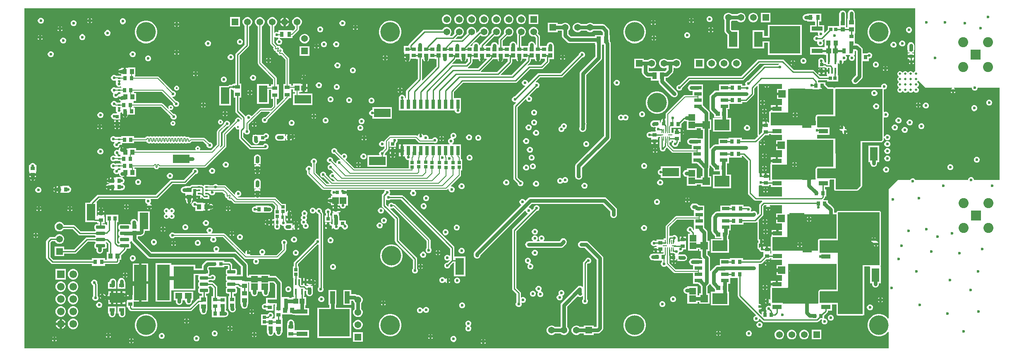
<source format=gbl>
G04*
G04 #@! TF.GenerationSoftware,Altium Limited,Altium Designer,21.2.2 (38)*
G04*
G04 Layer_Physical_Order=6*
G04 Layer_Color=16711680*
%FSLAX25Y25*%
%MOIN*%
G70*
G04*
G04 #@! TF.SameCoordinates,5E26766D-3DBA-4CA4-B54A-4570E1BC07D3*
G04*
G04*
G04 #@! TF.FilePolarity,Positive*
G04*
G01*
G75*
%ADD15C,0.01000*%
%ADD19R,0.07008X0.13504*%
%ADD23R,0.13504X0.07008*%
%ADD32R,0.02756X0.02756*%
%ADD42R,0.02756X0.02559*%
%ADD50R,0.05733X0.05426*%
%ADD64R,0.03740X0.05315*%
%ADD65R,0.03543X0.02953*%
%ADD72R,0.02953X0.03543*%
%ADD82R,0.02756X0.02756*%
%ADD102C,0.00616*%
%ADD105R,0.03740X0.03150*%
%ADD106R,0.03740X0.04134*%
%ADD108R,0.02559X0.02756*%
%ADD111R,0.03347X0.02953*%
%ADD112R,0.02953X0.03347*%
%ADD113R,0.07480X0.03740*%
%ADD114R,0.07480X0.12795*%
%ADD116R,0.02362X0.03150*%
%ADD117R,0.03150X0.03740*%
%ADD124R,0.06004X0.02559*%
%ADD125R,0.12205X0.08661*%
%ADD126R,0.06299X0.11024*%
%ADD127R,0.05906X0.05984*%
%ADD128R,0.03543X0.03347*%
%ADD129R,0.04134X0.03543*%
%ADD130R,0.01575X0.04724*%
%ADD131R,0.08858X0.03543*%
%ADD132R,0.04331X0.04331*%
%ADD133R,0.03150X0.03937*%
%ADD134R,0.02756X0.03543*%
%ADD135R,0.00787X0.03740*%
%ADD136R,0.24803X0.21850*%
%ADD137R,0.07008X0.12402*%
%ADD138R,0.03347X0.03543*%
%ADD139R,0.03740X0.00787*%
%ADD153R,0.04134X0.03740*%
%ADD159C,0.03000*%
%ADD162C,0.01500*%
%ADD163R,0.05394X0.05394*%
%ADD164C,0.05394*%
%ADD165C,0.06102*%
%ADD166R,0.06102X0.06102*%
%ADD167C,0.08071*%
%ADD168R,0.08071X0.08071*%
%ADD169C,0.15748*%
%ADD170R,0.05394X0.05394*%
%ADD171C,0.02362*%
%ADD172C,0.01575*%
%ADD173C,0.01968*%
%ADD175R,0.03347X0.02756*%
G04:AMPARAMS|DCode=176|XSize=25.59mil|YSize=64.96mil|CornerRadius=1.92mil|HoleSize=0mil|Usage=FLASHONLY|Rotation=90.000|XOffset=0mil|YOffset=0mil|HoleType=Round|Shape=RoundedRectangle|*
%AMROUNDEDRECTD176*
21,1,0.02559,0.06112,0,0,90.0*
21,1,0.02175,0.06496,0,0,90.0*
1,1,0.00384,0.03056,0.01088*
1,1,0.00384,0.03056,-0.01088*
1,1,0.00384,-0.03056,-0.01088*
1,1,0.00384,-0.03056,0.01088*
%
%ADD176ROUNDEDRECTD176*%
%ADD177R,0.03543X0.04134*%
G04:AMPARAMS|DCode=178|XSize=74.8mil|YSize=23.62mil|CornerRadius=2.95mil|HoleSize=0mil|Usage=FLASHONLY|Rotation=180.000|XOffset=0mil|YOffset=0mil|HoleType=Round|Shape=RoundedRectangle|*
%AMROUNDEDRECTD178*
21,1,0.07480,0.01772,0,0,180.0*
21,1,0.06890,0.02362,0,0,180.0*
1,1,0.00591,-0.03445,0.00886*
1,1,0.00591,0.03445,0.00886*
1,1,0.00591,0.03445,-0.00886*
1,1,0.00591,-0.03445,-0.00886*
%
%ADD178ROUNDEDRECTD178*%
%ADD179R,0.10200X0.28700*%
%ADD180R,0.16339X0.18307*%
%ADD181R,0.01968X0.01378*%
%ADD182R,0.02756X0.07677*%
%ADD183R,0.03937X0.03150*%
%ADD184R,0.03937X0.04331*%
%ADD185R,0.03937X0.09843*%
%ADD186R,0.02362X0.01378*%
%ADD187R,0.05709X0.04528*%
%ADD188R,0.04134X0.03150*%
%ADD189R,0.05426X0.05733*%
G36*
X718500Y224362D02*
Y224223D01*
X717982Y224009D01*
X717373Y223400D01*
X717314Y223257D01*
X716773D01*
X716714Y223400D01*
X716105Y224009D01*
X715309Y224339D01*
X714447D01*
X713651Y224009D01*
X713042Y223400D01*
X712983Y223257D01*
X712442D01*
X712383Y223400D01*
X711774Y224009D01*
X710978Y224339D01*
X710116D01*
X709321Y224009D01*
X708711Y223400D01*
X708632Y223207D01*
X708132D01*
X708052Y223400D01*
X707443Y224009D01*
X706647Y224339D01*
X705786D01*
X704990Y224009D01*
X704381Y223400D01*
X704051Y222604D01*
Y221743D01*
X704381Y220947D01*
X704990Y220338D01*
X705182Y220258D01*
Y219758D01*
X704990Y219678D01*
X704381Y219069D01*
X704051Y218273D01*
Y217412D01*
X704381Y216616D01*
X704990Y216007D01*
X705133Y215948D01*
Y215407D01*
X704990Y215348D01*
X704381Y214738D01*
X704051Y213943D01*
Y213081D01*
X704381Y212285D01*
X704990Y211676D01*
X705133Y211617D01*
Y211076D01*
X704990Y211017D01*
X704381Y210408D01*
X704051Y209612D01*
Y208750D01*
X704381Y207955D01*
X704990Y207345D01*
X705786Y207016D01*
X706647D01*
X707443Y207345D01*
X708052Y207955D01*
X708132Y208147D01*
X708632D01*
X708711Y207955D01*
X709321Y207345D01*
X710116Y207016D01*
X710978D01*
X711774Y207345D01*
X712383Y207955D01*
X712442Y208097D01*
X712983D01*
X713042Y207955D01*
X713651Y207345D01*
X714447Y207016D01*
X715309D01*
X716105Y207345D01*
X716714Y207955D01*
X716773Y208097D01*
X717314D01*
X717373Y207955D01*
X717982Y207345D01*
X718778Y207016D01*
X719639D01*
X720435Y207345D01*
X721044Y207955D01*
X721374Y208750D01*
Y209612D01*
X721044Y210408D01*
X720435Y211017D01*
X720293Y211076D01*
Y211617D01*
X720435Y211676D01*
X721044Y212285D01*
X721374Y213081D01*
Y213943D01*
X721044Y214738D01*
X720435Y215348D01*
X720293Y215407D01*
Y215948D01*
X720435Y216007D01*
X720964Y216536D01*
X724039Y213461D01*
X726500Y211000D01*
X748030D01*
X748129Y210500D01*
X747764Y210349D01*
X747151Y209735D01*
X747047Y209484D01*
X750953D01*
X750849Y209735D01*
X750236Y210349D01*
X749871Y210500D01*
X749970Y211000D01*
X764180Y211000D01*
Y210493D01*
X764540Y209625D01*
X765204Y208960D01*
X766072Y208601D01*
X767012D01*
X767880Y208960D01*
X768545Y209625D01*
X768904Y210493D01*
Y211000D01*
X786599D01*
Y136500D01*
X765904D01*
Y136933D01*
X765545Y137801D01*
X764880Y138465D01*
X764012Y138825D01*
X763072D01*
X762204Y138465D01*
X761540Y137801D01*
X761180Y136933D01*
Y136500D01*
X725439Y136500D01*
X718669D01*
X718545Y136801D01*
X717880Y137465D01*
X717012Y137825D01*
X716072D01*
X715204Y137465D01*
X714540Y136801D01*
X714415Y136500D01*
X704500D01*
X697000Y129000D01*
X697000Y25194D01*
X696522Y25049D01*
X696309Y25367D01*
X695048Y26628D01*
X693565Y27619D01*
X691917Y28302D01*
X690167Y28650D01*
X688384D01*
X686634Y28302D01*
X684986Y27619D01*
X683503Y26628D01*
X682242Y25367D01*
X681251Y23884D01*
X680569Y22236D01*
X680221Y20486D01*
Y18703D01*
X680569Y16953D01*
X681251Y15305D01*
X682242Y13822D01*
X683503Y12561D01*
X684986Y11570D01*
X686634Y10887D01*
X688384Y10539D01*
X690167D01*
X691917Y10887D01*
X693565Y11570D01*
X695048Y12561D01*
X696309Y13822D01*
X696522Y14140D01*
X697000Y13995D01*
X697000Y803D01*
X803D01*
Y274788D01*
X718500D01*
X718500Y224362D01*
D02*
G37*
%LPC*%
G36*
X578511Y271378D02*
X577490D01*
X576503Y271114D01*
X575619Y270603D01*
X575220Y270204D01*
X570780D01*
X570381Y270603D01*
X569497Y271114D01*
X568510Y271378D01*
X567489D01*
X566503Y271114D01*
X565619Y270603D01*
X564897Y269881D01*
X564386Y268997D01*
X564122Y268010D01*
Y266989D01*
X564386Y266003D01*
X564838Y265221D01*
Y256860D01*
X564838Y256860D01*
X564884Y256510D01*
X564930Y256160D01*
X565200Y255507D01*
X565630Y254947D01*
X567020Y253557D01*
Y242618D01*
X576390D01*
Y257382D01*
X570844D01*
X570246Y257980D01*
Y264319D01*
X570381Y264397D01*
X570780Y264796D01*
X575220D01*
X575619Y264397D01*
X576503Y263886D01*
X577490Y263622D01*
X578511D01*
X579497Y263886D01*
X580381Y264397D01*
X581103Y265119D01*
X581614Y266003D01*
X581878Y266989D01*
Y268010D01*
X581614Y268997D01*
X581103Y269881D01*
X580381Y270603D01*
X579497Y271114D01*
X578511Y271378D01*
D02*
G37*
G36*
X539175Y267125D02*
Y266156D01*
X540144D01*
X540040Y266407D01*
X539427Y267021D01*
X539175Y267125D01*
D02*
G37*
G36*
X537207D02*
X536956Y267021D01*
X536342Y266407D01*
X536238Y266156D01*
X537207D01*
Y267125D01*
D02*
G37*
G36*
X54484Y266953D02*
Y265984D01*
X55453D01*
X55349Y266235D01*
X54735Y266849D01*
X54484Y266953D01*
D02*
G37*
G36*
X52516D02*
X52264Y266849D01*
X51651Y266235D01*
X51547Y265984D01*
X52516D01*
Y266953D01*
D02*
G37*
G36*
X211484Y267564D02*
Y264984D01*
X214064D01*
X213945Y265427D01*
X213458Y266270D01*
X212770Y266958D01*
X211927Y267445D01*
X211484Y267564D01*
D02*
G37*
G36*
X209516D02*
X209073Y267445D01*
X208230Y266958D01*
X207542Y266270D01*
X207055Y265427D01*
X206937Y264984D01*
X209516D01*
Y267564D01*
D02*
G37*
G36*
X508484Y265453D02*
Y264484D01*
X509453D01*
X509349Y264736D01*
X508736Y265349D01*
X508484Y265453D01*
D02*
G37*
G36*
X506516D02*
X506264Y265349D01*
X505651Y264736D01*
X505547Y264484D01*
X506516D01*
Y265453D01*
D02*
G37*
G36*
X553171Y268541D02*
X552231D01*
X551363Y268181D01*
X550698Y267517D01*
X550339Y266649D01*
Y265709D01*
X550698Y264841D01*
X551363Y264176D01*
X552231Y263816D01*
X553171D01*
X554039Y264176D01*
X554704Y264841D01*
X555063Y265709D01*
Y266649D01*
X554704Y267517D01*
X554039Y268181D01*
X553171Y268541D01*
D02*
G37*
G36*
X601878Y271378D02*
X594122D01*
Y263622D01*
X601878D01*
Y271378D01*
D02*
G37*
G36*
X588511D02*
X587490D01*
X586503Y271114D01*
X585619Y270603D01*
X584897Y269881D01*
X584386Y268997D01*
X584122Y268010D01*
Y266989D01*
X584386Y266003D01*
X584897Y265119D01*
X585619Y264397D01*
X586503Y263886D01*
X587490Y263622D01*
X588511D01*
X589497Y263886D01*
X590381Y264397D01*
X591103Y265119D01*
X591614Y266003D01*
X591878Y266989D01*
Y268010D01*
X591614Y268997D01*
X591103Y269881D01*
X590381Y270603D01*
X589497Y271114D01*
X588511Y271378D01*
D02*
G37*
G36*
X540144Y264188D02*
X539175D01*
Y263219D01*
X539427Y263323D01*
X540040Y263936D01*
X540144Y264188D01*
D02*
G37*
G36*
X537207D02*
X536238D01*
X536342Y263936D01*
X536956Y263323D01*
X537207Y263219D01*
Y264188D01*
D02*
G37*
G36*
X55453Y264016D02*
X54484D01*
Y263047D01*
X54735Y263151D01*
X55349Y263765D01*
X55453Y264016D01*
D02*
G37*
G36*
X52516D02*
X51547D01*
X51651Y263765D01*
X52264Y263151D01*
X52516Y263047D01*
Y264016D01*
D02*
G37*
G36*
X124484Y263953D02*
Y262984D01*
X125453D01*
X125349Y263235D01*
X124735Y263849D01*
X124484Y263953D01*
D02*
G37*
G36*
X122516D02*
X122265Y263849D01*
X121651Y263235D01*
X121547Y262984D01*
X122516D01*
Y263953D01*
D02*
G37*
G36*
X14470Y267362D02*
X13530D01*
X12662Y267003D01*
X11997Y266338D01*
X11638Y265470D01*
Y264530D01*
X11997Y263662D01*
X12662Y262997D01*
X13530Y262638D01*
X14470D01*
X15338Y262997D01*
X16003Y263662D01*
X16362Y264530D01*
Y265470D01*
X16003Y266338D01*
X15338Y267003D01*
X14470Y267362D01*
D02*
G37*
G36*
X457011Y263378D02*
X455990D01*
X455003Y263114D01*
X454119Y262603D01*
X453720Y262204D01*
X449280D01*
X448881Y262603D01*
X447997Y263114D01*
X447011Y263378D01*
X445990D01*
X445003Y263114D01*
X444119Y262603D01*
X443397Y261881D01*
X442886Y260997D01*
X442622Y260011D01*
Y258990D01*
X442886Y258003D01*
X443397Y257119D01*
X444119Y256397D01*
X445003Y255886D01*
X445990Y255622D01*
X447011D01*
X447997Y255886D01*
X448881Y256397D01*
X449280Y256796D01*
X453720D01*
X454119Y256397D01*
X455003Y255886D01*
X455990Y255622D01*
X457011D01*
X457997Y255886D01*
X458881Y256397D01*
X459280Y256796D01*
X465537D01*
X466796Y255537D01*
Y253339D01*
X460543D01*
Y252204D01*
X441120D01*
X439204Y254120D01*
Y256720D01*
X439603Y257119D01*
X440114Y258003D01*
X440378Y258990D01*
Y260011D01*
X440114Y260997D01*
X439603Y261881D01*
X438881Y262603D01*
X437997Y263114D01*
X437010Y263378D01*
X435990D01*
X435003Y263114D01*
X434119Y262603D01*
X433720Y262204D01*
X430378D01*
Y263378D01*
X422622D01*
Y255622D01*
X430378D01*
Y256796D01*
X433720D01*
X433796Y256720D01*
Y253000D01*
X433796Y253000D01*
X433842Y252650D01*
X433888Y252300D01*
X434158Y251648D01*
X434588Y251088D01*
X438088Y247588D01*
X438088Y247588D01*
X438648Y247158D01*
X439300Y246888D01*
X440000Y246796D01*
X440000Y246796D01*
X460543D01*
Y245661D01*
X460890D01*
Y236215D01*
X448897Y224222D01*
X448468Y223662D01*
X448197Y223009D01*
X448151Y222659D01*
X448105Y222309D01*
X448105Y222309D01*
Y182191D01*
X448105Y182191D01*
X448130Y182000D01*
X448105Y181809D01*
X448105Y181809D01*
Y179225D01*
X447888Y178700D01*
X447796Y178000D01*
X447888Y177300D01*
X448158Y176648D01*
X448588Y176088D01*
X449148Y175658D01*
X449800Y175388D01*
X450500Y175296D01*
X451200Y175388D01*
X451852Y175658D01*
X452412Y176088D01*
X452722Y176397D01*
X452722Y176397D01*
X453152Y176957D01*
X453422Y177610D01*
X453514Y178310D01*
X453514Y178310D01*
Y181063D01*
X453612Y181300D01*
X453704Y182000D01*
X453612Y182700D01*
X453514Y182937D01*
Y221189D01*
X465507Y233182D01*
X465507Y233182D01*
X465936Y233742D01*
X466207Y234395D01*
X466299Y235094D01*
Y245661D01*
X467683D01*
X467796Y245514D01*
Y172120D01*
X445397Y149722D01*
X444968Y149162D01*
X444697Y148509D01*
X444651Y148160D01*
X444605Y147810D01*
X444605Y147809D01*
Y143579D01*
Y139691D01*
X444605Y139690D01*
X444651Y139340D01*
X444697Y138991D01*
X444968Y138338D01*
X445397Y137778D01*
X445588Y137588D01*
X446148Y137158D01*
X446800Y136888D01*
X447500Y136796D01*
X448200Y136888D01*
X448852Y137158D01*
X449412Y137588D01*
X449842Y138148D01*
X450112Y138800D01*
X450204Y139500D01*
X450112Y140200D01*
X450014Y140437D01*
Y143579D01*
Y146689D01*
X472412Y169088D01*
X472842Y169648D01*
X473112Y170300D01*
X473204Y171000D01*
Y246585D01*
X473112Y247285D01*
X472842Y247937D01*
X472574Y248286D01*
Y249130D01*
X472551Y249306D01*
Y253339D01*
X472204D01*
Y256658D01*
X472112Y257357D01*
X471842Y258010D01*
X471412Y258570D01*
X468570Y261412D01*
X468010Y261842D01*
X467357Y262112D01*
X467007Y262158D01*
X466657Y262204D01*
X466657Y262204D01*
X459280D01*
X458881Y262603D01*
X457997Y263114D01*
X457011Y263378D01*
D02*
G37*
G36*
X414878Y269878D02*
X407122D01*
Y262122D01*
X414878D01*
Y269878D01*
D02*
G37*
G36*
X401510D02*
X400490D01*
X399503Y269614D01*
X398619Y269103D01*
X397897Y268381D01*
X397386Y267497D01*
X397122Y266511D01*
Y265490D01*
X397386Y264503D01*
X397897Y263619D01*
X398619Y262897D01*
X399503Y262386D01*
X400490Y262122D01*
X401510D01*
X402497Y262386D01*
X403381Y262897D01*
X404103Y263619D01*
X404614Y264503D01*
X404878Y265490D01*
Y266511D01*
X404614Y267497D01*
X404103Y268381D01*
X403381Y269103D01*
X402497Y269614D01*
X401510Y269878D01*
D02*
G37*
G36*
X391511D02*
X390490D01*
X389503Y269614D01*
X388619Y269103D01*
X387897Y268381D01*
X387386Y267497D01*
X387122Y266511D01*
Y265490D01*
X387386Y264503D01*
X387897Y263619D01*
X388619Y262897D01*
X389503Y262386D01*
X390490Y262122D01*
X391511D01*
X392497Y262386D01*
X393381Y262897D01*
X394103Y263619D01*
X394614Y264503D01*
X394878Y265490D01*
Y266511D01*
X394614Y267497D01*
X394103Y268381D01*
X393381Y269103D01*
X392497Y269614D01*
X391511Y269878D01*
D02*
G37*
G36*
X381510D02*
X380489D01*
X379503Y269614D01*
X378619Y269103D01*
X377897Y268381D01*
X377386Y267497D01*
X377122Y266511D01*
Y265490D01*
X377386Y264503D01*
X377897Y263619D01*
X378619Y262897D01*
X379503Y262386D01*
X380489Y262122D01*
X381510D01*
X382497Y262386D01*
X383381Y262897D01*
X384103Y263619D01*
X384614Y264503D01*
X384878Y265490D01*
Y266511D01*
X384614Y267497D01*
X384103Y268381D01*
X383381Y269103D01*
X382497Y269614D01*
X381510Y269878D01*
D02*
G37*
G36*
X371511D02*
X370490D01*
X369503Y269614D01*
X368619Y269103D01*
X367897Y268381D01*
X367386Y267497D01*
X367122Y266511D01*
Y265490D01*
X367386Y264503D01*
X367897Y263619D01*
X368619Y262897D01*
X369503Y262386D01*
X370490Y262122D01*
X371511D01*
X372497Y262386D01*
X373381Y262897D01*
X374103Y263619D01*
X374614Y264503D01*
X374878Y265490D01*
Y266511D01*
X374614Y267497D01*
X374103Y268381D01*
X373381Y269103D01*
X372497Y269614D01*
X371511Y269878D01*
D02*
G37*
G36*
X361510D02*
X360490D01*
X359503Y269614D01*
X358619Y269103D01*
X357897Y268381D01*
X357386Y267497D01*
X357122Y266511D01*
Y265490D01*
X357386Y264503D01*
X357897Y263619D01*
X358619Y262897D01*
X359503Y262386D01*
X360490Y262122D01*
X361510D01*
X362497Y262386D01*
X363381Y262897D01*
X364103Y263619D01*
X364614Y264503D01*
X364878Y265490D01*
Y266511D01*
X364614Y267497D01*
X364103Y268381D01*
X363381Y269103D01*
X362497Y269614D01*
X361510Y269878D01*
D02*
G37*
G36*
X351511D02*
X350489D01*
X349503Y269614D01*
X348619Y269103D01*
X347897Y268381D01*
X347386Y267497D01*
X347122Y266511D01*
Y265490D01*
X347386Y264503D01*
X347897Y263619D01*
X348619Y262897D01*
X349503Y262386D01*
X350489Y262122D01*
X351511D01*
X352497Y262386D01*
X353381Y262897D01*
X354103Y263619D01*
X354614Y264503D01*
X354878Y265490D01*
Y266511D01*
X354614Y267497D01*
X354103Y268381D01*
X353381Y269103D01*
X352497Y269614D01*
X351511Y269878D01*
D02*
G37*
G36*
X341511D02*
X340490D01*
X339503Y269614D01*
X338619Y269103D01*
X337897Y268381D01*
X337386Y267497D01*
X337122Y266511D01*
Y265490D01*
X337386Y264503D01*
X337897Y263619D01*
X338619Y262897D01*
X339503Y262386D01*
X340490Y262122D01*
X341511D01*
X342497Y262386D01*
X343381Y262897D01*
X344103Y263619D01*
X344614Y264503D01*
X344878Y265490D01*
Y266511D01*
X344614Y267497D01*
X344103Y268381D01*
X343381Y269103D01*
X342497Y269614D01*
X341511Y269878D01*
D02*
G37*
G36*
X80512Y266825D02*
X79572D01*
X78704Y266465D01*
X78040Y265801D01*
X77680Y264933D01*
Y263993D01*
X78040Y263125D01*
X78704Y262460D01*
X79572Y262101D01*
X80512D01*
X81380Y262460D01*
X82045Y263125D01*
X82404Y263993D01*
Y264933D01*
X82045Y265801D01*
X81380Y266465D01*
X80512Y266825D01*
D02*
G37*
G36*
X509453Y262516D02*
X508484D01*
Y261547D01*
X508736Y261651D01*
X509349Y262264D01*
X509453Y262516D01*
D02*
G37*
G36*
X506516D02*
X505547D01*
X505651Y262264D01*
X506264Y261651D01*
X506516Y261547D01*
Y262516D01*
D02*
G37*
G36*
X257470Y265362D02*
X256530D01*
X255662Y265003D01*
X254997Y264338D01*
X254638Y263470D01*
Y262530D01*
X254997Y261662D01*
X255662Y260997D01*
X256530Y260638D01*
X257470D01*
X258338Y260997D01*
X259003Y261662D01*
X259362Y262530D01*
Y263470D01*
X259003Y264338D01*
X258338Y265003D01*
X257470Y265362D01*
D02*
G37*
G36*
X40970D02*
X40030D01*
X39162Y265003D01*
X38497Y264338D01*
X38138Y263470D01*
Y262530D01*
X38497Y261662D01*
X39162Y260997D01*
X40030Y260638D01*
X40970D01*
X41838Y260997D01*
X42503Y261662D01*
X42862Y262530D01*
Y263470D01*
X42503Y264338D01*
X41838Y265003D01*
X40970Y265362D01*
D02*
G37*
G36*
X268484Y261453D02*
Y260484D01*
X269453D01*
X269349Y260736D01*
X268736Y261349D01*
X268484Y261453D01*
D02*
G37*
G36*
X266516D02*
X266265Y261349D01*
X265651Y260736D01*
X265547Y260484D01*
X266516D01*
Y261453D01*
D02*
G37*
G36*
X214064Y263016D02*
X211484D01*
Y260437D01*
X211927Y260555D01*
X212770Y261042D01*
X213458Y261730D01*
X213945Y262573D01*
X214064Y263016D01*
D02*
G37*
G36*
X209516D02*
X206937D01*
X207055Y262573D01*
X207542Y261730D01*
X208230Y261042D01*
X209073Y260555D01*
X209516Y260437D01*
Y263016D01*
D02*
G37*
G36*
X174378Y267878D02*
X166622D01*
Y260122D01*
X174378D01*
Y267878D01*
D02*
G37*
G36*
X125453Y261016D02*
X124484D01*
Y260047D01*
X124735Y260151D01*
X125349Y260765D01*
X125453Y261016D01*
D02*
G37*
G36*
X122516D02*
X121547D01*
X121651Y260765D01*
X122265Y260151D01*
X122516Y260047D01*
Y261016D01*
D02*
G37*
G36*
X667000Y273704D02*
X666300Y273612D01*
X665648Y273342D01*
X665088Y272912D01*
X664658Y272352D01*
X664388Y271700D01*
X664296Y271000D01*
Y266661D01*
X663752D01*
Y260756D01*
Y259655D01*
X662953D01*
Y265913D01*
X662704D01*
Y270500D01*
X662612Y271200D01*
X662342Y271852D01*
X661912Y272412D01*
X661352Y272842D01*
X660700Y273112D01*
X660000Y273204D01*
X659300Y273112D01*
X658648Y272842D01*
X658088Y272412D01*
X657658Y271852D01*
X657388Y271200D01*
X657296Y270500D01*
Y265913D01*
X657047D01*
Y260912D01*
X656929Y260461D01*
X648071D01*
Y257963D01*
X645474Y255367D01*
X645039Y255639D01*
Y261429D01*
X641143D01*
Y264350D01*
X642756D01*
Y270650D01*
X637350D01*
X637244Y270650D01*
X636850D01*
X636744Y270650D01*
X631339D01*
Y270204D01*
X630500D01*
X629800Y270112D01*
X629148Y269842D01*
X628588Y269412D01*
X628158Y268852D01*
X627888Y268200D01*
X627796Y267500D01*
X627888Y266800D01*
X628158Y266148D01*
X628588Y265588D01*
X629148Y265158D01*
X629800Y264888D01*
X630500Y264796D01*
X631339D01*
Y264350D01*
X636744D01*
X636850Y264350D01*
X637244D01*
X637715Y264024D01*
Y261429D01*
X633819D01*
Y255524D01*
X639982D01*
X640260Y255108D01*
X640138Y254812D01*
Y253873D01*
X640497Y253004D01*
X640613Y252889D01*
X640338Y252503D01*
X639470Y252862D01*
X638530D01*
X637662Y252503D01*
X636997Y251838D01*
X636638Y250970D01*
Y250030D01*
X636997Y249162D01*
X637662Y248497D01*
X638530Y248138D01*
X639373D01*
X639624Y247889D01*
X639736Y247707D01*
X639638Y247470D01*
Y246530D01*
X639997Y245662D01*
X640662Y244997D01*
X641530Y244638D01*
X642470D01*
X643338Y244997D01*
X644003Y245662D01*
X644362Y246530D01*
Y247470D01*
X644003Y248338D01*
X643861Y248480D01*
X643954Y249094D01*
X644243Y249288D01*
X645094Y250139D01*
X645595Y249932D01*
X645595Y249911D01*
X645595Y249911D01*
X645595Y249879D01*
Y243752D01*
Y242481D01*
X645039D01*
Y243476D01*
X633819D01*
Y237571D01*
X645039D01*
Y238543D01*
X645595D01*
Y237154D01*
X646972D01*
Y232240D01*
X646972Y232238D01*
Y231440D01*
X646666Y231276D01*
X646472Y231218D01*
X645878Y231336D01*
X645559D01*
Y232315D01*
X645235D01*
Y232956D01*
X644876Y233824D01*
X644211Y234488D01*
X643343Y234848D01*
X642404D01*
X641535Y234488D01*
X640871Y233824D01*
X640511Y232956D01*
Y232315D01*
X640441D01*
Y227197D01*
X645559D01*
X645559Y227197D01*
X646030Y227126D01*
X646344Y226916D01*
X647000Y226786D01*
X647154D01*
Y225744D01*
X648941D01*
Y223776D01*
X647154D01*
Y221398D01*
X647419D01*
X647571Y220961D01*
X647571D01*
Y220214D01*
X641710D01*
X640513Y221411D01*
X640765Y221866D01*
X641063Y221866D01*
X642016D01*
Y223260D01*
X640622D01*
Y222342D01*
X640622Y222009D01*
X640167Y221757D01*
X637212Y224712D01*
X636656Y225084D01*
X636000Y225214D01*
X620710D01*
X612712Y233212D01*
X612156Y233584D01*
X611500Y233714D01*
X592500D01*
X591844Y233584D01*
X591288Y233212D01*
X578290Y220214D01*
X536000D01*
X535344Y220084D01*
X534788Y219712D01*
X528438Y213362D01*
X528030D01*
X527162Y213003D01*
X526497Y212338D01*
X526138Y211470D01*
Y210530D01*
X526497Y209662D01*
X527162Y208997D01*
X528030Y208638D01*
X528970D01*
X529838Y208997D01*
X530503Y209662D01*
X530862Y210530D01*
Y210938D01*
X536710Y216786D01*
X579000D01*
X579656Y216916D01*
X580212Y217288D01*
X593210Y230286D01*
X608747D01*
X608846Y229786D01*
X608162Y229503D01*
X607873Y229214D01*
X597181D01*
X596525Y229084D01*
X595969Y228712D01*
X583938Y216681D01*
X583530D01*
X582662Y216321D01*
X581997Y215657D01*
X581638Y214789D01*
Y213849D01*
X581901Y213214D01*
X581613Y212717D01*
X581608Y212714D01*
X579315D01*
Y213953D01*
X574197D01*
Y213953D01*
X573803D01*
Y213953D01*
X568685D01*
Y213461D01*
X560494D01*
Y208704D01*
X558000D01*
X557300Y208612D01*
X556648Y208342D01*
X556088Y207912D01*
X556088Y207912D01*
X553588Y205412D01*
X553158Y204852D01*
X552888Y204200D01*
X552842Y203850D01*
X552796Y203500D01*
X552796Y203500D01*
Y194039D01*
X552796Y194039D01*
X552842Y193689D01*
X552888Y193340D01*
X553158Y192687D01*
X553588Y192127D01*
X556587Y189128D01*
Y187047D01*
X561855D01*
Y186512D01*
X555480D01*
Y175488D01*
X570047D01*
Y186512D01*
X567263D01*
Y187047D01*
X567413D01*
Y192953D01*
X567322D01*
Y193539D01*
X568860D01*
Y198047D01*
X573803D01*
Y198047D01*
X574197D01*
Y198047D01*
X579315D01*
Y199286D01*
X582000D01*
X582656Y199416D01*
X583212Y199788D01*
X588212Y204788D01*
X588584Y205344D01*
X588714Y206000D01*
Y210290D01*
X590864Y212440D01*
X591326Y212249D01*
Y173245D01*
X591384Y172952D01*
X591418Y172784D01*
X591679Y172394D01*
X591736Y171832D01*
X591710Y171772D01*
X589152Y169214D01*
X578815D01*
Y170453D01*
X573697D01*
Y170453D01*
X573303D01*
Y170453D01*
X568185D01*
Y169961D01*
X559994D01*
Y165204D01*
X557500D01*
X557500Y165204D01*
X556800Y165112D01*
X556148Y164842D01*
X555588Y164412D01*
X555588Y164412D01*
X553588Y162412D01*
X553291Y162025D01*
X552791Y162195D01*
Y176827D01*
X554220D01*
Y185173D01*
X552791D01*
Y190518D01*
X552699Y191218D01*
X552428Y191870D01*
X551999Y192430D01*
X551999Y192430D01*
X547506Y196923D01*
Y198039D01*
X547506Y198461D01*
X547506D01*
Y198539D01*
X547506D01*
Y203461D01*
X547506D01*
Y203539D01*
X547506D01*
Y208461D01*
X547506Y208461D01*
Y208539D01*
X547506D01*
X547506Y208961D01*
Y213461D01*
X544388D01*
X544023Y213612D01*
X543323Y213704D01*
X538000D01*
X537300Y213612D01*
X536648Y213342D01*
X536088Y212912D01*
X535658Y212352D01*
X535388Y211700D01*
X535296Y211000D01*
X535388Y210300D01*
X535658Y209648D01*
X536088Y209088D01*
X536648Y208658D01*
X537300Y208388D01*
X538000Y208296D01*
X539140D01*
Y205018D01*
X533000D01*
X532419Y204903D01*
X531927Y204573D01*
X517927Y190573D01*
X517597Y190081D01*
X517482Y189500D01*
Y186256D01*
X516984Y185956D01*
Y184000D01*
X515016D01*
Y185953D01*
X514764Y185849D01*
X514151Y185236D01*
X513819Y184434D01*
Y184378D01*
X513378D01*
Y183107D01*
X512878Y182924D01*
X512803Y183013D01*
Y184559D01*
X511072D01*
X510944Y184612D01*
X510244Y184704D01*
X508028D01*
X508028Y184704D01*
X507328Y184612D01*
X506676Y184342D01*
X506116Y183912D01*
X506116Y183912D01*
X505852Y183648D01*
X505422Y183088D01*
X505152Y182436D01*
X505060Y181736D01*
X505152Y181036D01*
X505422Y180384D01*
X505852Y179824D01*
X506412Y179394D01*
X507064Y179124D01*
X507764Y179032D01*
X508464Y179124D01*
X508838Y179279D01*
X509237Y179206D01*
X509457Y178740D01*
X509138Y177970D01*
Y177030D01*
X509475Y176216D01*
X509290Y175716D01*
X505646D01*
Y175532D01*
X505230Y175254D01*
X504970Y175362D01*
X504030D01*
X503162Y175003D01*
X502497Y174338D01*
X502138Y173470D01*
Y172530D01*
X502497Y171662D01*
X503162Y170997D01*
X504030Y170638D01*
X504970D01*
X505230Y170746D01*
X505646Y170468D01*
Y170402D01*
X505827D01*
Y168925D01*
X508500D01*
X511173D01*
Y170402D01*
X511354D01*
Y171316D01*
X512776D01*
Y170716D01*
X512767Y170703D01*
X512636Y170047D01*
Y162999D01*
X512727Y162544D01*
X512673Y162415D01*
Y161475D01*
X513033Y160607D01*
X513697Y159942D01*
X514566Y159583D01*
X515505D01*
X516374Y159942D01*
X517038Y160607D01*
X517398Y161475D01*
Y161883D01*
X518156Y162641D01*
X518695Y162658D01*
X522427Y158927D01*
X522919Y158598D01*
X523500Y158482D01*
X538640D01*
Y155039D01*
X538640Y155039D01*
Y154961D01*
X538640D01*
X538640Y154539D01*
Y150039D01*
X541757D01*
X542123Y149888D01*
X542823Y149796D01*
X542984D01*
X547136Y145643D01*
Y139673D01*
X545953D01*
Y138450D01*
X542548D01*
Y145902D01*
X534452D01*
Y144704D01*
X534000D01*
X533300Y144612D01*
X532648Y144342D01*
X532088Y143912D01*
X531658Y143352D01*
X531388Y142700D01*
X531296Y142000D01*
X531388Y141300D01*
X531658Y140648D01*
X532088Y140088D01*
X532648Y139658D01*
X533300Y139388D01*
X534000Y139296D01*
X534452D01*
Y138114D01*
Y132098D01*
X542548D01*
Y133042D01*
X545953D01*
Y131327D01*
X554220D01*
Y139673D01*
X552545D01*
Y145938D01*
X552699Y146310D01*
X552791Y147010D01*
Y148285D01*
X553291Y148455D01*
X553588Y148068D01*
X556028Y145628D01*
Y143547D01*
X561296D01*
Y141012D01*
X555480D01*
Y129988D01*
X570047D01*
Y141012D01*
X566704D01*
Y143547D01*
X566854D01*
Y149453D01*
X566793D01*
Y150039D01*
X568360D01*
Y154547D01*
X573303D01*
Y154547D01*
X573697D01*
Y154547D01*
X578815D01*
Y155786D01*
X579790D01*
X583786Y151790D01*
Y126000D01*
X583916Y125344D01*
X584288Y124788D01*
X588788Y120288D01*
X589344Y119916D01*
X590000Y119786D01*
X595152D01*
X595303Y119286D01*
X595193Y119212D01*
X593874Y117893D01*
X593874Y117893D01*
X593288Y117307D01*
X592916Y116751D01*
X592786Y116095D01*
Y109710D01*
X591653Y108577D01*
X591179Y108810D01*
X591204Y109000D01*
X591112Y109700D01*
X590842Y110352D01*
X590412Y110912D01*
X589852Y111342D01*
X589200Y111612D01*
X588500Y111704D01*
X587800Y111612D01*
X587148Y111342D01*
X586968Y111204D01*
X586198D01*
X586020Y111704D01*
X586362Y112530D01*
Y113470D01*
X586003Y114338D01*
X585338Y115003D01*
X584470Y115362D01*
X583530D01*
X583159Y115208D01*
X583131Y115214D01*
X580315D01*
Y116453D01*
X575197D01*
Y116453D01*
X574803D01*
Y116453D01*
X569685D01*
Y115961D01*
X561494D01*
Y111204D01*
X558757D01*
X558057Y111112D01*
X557405Y110842D01*
X556845Y110412D01*
X556845Y110412D01*
X555088Y108655D01*
X554658Y108095D01*
X554388Y107443D01*
X554342Y107093D01*
X554296Y106743D01*
X554296Y106743D01*
Y95539D01*
X554296Y95539D01*
X554342Y95189D01*
X554388Y94840D01*
X554658Y94187D01*
X555088Y93627D01*
X557087Y91628D01*
Y89547D01*
X562355D01*
Y89012D01*
X553980D01*
Y77988D01*
X568547D01*
Y89012D01*
X567763D01*
Y89547D01*
X567913D01*
Y91727D01*
X568019Y91864D01*
X568289Y92517D01*
X568381Y93217D01*
Y96039D01*
X569860D01*
Y100547D01*
X574803D01*
Y100547D01*
X575197D01*
Y100547D01*
X580315D01*
Y102286D01*
X589500D01*
X590156Y102416D01*
X590712Y102788D01*
X590864Y102940D01*
X591326Y102749D01*
Y88822D01*
X591418Y88361D01*
X591548Y88166D01*
X591679Y87970D01*
X592069Y87709D01*
X592212Y87650D01*
X592138Y87470D01*
Y86530D01*
X592212Y86350D01*
X592069Y86291D01*
X591679Y86030D01*
X591581Y85883D01*
X591418Y85639D01*
X591326Y85178D01*
Y82043D01*
X591349Y81927D01*
Y81808D01*
X591394Y81699D01*
X591418Y81582D01*
X591483Y81484D01*
X591529Y81374D01*
X591613Y81290D01*
X591679Y81192D01*
X591777Y81126D01*
X591861Y81042D01*
X591971Y80997D01*
X592069Y80931D01*
X592186Y80908D01*
X592295Y80862D01*
X592638Y80794D01*
Y80530D01*
X592997Y79662D01*
X593662Y78997D01*
X594530Y78638D01*
X595470D01*
X595730Y78746D01*
X596146Y78468D01*
Y75208D01*
X593152Y72214D01*
X579815D01*
Y73453D01*
X574697D01*
Y73453D01*
X574303D01*
Y73453D01*
X569185D01*
Y72961D01*
X560994D01*
Y68039D01*
X560517Y67984D01*
X559279D01*
X558580Y67892D01*
X558198Y67733D01*
X557927Y67621D01*
X557367Y67192D01*
X557367Y67192D01*
X554088Y63912D01*
X553704Y63412D01*
X553491Y63425D01*
X553204Y63552D01*
Y73500D01*
X553112Y74200D01*
X552842Y74852D01*
X552412Y75412D01*
X552412Y75412D01*
X551291Y76534D01*
Y79327D01*
X552720D01*
Y87673D01*
X551291D01*
Y94236D01*
X551291Y94236D01*
X551199Y94936D01*
X550929Y95588D01*
X550499Y96148D01*
X548529Y98118D01*
Y98280D01*
X548506Y98455D01*
Y100539D01*
X548506Y100961D01*
X548506D01*
Y101039D01*
X548506D01*
Y105961D01*
X548506D01*
Y106039D01*
X548506D01*
Y110961D01*
X548506Y110961D01*
Y111039D01*
X548506D01*
X548506Y111461D01*
Y115961D01*
X545388D01*
X545023Y116112D01*
X544323Y116204D01*
X544162D01*
X543454Y116912D01*
X542894Y117342D01*
X542241Y117612D01*
X541891Y117658D01*
X541541Y117704D01*
X541541Y117704D01*
X540000D01*
X539300Y117612D01*
X538648Y117342D01*
X538088Y116912D01*
X537658Y116352D01*
X537388Y115700D01*
X537296Y115000D01*
X537388Y114300D01*
X537658Y113648D01*
X538088Y113088D01*
X538648Y112658D01*
X539300Y112388D01*
X540000Y112296D01*
X540140D01*
Y111461D01*
X540140Y111039D01*
X540140D01*
Y110961D01*
X540140D01*
Y107518D01*
X526000D01*
X525419Y107403D01*
X524927Y107073D01*
X517894Y100041D01*
X517565Y99549D01*
X517450Y98968D01*
Y89504D01*
X515732D01*
Y88669D01*
X510146D01*
Y87726D01*
X508880D01*
X508825Y87715D01*
X508470Y87862D01*
X507530D01*
X506662Y87503D01*
X505997Y86838D01*
X505638Y85970D01*
Y85030D01*
X505997Y84162D01*
X506662Y83497D01*
X507530Y83138D01*
X508470D01*
X509338Y83497D01*
X509646Y83805D01*
X509836Y83726D01*
X510146Y83354D01*
X510171Y83083D01*
X509762Y82681D01*
X509066D01*
X508264Y82349D01*
X507651Y81735D01*
X507547Y81484D01*
X509500D01*
Y80500D01*
X510484D01*
Y78417D01*
X512016D01*
Y80894D01*
X513984D01*
Y78417D01*
X515673D01*
X515732Y77942D01*
Y77496D01*
X515291Y77354D01*
X507784D01*
Y77204D01*
X507000D01*
X506300Y77112D01*
X505648Y76842D01*
X505088Y76412D01*
X504658Y75852D01*
X504388Y75200D01*
X504296Y74500D01*
X504388Y73800D01*
X504658Y73148D01*
X505088Y72588D01*
X505648Y72158D01*
X506300Y71888D01*
X507000Y71796D01*
X507784D01*
Y71646D01*
X514482D01*
Y70823D01*
X513997Y70338D01*
X513638Y69470D01*
Y68530D01*
X513997Y67662D01*
X514662Y66997D01*
X515530Y66638D01*
X516470D01*
X517338Y66997D01*
X518003Y67662D01*
X518160Y67693D01*
X523927Y61927D01*
X524419Y61598D01*
X525000Y61482D01*
X539640D01*
Y58039D01*
X539640Y58039D01*
Y57961D01*
X539640D01*
X539640Y57539D01*
Y53039D01*
X542757D01*
X543123Y52888D01*
X543823Y52796D01*
X543984D01*
X545882Y50898D01*
Y45173D01*
X544453D01*
Y43700D01*
X543048D01*
Y50902D01*
X534952D01*
Y50204D01*
X534500D01*
X533800Y50112D01*
X533148Y49842D01*
X532588Y49412D01*
X532158Y48852D01*
X531888Y48200D01*
X531796Y47500D01*
X531888Y46800D01*
X532158Y46148D01*
X532588Y45588D01*
X533148Y45158D01*
X533800Y44888D01*
X534500Y44796D01*
X534952D01*
Y43114D01*
Y37098D01*
X543048D01*
Y38292D01*
X544453D01*
Y36827D01*
X552720D01*
Y45173D01*
X551291D01*
Y50898D01*
X552412Y52019D01*
X552412Y52019D01*
X552842Y52579D01*
X552910Y52743D01*
X553032Y52768D01*
X553440Y52715D01*
X553658Y52187D01*
X554088Y51627D01*
X557087Y48628D01*
Y46547D01*
X556601Y46512D01*
X553980D01*
Y35488D01*
X568547D01*
Y46512D01*
X568399D01*
X567913Y46547D01*
Y52453D01*
X567822D01*
Y53039D01*
X569360D01*
Y57622D01*
X574325D01*
Y57622D01*
X574719D01*
Y57622D01*
X575563D01*
Y43193D01*
X575694Y42537D01*
X576065Y41981D01*
X590223Y27824D01*
X590031Y27362D01*
X590030D01*
X589162Y27003D01*
X588497Y26338D01*
X588138Y25470D01*
Y24530D01*
X588497Y23662D01*
X589162Y22997D01*
X590030Y22638D01*
X590970D01*
X591838Y22997D01*
X592503Y23662D01*
X592862Y24530D01*
Y24531D01*
X593324Y24723D01*
X595440Y22607D01*
X595996Y22235D01*
X596652Y22105D01*
X639575D01*
X640231Y22235D01*
X640787Y22607D01*
X642326Y24146D01*
X643152D01*
X643418Y23646D01*
X643138Y22970D01*
Y22030D01*
X643497Y21162D01*
X644162Y20497D01*
X645030Y20138D01*
X645970D01*
X646838Y20497D01*
X647503Y21162D01*
X647862Y22030D01*
Y22970D01*
X647503Y23838D01*
X646838Y24503D01*
X645970Y24862D01*
X645217D01*
Y27430D01*
X646087Y28301D01*
X646253Y28412D01*
X647704Y29863D01*
X648076Y30419D01*
X648206Y31075D01*
Y31394D01*
X651413D01*
Y36296D01*
X655062D01*
Y28566D01*
X655154Y28106D01*
X655415Y27715D01*
X655806Y27454D01*
X656266Y27362D01*
X676266Y27362D01*
X676727Y27454D01*
X677118Y27715D01*
X677379Y28106D01*
X677471Y28566D01*
X677471Y66862D01*
X681725D01*
X682169Y66728D01*
X682169Y66362D01*
Y53342D01*
X683796D01*
Y52500D01*
X683888Y51800D01*
X684158Y51148D01*
X684588Y50588D01*
X685148Y50158D01*
X685800Y49888D01*
X686500Y49796D01*
X687200Y49888D01*
X687852Y50158D01*
X688412Y50588D01*
X688842Y51148D01*
X689112Y51800D01*
X689204Y52500D01*
Y53342D01*
X690831D01*
Y66728D01*
X690790D01*
X690643Y67145D01*
X690627Y67228D01*
X690879Y67606D01*
X690971Y68066D01*
X690971Y110566D01*
X690879Y111027D01*
X690618Y111418D01*
X690227Y111679D01*
X689766Y111771D01*
X656266D01*
X655806Y111679D01*
X655415Y111418D01*
X655154Y111027D01*
X655062Y110566D01*
Y110255D01*
X655000Y110204D01*
X653291D01*
Y112472D01*
X653199Y113172D01*
X652928Y113825D01*
X652499Y114385D01*
X652499Y114385D01*
X650378Y116506D01*
X649817Y116936D01*
X649785Y116949D01*
X648216Y118517D01*
Y120354D01*
X644846D01*
X644655Y120816D01*
X645212Y121374D01*
X645584Y121930D01*
X645714Y122586D01*
Y123146D01*
X646658D01*
Y128854D01*
X645714D01*
Y130894D01*
X649413D01*
Y136442D01*
X649767Y136795D01*
X653248Y136795D01*
X653296Y128993D01*
X653342Y128766D01*
X653387Y128539D01*
X653390Y128536D01*
X653390Y128532D01*
X653520Y128341D01*
X653649Y128148D01*
X653652Y128146D01*
X653654Y128143D01*
X653847Y128016D01*
X654039Y127887D01*
X654043Y127887D01*
X654046Y127885D01*
X654273Y127841D01*
X654500Y127796D01*
X671500D01*
X671961Y127887D01*
X672352Y128148D01*
X675351Y131149D01*
X675613Y131539D01*
X675704Y132000D01*
X675704Y132000D01*
Y166796D01*
X691000D01*
X691461Y166887D01*
X691852Y167148D01*
X691852Y167148D01*
X692851Y168149D01*
X693113Y168539D01*
X693204Y169000D01*
X693204Y169000D01*
Y170270D01*
X693704Y170370D01*
X693997Y169662D01*
X694662Y168997D01*
X695530Y168638D01*
X696470D01*
X697338Y168997D01*
X698003Y169662D01*
X698362Y170530D01*
Y171470D01*
X698003Y172338D01*
X697338Y173003D01*
X696470Y173362D01*
X695530D01*
X694662Y173003D01*
X693997Y172338D01*
X693704Y171630D01*
X693204Y171730D01*
Y186834D01*
X693704Y187149D01*
X694296Y186904D01*
X695236D01*
X696104Y187264D01*
X696769Y187928D01*
X697128Y188796D01*
Y189736D01*
X696769Y190604D01*
X696104Y191269D01*
X695236Y191628D01*
X694296D01*
X693704Y191383D01*
X693204Y191698D01*
Y209715D01*
X693998D01*
X694866Y210074D01*
X695531Y210739D01*
X695890Y211607D01*
Y212546D01*
X695531Y213415D01*
X694866Y214079D01*
X693998Y214439D01*
X693058D01*
X692190Y214079D01*
X691526Y213415D01*
X691166Y212546D01*
Y211607D01*
X690897Y211204D01*
X654355D01*
X654353Y211204D01*
X654351Y211204D01*
X654122Y211158D01*
X653894Y211113D01*
X653892Y211111D01*
X653890Y211111D01*
X653814Y211060D01*
X653351Y210852D01*
X652961Y211113D01*
X652500Y211204D01*
X648530D01*
X646216Y213517D01*
Y215354D01*
X640155D01*
Y216059D01*
X640067Y216500D01*
X640160Y216639D01*
X640461Y216893D01*
X641000Y216786D01*
X647571D01*
Y216039D01*
X656429D01*
Y220961D01*
X656422D01*
X656028Y221217D01*
Y228197D01*
X656028Y228303D01*
X656028D01*
Y228697D01*
X656028D01*
Y230963D01*
X656528Y231062D01*
X656651Y230765D01*
X657265Y230151D01*
X657516Y230047D01*
Y232000D01*
X659484D01*
Y230047D01*
X659735Y230151D01*
X660349Y230765D01*
X660681Y231566D01*
Y232434D01*
X660817Y232638D01*
X661470D01*
X662338Y232997D01*
X663003Y233662D01*
X663362Y234530D01*
Y235470D01*
X663003Y236338D01*
X662490Y236850D01*
X662697Y237350D01*
X663697D01*
X663803Y237350D01*
X664197D01*
X664303Y237350D01*
X665803D01*
X666010Y236850D01*
X665497Y236338D01*
X665138Y235470D01*
Y234530D01*
X665497Y233662D01*
X666162Y232997D01*
X667030Y232638D01*
X667970D01*
X668838Y232997D01*
X669503Y233662D01*
X669862Y234530D01*
Y235470D01*
X669503Y236338D01*
X668990Y236850D01*
X669197Y237350D01*
X669709D01*
Y240856D01*
X670209Y240967D01*
X670835Y240340D01*
Y238551D01*
X670784D01*
Y232449D01*
X670835D01*
Y221160D01*
X668088Y218412D01*
X667658Y217852D01*
X667388Y217200D01*
X667296Y216500D01*
X667388Y215800D01*
X667658Y215148D01*
X668088Y214588D01*
X668648Y214158D01*
X669300Y213888D01*
X670000Y213796D01*
X670700Y213888D01*
X671352Y214158D01*
X671912Y214588D01*
X675452Y218127D01*
X675452Y218127D01*
X675881Y218687D01*
X676152Y219339D01*
X676244Y220039D01*
X676244Y220039D01*
Y232449D01*
X681216D01*
Y234638D01*
X681970D01*
X682838Y234997D01*
X683503Y235662D01*
X683862Y236530D01*
Y237470D01*
X683503Y238338D01*
X682838Y239003D01*
X681970Y239362D01*
X681030D01*
X680162Y239003D01*
X679743Y238584D01*
X679535D01*
X679370Y238551D01*
X676244D01*
Y241461D01*
X676244Y241461D01*
X676152Y242161D01*
X675881Y242813D01*
X675452Y243373D01*
X673162Y245662D01*
X672602Y246092D01*
X671950Y246362D01*
X671600Y246408D01*
X671250Y246454D01*
X671250Y246454D01*
X669854D01*
Y249461D01*
Y254776D01*
X670242Y255047D01*
X670248D01*
Y260756D01*
Y266661D01*
X669704D01*
Y271000D01*
X669612Y271700D01*
X669342Y272352D01*
X668912Y272912D01*
X668352Y273342D01*
X667700Y273612D01*
X667000Y273704D01*
D02*
G37*
G36*
X30484Y260453D02*
Y259484D01*
X31453D01*
X31349Y259735D01*
X30735Y260349D01*
X30484Y260453D01*
D02*
G37*
G36*
X28516D02*
X28264Y260349D01*
X27651Y259735D01*
X27547Y259484D01*
X28516D01*
Y260453D01*
D02*
G37*
G36*
X554806Y259567D02*
Y258598D01*
X555775D01*
X555671Y258850D01*
X555057Y259463D01*
X554806Y259567D01*
D02*
G37*
G36*
X552837D02*
X552586Y259463D01*
X551973Y258850D01*
X551868Y258598D01*
X552837D01*
Y259567D01*
D02*
G37*
G36*
X269453Y258516D02*
X268484D01*
Y257547D01*
X268736Y257651D01*
X269349Y258264D01*
X269453Y258516D01*
D02*
G37*
G36*
X266516D02*
X265547D01*
X265651Y258264D01*
X266265Y257651D01*
X266516Y257547D01*
Y258516D01*
D02*
G37*
G36*
X221010Y267878D02*
X219989D01*
X219003Y267614D01*
X218119Y267103D01*
X217397Y266381D01*
X216886Y265497D01*
X216622Y264510D01*
Y263490D01*
X216886Y262503D01*
X217397Y261619D01*
X218119Y260897D01*
X218982Y260399D01*
Y258629D01*
X217218Y256865D01*
X216756Y257056D01*
Y257150D01*
X211350D01*
X211244Y257150D01*
X210850D01*
X210744Y257150D01*
X205339D01*
Y256044D01*
X204839Y255710D01*
X204470Y255862D01*
X203530D01*
X202662Y255503D01*
X202480Y255321D01*
X202018Y255512D01*
Y260399D01*
X202881Y260897D01*
X203603Y261619D01*
X204114Y262503D01*
X204378Y263490D01*
Y264510D01*
X204114Y265497D01*
X203603Y266381D01*
X202881Y267103D01*
X201997Y267614D01*
X201010Y267878D01*
X199989D01*
X199003Y267614D01*
X198119Y267103D01*
X197397Y266381D01*
X196886Y265497D01*
X196622Y264510D01*
Y263490D01*
X196886Y262503D01*
X197397Y261619D01*
X198119Y260897D01*
X198982Y260399D01*
Y246500D01*
X199098Y245919D01*
X199427Y245427D01*
X200677Y244177D01*
X200677Y244177D01*
X201466Y243388D01*
X201320Y242656D01*
X201484Y241833D01*
X201950Y241136D01*
X201950D01*
X202647Y240670D01*
X203013Y240597D01*
X203135Y239984D01*
X203601Y239287D01*
X204298Y238821D01*
X204788Y238723D01*
X204885Y238234D01*
X205351Y237536D01*
X205351D01*
X206048Y237071D01*
X206870Y236907D01*
X207693Y237071D01*
X207747Y237106D01*
X211114Y233739D01*
Y213988D01*
X209482D01*
Y208582D01*
X209482Y208476D01*
Y208082D01*
X209482Y207976D01*
Y202571D01*
X209482D01*
X209612Y202258D01*
X207724Y200371D01*
X204612Y197259D01*
X204150Y197450D01*
Y202071D01*
X205782D01*
Y207476D01*
X205782Y207582D01*
Y207976D01*
X205782Y208082D01*
Y213488D01*
X204150D01*
Y218368D01*
X204034Y218949D01*
X203705Y219442D01*
X192018Y231129D01*
Y260399D01*
X192881Y260897D01*
X193603Y261619D01*
X194114Y262503D01*
X194378Y263490D01*
Y264510D01*
X194114Y265497D01*
X193603Y266381D01*
X192881Y267103D01*
X191997Y267614D01*
X191010Y267878D01*
X189989D01*
X189003Y267614D01*
X188119Y267103D01*
X187397Y266381D01*
X186886Y265497D01*
X186622Y264510D01*
Y263490D01*
X186886Y262503D01*
X187397Y261619D01*
X188119Y260897D01*
X188982Y260399D01*
Y230500D01*
X189097Y229919D01*
X189427Y229427D01*
X201114Y217739D01*
Y213488D01*
X199482D01*
Y212250D01*
X197685D01*
Y213933D01*
X188315D01*
Y198067D01*
X197685D01*
Y209214D01*
X199482D01*
Y208082D01*
X199482Y207976D01*
Y207582D01*
X199482Y207476D01*
Y202071D01*
X201114D01*
Y196302D01*
X199330Y194518D01*
X191020D01*
X190439Y194403D01*
X189946Y194073D01*
X184028Y188155D01*
X183538Y188253D01*
X183503Y188338D01*
X182838Y189003D01*
X181970Y189362D01*
X181030D01*
X180162Y189003D01*
X179497Y188338D01*
X179395Y188090D01*
X178831Y188035D01*
X178712Y188212D01*
X174214Y192710D01*
Y202791D01*
X175650D01*
Y208197D01*
X175650Y208303D01*
Y208697D01*
X175650Y208803D01*
Y214209D01*
X174214D01*
Y236790D01*
X181212Y243788D01*
X181584Y244344D01*
X181714Y245000D01*
Y260311D01*
X181997Y260386D01*
X182881Y260897D01*
X183603Y261619D01*
X184114Y262503D01*
X184378Y263490D01*
Y264510D01*
X184114Y265497D01*
X183603Y266381D01*
X182881Y267103D01*
X181997Y267614D01*
X181010Y267878D01*
X179990D01*
X179003Y267614D01*
X178119Y267103D01*
X177397Y266381D01*
X176886Y265497D01*
X176622Y264510D01*
Y263490D01*
X176886Y262503D01*
X177397Y261619D01*
X178119Y260897D01*
X178286Y260800D01*
Y245710D01*
X171288Y238712D01*
X170916Y238156D01*
X170786Y237500D01*
Y214209D01*
X169350D01*
Y213815D01*
X168883D01*
X168014Y213455D01*
X167726Y213167D01*
X166205D01*
X165549Y213036D01*
X164993Y212665D01*
X164761Y212433D01*
X157815D01*
Y196567D01*
X167185D01*
Y209739D01*
X167726D01*
X168014Y209450D01*
X168883Y209090D01*
X168997D01*
X169350Y208737D01*
Y208303D01*
X169350Y208197D01*
Y202791D01*
X170786D01*
Y192000D01*
X170916Y191344D01*
X171288Y190788D01*
X175786Y186290D01*
Y185253D01*
X175286Y185154D01*
X175003Y185838D01*
X174338Y186503D01*
X173470Y186862D01*
X172530D01*
X171662Y186503D01*
X170997Y185838D01*
X170638Y184970D01*
Y184285D01*
X160927Y174573D01*
X160598Y174081D01*
X160482Y173500D01*
Y164629D01*
X158928Y163074D01*
X158573Y163427D01*
X158903Y163919D01*
X159018Y164500D01*
Y174871D01*
X163785Y179638D01*
X164470D01*
X165338Y179997D01*
X166003Y180662D01*
X166362Y181530D01*
Y182470D01*
X166003Y183338D01*
X165338Y184003D01*
X164470Y184362D01*
X163530D01*
X162662Y184003D01*
X161997Y183338D01*
X161638Y182470D01*
Y181785D01*
X156427Y176573D01*
X156097Y176081D01*
X155982Y175500D01*
Y165129D01*
X151371Y160518D01*
X142455D01*
X142224Y161018D01*
X142469Y161608D01*
Y162392D01*
X142169Y163115D01*
X141615Y163669D01*
X140892Y163969D01*
X140108D01*
X139385Y163669D01*
X138831Y163115D01*
X138531Y162392D01*
Y161608D01*
X138776Y161018D01*
X138545Y160518D01*
X90807D01*
Y162248D01*
X84902D01*
Y162067D01*
X83130D01*
Y159000D01*
X81161D01*
Y162067D01*
X80919D01*
X80849Y162235D01*
X80235Y162849D01*
X79984Y162953D01*
Y161000D01*
X78016D01*
Y162953D01*
X77764Y162849D01*
X77151Y162235D01*
X76819Y161434D01*
Y161052D01*
X76319Y160718D01*
X75970Y160862D01*
X75030D01*
X74162Y160503D01*
X73497Y159838D01*
X73138Y158970D01*
Y158030D01*
X73497Y157162D01*
X74162Y156497D01*
X74465Y156372D01*
Y156083D01*
X73965Y155876D01*
X73838Y156003D01*
X72970Y156362D01*
X72030D01*
X71162Y156003D01*
X70497Y155338D01*
X70138Y154470D01*
Y153530D01*
X70497Y152662D01*
X71162Y151997D01*
X72030Y151638D01*
X72970D01*
X73838Y151997D01*
X74138Y152297D01*
X74638Y152233D01*
Y151850D01*
X78284D01*
Y150646D01*
X78784D01*
Y149870D01*
X74638D01*
Y149870D01*
X74138Y149703D01*
X73838Y150003D01*
X72970Y150362D01*
X72030D01*
X71162Y150003D01*
X70497Y149338D01*
X70138Y148470D01*
Y147530D01*
X70497Y146662D01*
X71162Y145997D01*
X72030Y145638D01*
X72970D01*
X73175Y145723D01*
X73458Y145299D01*
X72997Y144838D01*
X72638Y143970D01*
Y143030D01*
X72997Y142162D01*
X73662Y141497D01*
X74530Y141138D01*
X75470D01*
X76338Y141497D01*
X76850Y142010D01*
X77319Y141771D01*
Y141066D01*
X77651Y140264D01*
X78264Y139651D01*
X79066Y139319D01*
X78981Y138854D01*
X74402D01*
Y138673D01*
X72925D01*
Y136000D01*
X70957D01*
Y138673D01*
X69984D01*
Y136000D01*
X69000D01*
Y135016D01*
X67047D01*
X67151Y134765D01*
X67765Y134151D01*
X68566Y133819D01*
X69067D01*
X69134Y133639D01*
X69078Y133510D01*
X68772Y133181D01*
X68066D01*
X67264Y132849D01*
X66651Y132236D01*
X66547Y131984D01*
X68500D01*
Y131000D01*
X69484D01*
Y128327D01*
X70957D01*
Y131000D01*
X72925D01*
Y128327D01*
X74402D01*
Y128146D01*
X79716D01*
Y128638D01*
X79970D01*
X80838Y128997D01*
X81503Y129662D01*
X81862Y130530D01*
Y131470D01*
X81503Y132338D01*
X80838Y133003D01*
X80041Y133333D01*
X79979Y133582D01*
X79991Y133853D01*
X80338Y133997D01*
X81003Y134662D01*
X81362Y135530D01*
Y136470D01*
X81003Y137338D01*
X80338Y138003D01*
X79716Y138260D01*
Y138819D01*
X79716Y138854D01*
X79802Y139319D01*
X79934D01*
X80209Y139433D01*
X81161D01*
Y142500D01*
X83130D01*
Y139433D01*
X84902D01*
Y139252D01*
X90807D01*
Y145748D01*
X89372D01*
Y146482D01*
X104808D01*
Y146470D01*
X105283Y146564D01*
X105298Y146492D01*
X105763Y145795D01*
X106461Y145329D01*
X107283Y145166D01*
X107283D01*
X107283D01*
Y145166D01*
X108105Y145329D01*
X108803Y145795D01*
X109268Y146492D01*
X109283Y146564D01*
X109758Y146470D01*
Y146482D01*
X146000D01*
X146581Y146598D01*
X147073Y146927D01*
X163073Y162927D01*
X163402Y163419D01*
X163518Y164000D01*
Y172871D01*
X170227Y179580D01*
X170727Y179373D01*
Y178850D01*
X171026Y178127D01*
X171580Y177573D01*
X172304Y177273D01*
X173087D01*
X173511Y177449D01*
X173710Y177305D01*
X173899Y177068D01*
X173786Y176500D01*
Y170500D01*
X173916Y169844D01*
X174288Y169288D01*
X181788Y161788D01*
X182344Y161416D01*
X183000Y161286D01*
X194172D01*
X194530Y161138D01*
X195470D01*
X196338Y161497D01*
X197003Y162162D01*
X197362Y163030D01*
Y163970D01*
X197003Y164838D01*
X196338Y165503D01*
X195470Y165862D01*
X194530D01*
X193662Y165503D01*
X192997Y164838D01*
X192946Y164714D01*
X183710D01*
X177214Y171210D01*
Y174747D01*
X177714Y174846D01*
X177997Y174162D01*
X178662Y173497D01*
X179530Y173138D01*
X180470D01*
X181338Y173497D01*
X182003Y174162D01*
X182362Y175030D01*
Y175970D01*
X182003Y176838D01*
X181641Y177200D01*
Y181688D01*
X183458Y183505D01*
X183506Y183525D01*
X184337Y184163D01*
X184337Y184163D01*
X184687Y184520D01*
X191649Y191482D01*
X198182D01*
X198373Y191020D01*
X194715Y187362D01*
X194030D01*
X193162Y187003D01*
X192497Y186338D01*
X192138Y185470D01*
Y184530D01*
X192497Y183662D01*
X193162Y182997D01*
X194030Y182638D01*
X194970D01*
X195838Y182997D01*
X196503Y183662D01*
X196862Y184530D01*
Y185215D01*
X202073Y190427D01*
X209871Y198224D01*
X213705Y202059D01*
X214035Y202551D01*
X214038Y202571D01*
X215782D01*
Y207976D01*
X215782Y208082D01*
Y208476D01*
X215782Y208582D01*
Y209714D01*
X217227D01*
Y207433D01*
X218982D01*
Y206185D01*
X217067D01*
Y196815D01*
X232933D01*
Y206185D01*
X222018D01*
Y207433D01*
X223526D01*
Y207614D01*
X224904D01*
Y210779D01*
X225888D01*
D01*
X224904D01*
Y213945D01*
X223526D01*
Y214126D01*
X217227D01*
Y212750D01*
X215782D01*
Y213988D01*
X214150D01*
Y234368D01*
X214035Y234949D01*
X213705Y235441D01*
X209709Y239438D01*
X209364Y239800D01*
X209364Y239800D01*
Y239800D01*
X209044Y240167D01*
X209054Y240182D01*
X209218Y241005D01*
X209054Y241827D01*
X208589Y242524D01*
Y242524D01*
X207891Y242990D01*
X207222Y243123D01*
X207160Y243433D01*
X206694Y244130D01*
Y244130D01*
X205997Y244596D01*
X205175Y244760D01*
X204409Y244608D01*
X204114Y245050D01*
X204105Y245042D01*
X202823Y246323D01*
X202823Y246323D01*
X202018Y247129D01*
Y251488D01*
X202480Y251679D01*
X202662Y251497D01*
X203530Y251138D01*
X204470D01*
X204839Y251290D01*
X205339Y250956D01*
Y250850D01*
X205502D01*
X205530Y250362D01*
X204662Y250003D01*
X203997Y249338D01*
X203638Y248470D01*
Y247530D01*
X203997Y246662D01*
X204662Y245997D01*
X205530Y245638D01*
X206470D01*
X207338Y245997D01*
X208003Y246662D01*
X208362Y247530D01*
Y248470D01*
X208003Y249338D01*
X207338Y250003D01*
X206470Y250362D01*
X206498Y250850D01*
X210744D01*
X210850Y250850D01*
X211244D01*
X211350Y250850D01*
X216756D01*
Y252533D01*
X217081Y252597D01*
X217573Y252927D01*
X221573Y256927D01*
X221902Y257419D01*
X222018Y258000D01*
Y260399D01*
X222881Y260897D01*
X223603Y261619D01*
X224114Y262503D01*
X224378Y263490D01*
Y264510D01*
X224114Y265497D01*
X223603Y266381D01*
X222881Y267103D01*
X221997Y267614D01*
X221010Y267878D01*
D02*
G37*
G36*
X31453Y257516D02*
X30484D01*
Y256547D01*
X30735Y256651D01*
X31349Y257264D01*
X31453Y257516D01*
D02*
G37*
G36*
X28516D02*
X27547D01*
X27651Y257264D01*
X28264Y256651D01*
X28516Y256547D01*
Y257516D01*
D02*
G37*
G36*
X555775Y256630D02*
X554806D01*
Y255661D01*
X555057Y255765D01*
X555671Y256379D01*
X555775Y256630D01*
D02*
G37*
G36*
X552837D02*
X551868D01*
X551973Y256379D01*
X552586Y255765D01*
X552837Y255661D01*
Y256630D01*
D02*
G37*
G36*
X239722Y260362D02*
X238782D01*
X237914Y260003D01*
X237249Y259338D01*
X236890Y258470D01*
Y257530D01*
X237249Y256662D01*
X237914Y255997D01*
X238782Y255638D01*
X239722D01*
X240590Y255997D01*
X241255Y256662D01*
X241614Y257530D01*
Y258470D01*
X241255Y259338D01*
X240590Y260003D01*
X239722Y260362D01*
D02*
G37*
G36*
X714012Y259825D02*
X713072D01*
X712204Y259465D01*
X711540Y258801D01*
X711180Y257933D01*
Y256993D01*
X711540Y256125D01*
X712204Y255460D01*
X713072Y255101D01*
X714012D01*
X714880Y255460D01*
X715545Y256125D01*
X715904Y256993D01*
Y257933D01*
X715545Y258801D01*
X714880Y259465D01*
X714012Y259825D01*
D02*
G37*
G36*
X68135Y257458D02*
X67195D01*
X66327Y257099D01*
X65662Y256434D01*
X65303Y255566D01*
Y254626D01*
X65662Y253758D01*
X66327Y253094D01*
X67195Y252734D01*
X68135D01*
X69003Y253094D01*
X69667Y253758D01*
X70027Y254626D01*
Y255566D01*
X69667Y256434D01*
X69003Y257099D01*
X68135Y257458D01*
D02*
G37*
G36*
X627028Y261606D02*
X599862D01*
Y252704D01*
X596980D01*
Y257382D01*
X587610D01*
Y242618D01*
X596980D01*
Y247296D01*
X599862D01*
Y237394D01*
X627028D01*
Y261606D01*
D02*
G37*
G36*
X14484Y253453D02*
Y252484D01*
X15453D01*
X15349Y252735D01*
X14736Y253349D01*
X14484Y253453D01*
D02*
G37*
G36*
X12516D02*
X12264Y253349D01*
X11651Y252735D01*
X11547Y252484D01*
X12516D01*
Y253453D01*
D02*
G37*
G36*
X508984Y252953D02*
Y251984D01*
X509953D01*
X509849Y252236D01*
X509235Y252849D01*
X508984Y252953D01*
D02*
G37*
G36*
X507016D02*
X506765Y252849D01*
X506151Y252236D01*
X506047Y251984D01*
X507016D01*
Y252953D01*
D02*
G37*
G36*
X535161Y255534D02*
X534221D01*
X533353Y255174D01*
X532689Y254510D01*
X532329Y253642D01*
Y252702D01*
X532689Y251834D01*
X533353Y251169D01*
X534221Y250810D01*
X535161D01*
X536029Y251169D01*
X536694Y251834D01*
X537053Y252702D01*
Y253642D01*
X536694Y254510D01*
X536029Y255174D01*
X535161Y255534D01*
D02*
G37*
G36*
X15453Y250516D02*
X14484D01*
Y249547D01*
X14736Y249651D01*
X15349Y250265D01*
X15453Y250516D01*
D02*
G37*
G36*
X12516D02*
X11547D01*
X11651Y250265D01*
X12264Y249651D01*
X12516Y249547D01*
Y250516D01*
D02*
G37*
G36*
X47855Y254136D02*
X46916D01*
X46048Y253777D01*
X45383Y253112D01*
X45023Y252244D01*
Y251304D01*
X45383Y250436D01*
X46048Y249772D01*
X46916Y249412D01*
X47855D01*
X48724Y249772D01*
X49388Y250436D01*
X49748Y251304D01*
Y252244D01*
X49388Y253112D01*
X48724Y253777D01*
X47855Y254136D01*
D02*
G37*
G36*
X509953Y250016D02*
X508984D01*
Y249047D01*
X509235Y249151D01*
X509849Y249764D01*
X509953Y250016D01*
D02*
G37*
G36*
X507016D02*
X506047D01*
X506151Y249764D01*
X506765Y249151D01*
X507016Y249047D01*
Y250016D01*
D02*
G37*
G36*
X690167Y264870D02*
X688384D01*
X686634Y264522D01*
X684986Y263840D01*
X683503Y262848D01*
X682242Y261587D01*
X681251Y260104D01*
X680569Y258456D01*
X680221Y256707D01*
Y254923D01*
X680569Y253174D01*
X681251Y251526D01*
X682242Y250043D01*
X683503Y248781D01*
X684986Y247790D01*
X686634Y247108D01*
X688384Y246760D01*
X690167D01*
X691917Y247108D01*
X693565Y247790D01*
X695048Y248781D01*
X696309Y250043D01*
X697300Y251526D01*
X697983Y253174D01*
X698331Y254923D01*
Y256707D01*
X697983Y258456D01*
X697300Y260104D01*
X696309Y261587D01*
X695048Y262848D01*
X693565Y263840D01*
X691917Y264522D01*
X690167Y264870D01*
D02*
G37*
G36*
X493317D02*
X491533D01*
X489784Y264522D01*
X488136Y263840D01*
X486653Y262848D01*
X485392Y261587D01*
X484401Y260104D01*
X483718Y258456D01*
X483370Y256707D01*
Y254923D01*
X483718Y253174D01*
X484401Y251526D01*
X485392Y250043D01*
X486653Y248781D01*
X488136Y247790D01*
X489784Y247108D01*
X491533Y246760D01*
X493317D01*
X495066Y247108D01*
X496714Y247790D01*
X498198Y248781D01*
X499459Y250043D01*
X500450Y251526D01*
X501132Y253174D01*
X501480Y254923D01*
Y256707D01*
X501132Y258456D01*
X500450Y260104D01*
X499459Y261587D01*
X498198Y262848D01*
X496714Y263840D01*
X495066Y264522D01*
X493317Y264870D01*
D02*
G37*
G36*
X296467D02*
X294683D01*
X292934Y264522D01*
X291286Y263840D01*
X289803Y262848D01*
X288541Y261587D01*
X287550Y260104D01*
X286868Y258456D01*
X286520Y256707D01*
Y254923D01*
X286868Y253174D01*
X287550Y251526D01*
X288541Y250043D01*
X289803Y248781D01*
X291286Y247790D01*
X292934Y247108D01*
X294683Y246760D01*
X296467D01*
X298216Y247108D01*
X299864Y247790D01*
X301347Y248781D01*
X302608Y250043D01*
X303599Y251526D01*
X304282Y253174D01*
X304630Y254923D01*
Y256707D01*
X304282Y258456D01*
X303599Y260104D01*
X302608Y261587D01*
X301347Y262848D01*
X299864Y263840D01*
X298216Y264522D01*
X296467Y264870D01*
D02*
G37*
G36*
X99616D02*
X97833D01*
X96083Y264522D01*
X94435Y263840D01*
X92952Y262848D01*
X91691Y261587D01*
X90700Y260104D01*
X90017Y258456D01*
X89669Y256707D01*
Y254923D01*
X90017Y253174D01*
X90700Y251526D01*
X91691Y250043D01*
X92952Y248781D01*
X94435Y247790D01*
X96083Y247108D01*
X97833Y246760D01*
X99616D01*
X101366Y247108D01*
X103014Y247790D01*
X104497Y248781D01*
X105758Y250043D01*
X106749Y251526D01*
X107431Y253174D01*
X107780Y254923D01*
Y256707D01*
X107431Y258456D01*
X106749Y260104D01*
X105758Y261587D01*
X104497Y262848D01*
X103014Y263840D01*
X101366Y264522D01*
X99616Y264870D01*
D02*
G37*
G36*
X32470Y251362D02*
X31530D01*
X30662Y251003D01*
X29997Y250338D01*
X29638Y249470D01*
Y248530D01*
X29997Y247662D01*
X30662Y246997D01*
X31530Y246638D01*
X32470D01*
X33338Y246997D01*
X34003Y247662D01*
X34362Y248530D01*
Y249470D01*
X34003Y250338D01*
X33338Y251003D01*
X32470Y251362D01*
D02*
G37*
G36*
X227010Y254378D02*
X225990D01*
X225003Y254114D01*
X224119Y253603D01*
X223397Y252881D01*
X222886Y251997D01*
X222622Y251010D01*
Y249990D01*
X222886Y249003D01*
X223397Y248119D01*
X224119Y247397D01*
X225003Y246886D01*
X225990Y246622D01*
X227010D01*
X227997Y246886D01*
X228881Y247397D01*
X229603Y248119D01*
X230114Y249003D01*
X230378Y249990D01*
Y251010D01*
X230114Y251997D01*
X229603Y252881D01*
X228881Y253603D01*
X227997Y254114D01*
X227010Y254378D01*
D02*
G37*
G36*
X174970Y250362D02*
X174030D01*
X173162Y250003D01*
X172497Y249338D01*
X172138Y248470D01*
Y247530D01*
X172497Y246662D01*
X173162Y245997D01*
X174030Y245638D01*
X174970D01*
X175838Y245997D01*
X176503Y246662D01*
X176862Y247530D01*
Y248470D01*
X176503Y249338D01*
X175838Y250003D01*
X174970Y250362D01*
D02*
G37*
G36*
X237236Y246453D02*
Y245484D01*
X238205D01*
X238101Y245736D01*
X237488Y246349D01*
X237236Y246453D01*
D02*
G37*
G36*
X235268D02*
X235016Y246349D01*
X234403Y245736D01*
X234299Y245484D01*
X235268D01*
Y246453D01*
D02*
G37*
G36*
X411511Y259878D02*
X410490D01*
X409503Y259614D01*
X408619Y259103D01*
X407897Y258381D01*
X407386Y257497D01*
X407122Y256510D01*
Y255489D01*
X407386Y254503D01*
X407897Y253619D01*
X408619Y252897D01*
X409503Y252386D01*
X410490Y252122D01*
X411511D01*
X411860Y252216D01*
X412786Y251290D01*
Y245691D01*
X412286Y245350D01*
X412204Y245382D01*
Y245500D01*
X412112Y246200D01*
X411842Y246852D01*
X411412Y247412D01*
X410852Y247842D01*
X410200Y248112D01*
X409500Y248204D01*
X408800Y248112D01*
X408148Y247842D01*
X407588Y247412D01*
X407158Y246852D01*
X406888Y246200D01*
X406796Y245500D01*
Y244913D01*
X406547D01*
Y244717D01*
X402354D01*
Y244717D01*
X401214D01*
Y252122D01*
X401510D01*
X402497Y252386D01*
X403381Y252897D01*
X404103Y253619D01*
X404614Y254503D01*
X404878Y255489D01*
Y256510D01*
X404614Y257497D01*
X404103Y258381D01*
X403381Y259103D01*
X402497Y259614D01*
X401510Y259878D01*
X400490D01*
X399503Y259614D01*
X398619Y259103D01*
X397897Y258381D01*
X397386Y257497D01*
X397122Y256510D01*
Y255489D01*
X397386Y254503D01*
X397860Y253683D01*
X397786Y253311D01*
Y245691D01*
X397286Y245350D01*
X397204Y245382D01*
Y245500D01*
X397112Y246200D01*
X396842Y246852D01*
X396412Y247412D01*
X395852Y247842D01*
X395200Y248112D01*
X394500Y248204D01*
X393800Y248112D01*
X393148Y247842D01*
X392588Y247412D01*
X392158Y246852D01*
X391888Y246200D01*
X391796Y245500D01*
Y244913D01*
X391547D01*
Y244717D01*
X387354D01*
Y244717D01*
X386214D01*
Y248790D01*
X389745Y252321D01*
X390490Y252122D01*
X391511D01*
X392497Y252386D01*
X393381Y252897D01*
X394103Y253619D01*
X394614Y254503D01*
X394878Y255489D01*
Y256510D01*
X394614Y257497D01*
X394103Y258381D01*
X393381Y259103D01*
X392497Y259614D01*
X391511Y259878D01*
X390490D01*
X389503Y259614D01*
X388619Y259103D01*
X387897Y258381D01*
X387386Y257497D01*
X387122Y256510D01*
Y255489D01*
X387321Y254745D01*
X383288Y250712D01*
X382916Y250156D01*
X382786Y249500D01*
Y245660D01*
X382286Y245294D01*
X382160Y245334D01*
X382112Y245700D01*
X381842Y246352D01*
X381412Y246912D01*
X380852Y247342D01*
X380200Y247612D01*
X379500Y247704D01*
X378800Y247612D01*
X378148Y247342D01*
X377588Y246912D01*
X377158Y246352D01*
X376888Y245700D01*
X376796Y245000D01*
Y244913D01*
X376547D01*
Y244717D01*
X372354D01*
Y244717D01*
X372258D01*
X372067Y245179D01*
X379358Y252470D01*
X379503Y252386D01*
X380489Y252122D01*
X381510D01*
X382497Y252386D01*
X383381Y252897D01*
X384103Y253619D01*
X384614Y254503D01*
X384878Y255489D01*
Y256510D01*
X384614Y257497D01*
X384103Y258381D01*
X383381Y259103D01*
X382497Y259614D01*
X381510Y259878D01*
X380489D01*
X379503Y259614D01*
X378619Y259103D01*
X377897Y258381D01*
X377386Y257497D01*
X377122Y256510D01*
Y255489D01*
X377208Y255168D01*
X368288Y246247D01*
X367916Y245691D01*
X367891Y245565D01*
X367348Y245250D01*
X367162Y245322D01*
X367112Y245700D01*
X366842Y246352D01*
X366412Y246912D01*
X365852Y247342D01*
X365200Y247612D01*
X364500Y247704D01*
X363800Y247612D01*
X363148Y247342D01*
X362588Y246912D01*
X362158Y246352D01*
X361888Y245700D01*
X361796Y245000D01*
Y244913D01*
X361547D01*
Y244717D01*
X360294D01*
X360103Y245179D01*
X368220Y253296D01*
X368619Y252897D01*
X369503Y252386D01*
X370490Y252122D01*
X371511D01*
X372497Y252386D01*
X373381Y252897D01*
X374103Y253619D01*
X374614Y254503D01*
X374878Y255489D01*
Y256510D01*
X374614Y257497D01*
X374103Y258381D01*
X373381Y259103D01*
X372497Y259614D01*
X371511Y259878D01*
X370490D01*
X369503Y259614D01*
X368619Y259103D01*
X367897Y258381D01*
X367386Y257497D01*
X367195Y256781D01*
X367003Y256743D01*
X366447Y256371D01*
X365309Y255233D01*
X364955Y255438D01*
X364878Y255509D01*
Y256510D01*
X364614Y257497D01*
X364103Y258381D01*
X363381Y259103D01*
X362497Y259614D01*
X361510Y259878D01*
X360490D01*
X359503Y259614D01*
X358619Y259103D01*
X357897Y258381D01*
X357386Y257497D01*
X357122Y256510D01*
Y255489D01*
X357321Y254745D01*
X352790Y250214D01*
X348291D01*
X348100Y250676D01*
X349745Y252321D01*
X350489Y252122D01*
X351511D01*
X352497Y252386D01*
X353381Y252897D01*
X354103Y253619D01*
X354614Y254503D01*
X354878Y255489D01*
Y256510D01*
X354614Y257497D01*
X354103Y258381D01*
X353381Y259103D01*
X352497Y259614D01*
X351511Y259878D01*
X350489D01*
X349503Y259614D01*
X348619Y259103D01*
X347897Y258381D01*
X347386Y257497D01*
X347122Y256510D01*
Y255489D01*
X347321Y254745D01*
X345290Y252714D01*
X343905D01*
X343698Y253214D01*
X344103Y253619D01*
X344614Y254503D01*
X344878Y255489D01*
Y256510D01*
X344614Y257497D01*
X344103Y258381D01*
X343381Y259103D01*
X342497Y259614D01*
X341511Y259878D01*
X340490D01*
X339503Y259614D01*
X338619Y259103D01*
X337897Y258381D01*
X337512Y257714D01*
X323170D01*
X322514Y257584D01*
X321958Y257212D01*
X310788Y246042D01*
X310416Y245486D01*
X310286Y244830D01*
Y244717D01*
X306646D01*
Y239402D01*
X306827D01*
Y237925D01*
X309500D01*
Y235957D01*
X306827D01*
Y234984D01*
X309500D01*
Y234000D01*
X310484D01*
Y232047D01*
X310736Y232151D01*
X311349Y232765D01*
X311681Y233566D01*
Y234283D01*
X316547D01*
Y234087D01*
X317786D01*
Y218210D01*
X308788Y209212D01*
X308416Y208656D01*
X308286Y208000D01*
Y202622D01*
X307362D01*
Y203470D01*
X307003Y204338D01*
X306338Y205003D01*
X305470Y205362D01*
X304530D01*
X303662Y205003D01*
X302997Y204338D01*
X302638Y203470D01*
Y202622D01*
X302441D01*
Y192583D01*
X347638D01*
Y192030D01*
X347997Y191162D01*
X348662Y190497D01*
X349530Y190138D01*
X350470D01*
X351338Y190497D01*
X352003Y191162D01*
X352362Y192030D01*
Y192583D01*
X352559D01*
Y202622D01*
X346714D01*
Y207290D01*
X354210Y214786D01*
X396500D01*
X397156Y214916D01*
X397712Y215288D01*
X408210Y225786D01*
X417500D01*
X418156Y225916D01*
X418712Y226288D01*
X423212Y230788D01*
X423584Y231344D01*
X423714Y232000D01*
Y234087D01*
X427453D01*
Y239205D01*
Y244913D01*
X427204D01*
Y245000D01*
X427112Y245700D01*
X426842Y246352D01*
X426412Y246912D01*
X425852Y247342D01*
X425200Y247612D01*
X424500Y247704D01*
X423800Y247612D01*
X423148Y247342D01*
X422588Y246912D01*
X422158Y246352D01*
X421888Y245700D01*
X421796Y245000D01*
Y244913D01*
X421547D01*
Y244717D01*
X417354D01*
Y244717D01*
X416214D01*
Y252000D01*
X416084Y252656D01*
X415712Y253212D01*
X414543Y254381D01*
X414614Y254503D01*
X414878Y255489D01*
Y256510D01*
X414614Y257497D01*
X414103Y258381D01*
X413381Y259103D01*
X412497Y259614D01*
X411511Y259878D01*
D02*
G37*
G36*
X149146Y249106D02*
X148206D01*
X147338Y248746D01*
X146674Y248082D01*
X146314Y247214D01*
Y246274D01*
X146674Y245406D01*
X147338Y244741D01*
X148206Y244382D01*
X149146D01*
X150014Y244741D01*
X150679Y245406D01*
X151039Y246274D01*
Y247214D01*
X150679Y248082D01*
X150014Y248746D01*
X149146Y249106D01*
D02*
G37*
G36*
X708470Y248862D02*
X707530D01*
X706662Y248503D01*
X705997Y247838D01*
X705638Y246970D01*
Y246030D01*
X705997Y245162D01*
X706662Y244497D01*
X707530Y244138D01*
X708470D01*
X709338Y244497D01*
X710003Y245162D01*
X710362Y246030D01*
Y246970D01*
X710003Y247838D01*
X709338Y248503D01*
X708470Y248862D01*
D02*
G37*
G36*
X252470Y248362D02*
X251530D01*
X250662Y248003D01*
X249997Y247338D01*
X249638Y246470D01*
Y245530D01*
X249997Y244662D01*
X250662Y243997D01*
X251530Y243638D01*
X252470D01*
X253338Y243997D01*
X254003Y244662D01*
X254362Y245530D01*
Y246470D01*
X254003Y247338D01*
X253338Y248003D01*
X252470Y248362D01*
D02*
G37*
G36*
X242722D02*
X241782D01*
X240914Y248003D01*
X240249Y247338D01*
X239890Y246470D01*
Y245530D01*
X240249Y244662D01*
X240914Y243997D01*
X241782Y243638D01*
X242722D01*
X243590Y243997D01*
X244255Y244662D01*
X244614Y245530D01*
Y246470D01*
X244255Y247338D01*
X243590Y248003D01*
X242722Y248362D01*
D02*
G37*
G36*
X701470Y247862D02*
X700530D01*
X699662Y247503D01*
X698997Y246838D01*
X698638Y245970D01*
Y245030D01*
X698997Y244162D01*
X699662Y243497D01*
X700530Y243138D01*
X701470D01*
X702338Y243497D01*
X703003Y244162D01*
X703362Y245030D01*
Y245970D01*
X703003Y246838D01*
X702338Y247503D01*
X701470Y247862D01*
D02*
G37*
G36*
X238205Y243516D02*
X237236D01*
Y242547D01*
X237488Y242651D01*
X238101Y243265D01*
X238205Y243516D01*
D02*
G37*
G36*
X235268D02*
X234299D01*
X234403Y243265D01*
X235016Y242651D01*
X235268Y242547D01*
Y243516D01*
D02*
G37*
G36*
X124484Y241453D02*
Y240484D01*
X125453D01*
X125349Y240736D01*
X124735Y241349D01*
X124484Y241453D01*
D02*
G37*
G36*
X122516D02*
X122265Y241349D01*
X121651Y240736D01*
X121547Y240484D01*
X122516D01*
Y241453D01*
D02*
G37*
G36*
X125453Y238516D02*
X124484D01*
Y237547D01*
X124735Y237651D01*
X125349Y238264D01*
X125453Y238516D01*
D02*
G37*
G36*
X122516D02*
X121547D01*
X121651Y238264D01*
X122265Y237651D01*
X122516Y237547D01*
Y238516D01*
D02*
G37*
G36*
X715000Y247704D02*
X714300Y247612D01*
X713648Y247342D01*
X713088Y246912D01*
X712658Y246352D01*
X712388Y245700D01*
X712296Y245000D01*
Y241756D01*
X712388Y241056D01*
X712441Y240928D01*
Y239197D01*
X713987D01*
X714076Y239122D01*
X713893Y238622D01*
X712622D01*
Y237228D01*
X715000D01*
X717378D01*
Y238622D01*
X716107D01*
X715924Y239122D01*
X716013Y239197D01*
X717559D01*
Y240928D01*
X717612Y241056D01*
X717704Y241756D01*
Y245000D01*
X717612Y245700D01*
X717342Y246352D01*
X716912Y246912D01*
X716352Y247342D01*
X715700Y247612D01*
X715000Y247704D01*
D02*
G37*
G36*
X230378Y244378D02*
X222622D01*
Y236622D01*
X230378D01*
Y244378D01*
D02*
G37*
G36*
X435484Y237453D02*
Y236484D01*
X436453D01*
X436349Y236736D01*
X435736Y237349D01*
X435484Y237453D01*
D02*
G37*
G36*
X433516D02*
X433264Y237349D01*
X432651Y236736D01*
X432547Y236484D01*
X433516D01*
Y237453D01*
D02*
G37*
G36*
X292484Y236953D02*
Y235984D01*
X293453D01*
X293349Y236235D01*
X292736Y236849D01*
X292484Y236953D01*
D02*
G37*
G36*
X290516D02*
X290265Y236849D01*
X289651Y236235D01*
X289547Y235984D01*
X290516D01*
Y236953D01*
D02*
G37*
G36*
X88470Y240362D02*
X87530D01*
X86662Y240003D01*
X85997Y239338D01*
X85638Y238470D01*
Y237530D01*
X85997Y236662D01*
X86662Y235997D01*
X87530Y235638D01*
X88470D01*
X89338Y235997D01*
X90003Y236662D01*
X90362Y237530D01*
Y238470D01*
X90003Y239338D01*
X89338Y240003D01*
X88470Y240362D01*
D02*
G37*
G36*
X22470D02*
X21530D01*
X20662Y240003D01*
X19997Y239338D01*
X19638Y238470D01*
Y237530D01*
X19997Y236662D01*
X20662Y235997D01*
X21530Y235638D01*
X22470D01*
X23338Y235997D01*
X24003Y236662D01*
X24362Y237530D01*
Y238470D01*
X24003Y239338D01*
X23338Y240003D01*
X22470Y240362D01*
D02*
G37*
G36*
X198484Y234953D02*
Y233984D01*
X199453D01*
X199349Y234236D01*
X198735Y234849D01*
X198484Y234953D01*
D02*
G37*
G36*
X196516D02*
X196265Y234849D01*
X195651Y234236D01*
X195547Y233984D01*
X196516D01*
Y234953D01*
D02*
G37*
G36*
X436453Y234516D02*
X435484D01*
Y233547D01*
X435736Y233651D01*
X436349Y234264D01*
X436453Y234516D01*
D02*
G37*
G36*
X433516D02*
X432547D01*
X432651Y234264D01*
X433264Y233651D01*
X433516Y233547D01*
Y234516D01*
D02*
G37*
G36*
X526510Y234378D02*
X525490D01*
X524503Y234114D01*
X523619Y233603D01*
X523220Y233204D01*
X518780D01*
X518381Y233603D01*
X517497Y234114D01*
X516510Y234378D01*
X515489D01*
X514503Y234114D01*
X513619Y233603D01*
X512897Y232881D01*
X512386Y231997D01*
X512122Y231011D01*
Y229990D01*
X512386Y229003D01*
X512897Y228119D01*
X513619Y227397D01*
X514503Y226886D01*
X515489Y226622D01*
X516510D01*
X517497Y226886D01*
X517863Y227098D01*
X518296Y226848D01*
Y225620D01*
X517037Y224362D01*
X514823D01*
X514647Y224339D01*
X508353D01*
X508177Y224362D01*
X508177Y224362D01*
X503877D01*
X503704Y224535D01*
Y226848D01*
X504137Y227098D01*
X504503Y226886D01*
X505489Y226622D01*
X506510D01*
X507497Y226886D01*
X508381Y227397D01*
X509103Y228119D01*
X509614Y229003D01*
X509878Y229990D01*
Y231011D01*
X509614Y231997D01*
X509103Y232881D01*
X508381Y233603D01*
X507497Y234114D01*
X506510Y234378D01*
X505489D01*
X504503Y234114D01*
X503619Y233603D01*
X503220Y233204D01*
X499878D01*
Y234378D01*
X492122D01*
Y226622D01*
X498296D01*
Y223415D01*
X498296Y223415D01*
X498342Y223065D01*
X498388Y222715D01*
X498658Y222063D01*
X499088Y221503D01*
X500845Y219745D01*
X500845Y219745D01*
X501405Y219316D01*
X502058Y219045D01*
X502757Y218953D01*
X502757Y218953D01*
X505496D01*
Y216661D01*
X511796D01*
Y216000D01*
X511796Y216000D01*
X511842Y215650D01*
X511888Y215300D01*
X512158Y214648D01*
X512588Y214088D01*
X522588Y204088D01*
X523148Y203658D01*
X523800Y203388D01*
X524500Y203296D01*
X525200Y203388D01*
X525852Y203658D01*
X526412Y204088D01*
X526842Y204648D01*
X527112Y205300D01*
X527204Y206000D01*
X527112Y206700D01*
X526842Y207352D01*
X526412Y207912D01*
X517504Y216820D01*
Y218953D01*
X518157D01*
X518157Y218953D01*
X518507Y218999D01*
X518857Y219045D01*
X519510Y219316D01*
X520070Y219745D01*
X522912Y222588D01*
X523342Y223148D01*
X523612Y223800D01*
X523704Y224500D01*
Y226848D01*
X524137Y227098D01*
X524503Y226886D01*
X525490Y226622D01*
X526510D01*
X527497Y226886D01*
X528381Y227397D01*
X529103Y228119D01*
X529614Y229003D01*
X529878Y229990D01*
Y231011D01*
X529614Y231997D01*
X529103Y232881D01*
X528381Y233603D01*
X527497Y234114D01*
X526510Y234378D01*
D02*
G37*
G36*
X167470Y237862D02*
X166530D01*
X165662Y237503D01*
X164997Y236838D01*
X164638Y235970D01*
Y235030D01*
X164997Y234162D01*
X165662Y233497D01*
X166530Y233138D01*
X167470D01*
X168338Y233497D01*
X169003Y234162D01*
X169362Y235030D01*
Y235970D01*
X169003Y236838D01*
X168338Y237503D01*
X167470Y237862D01*
D02*
G37*
G36*
X293453Y234016D02*
X292484D01*
Y233047D01*
X292736Y233151D01*
X293349Y233765D01*
X293453Y234016D01*
D02*
G37*
G36*
X290516D02*
X289547D01*
X289651Y233765D01*
X290265Y233151D01*
X290516Y233047D01*
Y234016D01*
D02*
G37*
G36*
X717378Y235260D02*
X715000D01*
X712622D01*
Y233866D01*
X713700D01*
X713908Y233366D01*
X713651Y233109D01*
X713547Y232858D01*
X717453D01*
X717349Y233109D01*
X717092Y233366D01*
X717300Y233866D01*
X717378D01*
Y235260D01*
D02*
G37*
G36*
X100970Y236862D02*
X100030D01*
X99162Y236503D01*
X98497Y235838D01*
X98138Y234970D01*
Y234030D01*
X98497Y233162D01*
X99162Y232497D01*
X100030Y232138D01*
X100970D01*
X101838Y232497D01*
X102503Y233162D01*
X102862Y234030D01*
Y234970D01*
X102503Y235838D01*
X101838Y236503D01*
X100970Y236862D01*
D02*
G37*
G36*
X308516Y233016D02*
X307547D01*
X307651Y232765D01*
X308264Y232151D01*
X308516Y232047D01*
Y233016D01*
D02*
G37*
G36*
X620984Y232953D02*
Y231984D01*
X621953D01*
X621849Y232236D01*
X621236Y232849D01*
X620984Y232953D01*
D02*
G37*
G36*
X619016D02*
X618764Y232849D01*
X618151Y232236D01*
X618047Y231984D01*
X619016D01*
Y232953D01*
D02*
G37*
G36*
X199453Y232016D02*
X198484D01*
Y231047D01*
X198735Y231151D01*
X199349Y231765D01*
X199453Y232016D01*
D02*
G37*
G36*
X196516D02*
X195547D01*
X195651Y231765D01*
X196265Y231151D01*
X196516Y231047D01*
Y232016D01*
D02*
G37*
G36*
X628970Y234862D02*
X628030D01*
X627162Y234503D01*
X626497Y233838D01*
X626138Y232970D01*
Y232030D01*
X626497Y231162D01*
X627162Y230497D01*
X628030Y230138D01*
X628970D01*
X629838Y230497D01*
X630503Y231162D01*
X630862Y232030D01*
Y232970D01*
X630503Y233838D01*
X629838Y234503D01*
X628970Y234862D01*
D02*
G37*
G36*
X717453Y230890D02*
X716484D01*
Y229921D01*
X716736Y230025D01*
X717349Y230639D01*
X717453Y230890D01*
D02*
G37*
G36*
X714516D02*
X713547D01*
X713651Y230639D01*
X714264Y230025D01*
X714516Y229921D01*
Y230890D01*
D02*
G37*
G36*
X621953Y230016D02*
X620984D01*
Y229047D01*
X621236Y229151D01*
X621849Y229765D01*
X621953Y230016D01*
D02*
G37*
G36*
X619016D02*
X618047D01*
X618151Y229765D01*
X618764Y229151D01*
X619016Y229047D01*
Y230016D01*
D02*
G37*
G36*
X695484Y228453D02*
Y227484D01*
X696453D01*
X696349Y227735D01*
X695736Y228349D01*
X695484Y228453D01*
D02*
G37*
G36*
X693516D02*
X693264Y228349D01*
X692651Y227735D01*
X692547Y227484D01*
X693516D01*
Y228453D01*
D02*
G37*
G36*
X687214Y231862D02*
X686274D01*
X685406Y231503D01*
X684741Y230838D01*
X684382Y229970D01*
Y229030D01*
X684741Y228162D01*
X685406Y227497D01*
X686274Y227138D01*
X687214D01*
X688082Y227497D01*
X688747Y228162D01*
X689106Y229030D01*
Y229970D01*
X688747Y230838D01*
X688082Y231503D01*
X687214Y231862D01*
D02*
G37*
G36*
X253470Y231362D02*
X252530D01*
X251662Y231003D01*
X250997Y230338D01*
X250638Y229470D01*
Y228530D01*
X250997Y227662D01*
X251662Y226997D01*
X252530Y226638D01*
X253470D01*
X254338Y226997D01*
X255003Y227662D01*
X255362Y228530D01*
Y229470D01*
X255003Y230338D01*
X254338Y231003D01*
X253470Y231362D01*
D02*
G37*
G36*
X575010Y234378D02*
X573989D01*
X573003Y234114D01*
X572119Y233603D01*
X571397Y232881D01*
X570886Y231997D01*
X570622Y231011D01*
Y229990D01*
X570886Y229003D01*
X571397Y228119D01*
X572119Y227397D01*
X573003Y226886D01*
X573989Y226622D01*
X575010D01*
X575997Y226886D01*
X576881Y227397D01*
X577603Y228119D01*
X578114Y229003D01*
X578378Y229990D01*
Y231011D01*
X578114Y231997D01*
X577603Y232881D01*
X576881Y233603D01*
X575997Y234114D01*
X575010Y234378D01*
D02*
G37*
G36*
X565010D02*
X563989D01*
X563003Y234114D01*
X562119Y233603D01*
X561397Y232881D01*
X560886Y231997D01*
X560622Y231011D01*
Y229990D01*
X560886Y229003D01*
X561397Y228119D01*
X562119Y227397D01*
X563003Y226886D01*
X563989Y226622D01*
X565010D01*
X565997Y226886D01*
X566881Y227397D01*
X567603Y228119D01*
X568114Y229003D01*
X568378Y229990D01*
Y231011D01*
X568114Y231997D01*
X567603Y232881D01*
X566881Y233603D01*
X565997Y234114D01*
X565010Y234378D01*
D02*
G37*
G36*
X555011D02*
X553990D01*
X553003Y234114D01*
X552119Y233603D01*
X551397Y232881D01*
X550886Y231997D01*
X550622Y231011D01*
Y229990D01*
X550886Y229003D01*
X551397Y228119D01*
X552119Y227397D01*
X553003Y226886D01*
X553990Y226622D01*
X555011D01*
X555997Y226886D01*
X556881Y227397D01*
X557603Y228119D01*
X558114Y229003D01*
X558378Y229990D01*
Y231011D01*
X558114Y231997D01*
X557603Y232881D01*
X556881Y233603D01*
X555997Y234114D01*
X555011Y234378D01*
D02*
G37*
G36*
X548378D02*
X540622D01*
Y226622D01*
X548378D01*
Y234378D01*
D02*
G37*
G36*
X645378Y226622D02*
X643984D01*
Y225228D01*
X645378D01*
Y226622D01*
D02*
G37*
G36*
X642016D02*
X640622D01*
Y225228D01*
X642016D01*
Y226622D01*
D02*
G37*
G36*
X696453Y225516D02*
X695484D01*
Y224547D01*
X695736Y224651D01*
X696349Y225265D01*
X696453Y225516D01*
D02*
G37*
G36*
X693516D02*
X692547D01*
X692651Y225265D01*
X693264Y224651D01*
X693516Y224547D01*
Y225516D01*
D02*
G37*
G36*
X90307Y227248D02*
X84402D01*
Y227067D01*
X82630D01*
Y224000D01*
X80661D01*
Y227067D01*
X78874D01*
Y226181D01*
X78066D01*
X77264Y225849D01*
X76651Y225236D01*
X76547Y224984D01*
X78500D01*
Y223016D01*
X76547D01*
X76651Y222764D01*
X77264Y222151D01*
X78066Y221819D01*
X78874D01*
Y220933D01*
X78491Y220650D01*
X74691D01*
X74338Y221003D01*
X73470Y221362D01*
X72530D01*
X71662Y221003D01*
X70997Y220338D01*
X70638Y219470D01*
Y218530D01*
X70997Y217662D01*
X71662Y216997D01*
X72530Y216638D01*
X73470D01*
X74138Y216915D01*
X74142Y216914D01*
X74606Y216661D01*
X74638Y216622D01*
Y213530D01*
X74997Y212662D01*
X75662Y211997D01*
X76530Y211638D01*
X77470D01*
X78249Y211961D01*
X78338Y211997D01*
X78338Y211997D01*
X78361Y211996D01*
X78782Y211736D01*
X78784Y211731D01*
X78784Y211429D01*
X78641Y210929D01*
X74638D01*
X74638Y210929D01*
X74193Y211063D01*
X73470Y211362D01*
X72530D01*
X71662Y211003D01*
X70997Y210338D01*
X70638Y209470D01*
Y208530D01*
X70997Y207662D01*
X71662Y206997D01*
X72219Y206767D01*
X72474Y206375D01*
X72431Y206179D01*
X72138Y205470D01*
Y204530D01*
X72497Y203662D01*
X73162Y202997D01*
X74030Y202638D01*
X74970D01*
X75838Y202997D01*
X76503Y203662D01*
X76792Y204360D01*
X76876Y204445D01*
X77117Y204409D01*
X77293Y203878D01*
X77151Y203735D01*
X77047Y203484D01*
X79000D01*
Y201516D01*
X77047D01*
X77151Y201265D01*
X77764Y200651D01*
X78566Y200319D01*
X78481Y199854D01*
X78284D01*
Y198929D01*
X75172D01*
X75003Y199338D01*
X74338Y200003D01*
X73470Y200362D01*
X72530D01*
X71662Y200003D01*
X70997Y199338D01*
X70638Y198470D01*
Y197530D01*
X70997Y196662D01*
X71662Y195997D01*
X72530Y195638D01*
X73470D01*
X73711Y195738D01*
X73833Y195657D01*
X74414Y195541D01*
X74638D01*
Y192030D01*
X74997Y191162D01*
X75344Y190815D01*
X75137Y190315D01*
X73584D01*
X73470Y190362D01*
X72530D01*
X71662Y190003D01*
X70997Y189338D01*
X70638Y188470D01*
Y187530D01*
X70997Y186662D01*
X71662Y185997D01*
X72530Y185638D01*
X72941D01*
Y185197D01*
X78059D01*
Y190315D01*
X78256Y190462D01*
X78337Y190497D01*
X78338Y190497D01*
X78965Y191124D01*
X79140Y191105D01*
X79465Y190971D01*
Y189984D01*
X82000D01*
Y189000D01*
X82984D01*
Y187047D01*
X83236Y187151D01*
X83849Y187765D01*
X84181Y188566D01*
Y188737D01*
X84402Y189146D01*
X89717D01*
Y194854D01*
X88717D01*
Y195482D01*
X110871D01*
X118638Y187715D01*
Y187030D01*
X118997Y186162D01*
X119662Y185497D01*
X120530Y185138D01*
X121470D01*
X122338Y185497D01*
X123003Y186162D01*
X123362Y187030D01*
Y187970D01*
X123003Y188838D01*
X122338Y189503D01*
X121470Y189862D01*
X120785D01*
X117856Y192791D01*
X118139Y193215D01*
X118513Y193060D01*
X119296D01*
X120020Y193360D01*
X120573Y193914D01*
X120873Y194637D01*
Y195420D01*
X120573Y196144D01*
X120020Y196697D01*
X119296Y196997D01*
X118513D01*
X117789Y196697D01*
X117236Y196144D01*
X116936Y195420D01*
Y194637D01*
X117091Y194263D01*
X116667Y193980D01*
X112573Y198073D01*
X112081Y198403D01*
X111500Y198518D01*
X88717D01*
Y199752D01*
X88717Y199854D01*
X88964Y200252D01*
X90807D01*
Y206748D01*
X89217D01*
Y207482D01*
X111371D01*
X120638Y198215D01*
Y197530D01*
X120997Y196662D01*
X121662Y195997D01*
X122530Y195638D01*
X123470D01*
X124338Y195997D01*
X125003Y196662D01*
X125362Y197530D01*
Y198470D01*
X125003Y199338D01*
X124338Y200003D01*
X123470Y200362D01*
X122785D01*
X119994Y203153D01*
X120216Y203638D01*
X120970D01*
X121838Y203997D01*
X122503Y204662D01*
X122862Y205530D01*
Y206470D01*
X122503Y207338D01*
X121838Y208003D01*
X120970Y208362D01*
X120285D01*
X109073Y219573D01*
X108581Y219902D01*
X108000Y220018D01*
X89717D01*
Y220752D01*
X90307D01*
Y227248D01*
D02*
G37*
G36*
X139661Y224197D02*
Y223228D01*
X140629D01*
X140525Y223479D01*
X139912Y224093D01*
X139661Y224197D01*
D02*
G37*
G36*
X137692D02*
X137441Y224093D01*
X136827Y223479D01*
X136723Y223228D01*
X137692D01*
Y224197D01*
D02*
G37*
G36*
X265945Y227337D02*
X265005D01*
X264137Y226978D01*
X263473Y226313D01*
X263113Y225445D01*
Y224505D01*
X263473Y223637D01*
X264137Y222973D01*
X265005Y222613D01*
X265945D01*
X266813Y222973D01*
X267478Y223637D01*
X267837Y224505D01*
Y225445D01*
X267478Y226313D01*
X266813Y226978D01*
X265945Y227337D01*
D02*
G37*
G36*
X645378Y223260D02*
X643984D01*
Y221866D01*
X645378D01*
Y223260D01*
D02*
G37*
G36*
X226984Y221453D02*
Y220484D01*
X227953D01*
X227849Y220736D01*
X227236Y221349D01*
X226984Y221453D01*
D02*
G37*
G36*
X225016D02*
X224764Y221349D01*
X224151Y220736D01*
X224047Y220484D01*
X225016D01*
Y221453D01*
D02*
G37*
G36*
X140629Y221260D02*
X139661D01*
Y220291D01*
X139912Y220395D01*
X140525Y221008D01*
X140629Y221260D01*
D02*
G37*
G36*
X137692D02*
X136723D01*
X136827Y221008D01*
X137441Y220395D01*
X137692Y220291D01*
Y221260D01*
D02*
G37*
G36*
X227953Y218516D02*
X226984D01*
Y217547D01*
X227236Y217651D01*
X227849Y218265D01*
X227953Y218516D01*
D02*
G37*
G36*
X225016D02*
X224047D01*
X224151Y218265D01*
X224764Y217651D01*
X225016Y217547D01*
Y218516D01*
D02*
G37*
G36*
X185470Y221362D02*
X184530D01*
X183662Y221003D01*
X182997Y220338D01*
X182638Y219470D01*
Y218530D01*
X182997Y217662D01*
X183662Y216997D01*
X184530Y216638D01*
X185470D01*
X186338Y216997D01*
X187003Y217662D01*
X187362Y218530D01*
Y219470D01*
X187003Y220338D01*
X186338Y221003D01*
X185470Y221362D01*
D02*
G37*
G36*
X161970Y219862D02*
X161030D01*
X160162Y219503D01*
X159497Y218838D01*
X159138Y217970D01*
Y217030D01*
X159497Y216162D01*
X160162Y215497D01*
X161030Y215138D01*
X161970D01*
X162838Y215497D01*
X163503Y216162D01*
X163862Y217030D01*
Y217970D01*
X163503Y218838D01*
X162838Y219503D01*
X161970Y219862D01*
D02*
G37*
G36*
X450470Y239862D02*
X449530D01*
X448662Y239503D01*
X447997Y238838D01*
X447638Y237970D01*
Y237562D01*
X432790Y222714D01*
X415500D01*
X414844Y222584D01*
X414288Y222212D01*
X406862Y214786D01*
X406362Y214993D01*
Y215470D01*
X406003Y216338D01*
X405338Y217003D01*
X404470Y217362D01*
X403530D01*
X402662Y217003D01*
X401997Y216338D01*
X401638Y215470D01*
Y214530D01*
X401997Y213662D01*
X402662Y212997D01*
X403530Y212638D01*
X404007D01*
X404214Y212138D01*
X395938Y203862D01*
X395530D01*
X394662Y203503D01*
X393997Y202838D01*
X393638Y201970D01*
Y201030D01*
X393997Y200162D01*
X394662Y199497D01*
X395530Y199138D01*
X396470D01*
X396533Y199164D01*
X396816Y198740D01*
X395288Y197212D01*
X394916Y196656D01*
X394786Y196000D01*
Y138000D01*
X394916Y137344D01*
X395288Y136788D01*
X398138Y133938D01*
Y133530D01*
X398497Y132662D01*
X399162Y131997D01*
X400030Y131638D01*
X400970D01*
X401838Y131997D01*
X402503Y132662D01*
X402862Y133530D01*
Y134470D01*
X402503Y135338D01*
X401838Y136003D01*
X400970Y136362D01*
X400562D01*
X398214Y138710D01*
Y195290D01*
X404676Y201752D01*
X405138Y201560D01*
Y201530D01*
X405497Y200662D01*
X406162Y199997D01*
X407030Y199638D01*
X407970D01*
X408838Y199997D01*
X409503Y200662D01*
X409862Y201530D01*
Y202470D01*
X409503Y203338D01*
X408838Y204003D01*
X407970Y204362D01*
X407939D01*
X407748Y204824D01*
X413619Y210695D01*
X414027D01*
X414895Y211055D01*
X415560Y211719D01*
X415919Y212587D01*
Y213527D01*
X415560Y214395D01*
X414895Y215060D01*
X414027Y215419D01*
X413087D01*
X413025Y215393D01*
X412741Y215817D01*
X416210Y219286D01*
X433500D01*
X434156Y219416D01*
X434712Y219788D01*
X450062Y235138D01*
X450470D01*
X451338Y235497D01*
X452003Y236162D01*
X452362Y237030D01*
Y237970D01*
X452003Y238838D01*
X451338Y239503D01*
X450470Y239862D01*
D02*
G37*
G36*
X478470Y217362D02*
X477530D01*
X476662Y217003D01*
X475997Y216338D01*
X475638Y215470D01*
Y214530D01*
X475997Y213662D01*
X476662Y212997D01*
X477530Y212638D01*
X478470D01*
X479338Y212997D01*
X480003Y213662D01*
X480362Y214530D01*
Y215470D01*
X480003Y216338D01*
X479338Y217003D01*
X478470Y217362D01*
D02*
G37*
G36*
X228856Y213945D02*
X226872D01*
Y211764D01*
X228856D01*
Y213945D01*
D02*
G37*
G36*
X238470Y215362D02*
X237530D01*
X236662Y215003D01*
X235997Y214338D01*
X235638Y213470D01*
Y212530D01*
X235997Y211662D01*
X236662Y210997D01*
X237530Y210638D01*
X238470D01*
X239338Y210997D01*
X240003Y211662D01*
X240362Y212530D01*
Y213470D01*
X240003Y214338D01*
X239338Y215003D01*
X238470Y215362D01*
D02*
G37*
G36*
X304484Y210953D02*
Y209984D01*
X305453D01*
X305349Y210236D01*
X304735Y210849D01*
X304484Y210953D01*
D02*
G37*
G36*
X302516D02*
X302264Y210849D01*
X301651Y210236D01*
X301547Y209984D01*
X302516D01*
Y210953D01*
D02*
G37*
G36*
X252970Y213862D02*
X252030D01*
X251162Y213503D01*
X250497Y212838D01*
X250138Y211970D01*
Y211030D01*
X250497Y210162D01*
X251162Y209497D01*
X252030Y209138D01*
X252970D01*
X253838Y209497D01*
X254503Y210162D01*
X254862Y211030D01*
Y211970D01*
X254503Y212838D01*
X253838Y213503D01*
X252970Y213862D01*
D02*
G37*
G36*
X123892Y212469D02*
X123108D01*
X122385Y212169D01*
X121831Y211615D01*
X121531Y210892D01*
Y210108D01*
X121831Y209385D01*
X122385Y208831D01*
X123108Y208531D01*
X123892D01*
X124615Y208831D01*
X125169Y209385D01*
X125469Y210108D01*
Y210892D01*
X125169Y211615D01*
X124615Y212169D01*
X123892Y212469D01*
D02*
G37*
G36*
X183484Y208953D02*
Y207984D01*
X184453D01*
X184349Y208236D01*
X183736Y208849D01*
X183484Y208953D01*
D02*
G37*
G36*
X181516D02*
X181264Y208849D01*
X180651Y208236D01*
X180547Y207984D01*
X181516D01*
Y208953D01*
D02*
G37*
G36*
X228856Y209795D02*
X226872D01*
Y207614D01*
X228856D01*
Y209795D01*
D02*
G37*
G36*
X305453Y208016D02*
X304484D01*
Y207047D01*
X304735Y207151D01*
X305349Y207765D01*
X305453Y208016D01*
D02*
G37*
G36*
X302516D02*
X301547D01*
X301651Y207765D01*
X302264Y207151D01*
X302516Y207047D01*
Y208016D01*
D02*
G37*
G36*
X750953Y207516D02*
X749984D01*
Y206547D01*
X750236Y206651D01*
X750849Y207264D01*
X750953Y207516D01*
D02*
G37*
G36*
X748016D02*
X747047D01*
X747151Y207264D01*
X747764Y206651D01*
X748016Y206547D01*
Y207516D01*
D02*
G37*
G36*
X184453Y206016D02*
X183484D01*
Y205047D01*
X183736Y205151D01*
X184349Y205765D01*
X184453Y206016D01*
D02*
G37*
G36*
X181516D02*
X180547D01*
X180651Y205765D01*
X181264Y205151D01*
X181516Y205047D01*
Y206016D01*
D02*
G37*
G36*
X247970Y203862D02*
X247030D01*
X246162Y203503D01*
X245497Y202838D01*
X245138Y201970D01*
Y201030D01*
X245497Y200162D01*
X246162Y199497D01*
X247030Y199138D01*
X247970D01*
X248838Y199497D01*
X249503Y200162D01*
X249862Y201030D01*
Y201970D01*
X249503Y202838D01*
X248838Y203503D01*
X247970Y203862D01*
D02*
G37*
G36*
X262970Y203362D02*
X262030D01*
X261162Y203003D01*
X260497Y202338D01*
X260138Y201470D01*
Y200530D01*
X260497Y199662D01*
X261162Y198997D01*
X262030Y198638D01*
X262970D01*
X263838Y198997D01*
X264503Y199662D01*
X264862Y200530D01*
Y201470D01*
X264503Y202338D01*
X263838Y203003D01*
X262970Y203362D01*
D02*
G37*
G36*
X280970Y202862D02*
X280030D01*
X279162Y202503D01*
X278497Y201838D01*
X278138Y200970D01*
Y200030D01*
X278497Y199162D01*
X279162Y198497D01*
X280030Y198138D01*
X280970D01*
X281838Y198497D01*
X282503Y199162D01*
X282862Y200030D01*
Y200970D01*
X282503Y201838D01*
X281838Y202503D01*
X280970Y202862D01*
D02*
G37*
G36*
X721984Y198953D02*
Y197984D01*
X722953D01*
X722849Y198235D01*
X722235Y198849D01*
X721984Y198953D01*
D02*
G37*
G36*
X720016D02*
X719765Y198849D01*
X719151Y198235D01*
X719047Y197984D01*
X720016D01*
Y198953D01*
D02*
G37*
G36*
X145984D02*
Y197984D01*
X146953D01*
X146849Y198235D01*
X146236Y198849D01*
X145984Y198953D01*
D02*
G37*
G36*
X144016D02*
X143764Y198849D01*
X143151Y198235D01*
X143047Y197984D01*
X144016D01*
Y198953D01*
D02*
G37*
G36*
X778512Y201325D02*
X777572D01*
X776704Y200965D01*
X776040Y200301D01*
X775680Y199433D01*
Y198493D01*
X776040Y197625D01*
X776704Y196960D01*
X777572Y196601D01*
X778512D01*
X779380Y196960D01*
X780045Y197625D01*
X780404Y198493D01*
Y199433D01*
X780045Y200301D01*
X779380Y200965D01*
X778512Y201325D01*
D02*
G37*
G36*
X722953Y196016D02*
X721984D01*
Y195047D01*
X722235Y195151D01*
X722849Y195765D01*
X722953Y196016D01*
D02*
G37*
G36*
X720016D02*
X719047D01*
X719151Y195765D01*
X719765Y195151D01*
X720016Y195047D01*
Y196016D01*
D02*
G37*
G36*
X146953D02*
X145984D01*
Y195047D01*
X146236Y195151D01*
X146849Y195765D01*
X146953Y196016D01*
D02*
G37*
G36*
X144016D02*
X143047D01*
X143151Y195765D01*
X143764Y195151D01*
X144016Y195047D01*
Y196016D01*
D02*
G37*
G36*
X727470Y198862D02*
X726530D01*
X725662Y198503D01*
X724997Y197838D01*
X724638Y196970D01*
Y196030D01*
X724997Y195162D01*
X725662Y194497D01*
X726530Y194138D01*
X727470D01*
X728338Y194497D01*
X729003Y195162D01*
X729362Y196030D01*
Y196970D01*
X729003Y197838D01*
X728338Y198503D01*
X727470Y198862D01*
D02*
G37*
G36*
X766512Y196825D02*
X765572D01*
X764704Y196465D01*
X764040Y195801D01*
X763680Y194933D01*
Y193993D01*
X764040Y193125D01*
X764704Y192460D01*
X765572Y192101D01*
X766512D01*
X767380Y192460D01*
X768045Y193125D01*
X768404Y193993D01*
Y194933D01*
X768045Y195801D01*
X767380Y196465D01*
X766512Y196825D01*
D02*
G37*
G36*
X163484Y191953D02*
Y190984D01*
X164453D01*
X164349Y191235D01*
X163735Y191849D01*
X163484Y191953D01*
D02*
G37*
G36*
X161516D02*
X161265Y191849D01*
X160651Y191235D01*
X160547Y190984D01*
X161516D01*
Y191953D01*
D02*
G37*
G36*
X511392Y208055D02*
X509608D01*
X507859Y207707D01*
X506211Y207025D01*
X504728Y206034D01*
X503466Y204772D01*
X502476Y203289D01*
X501793Y201641D01*
X501445Y199892D01*
Y198108D01*
X501793Y196359D01*
X502476Y194711D01*
X503466Y193228D01*
X504728Y191966D01*
X506211Y190975D01*
X507859Y190293D01*
X509608Y189945D01*
X511392D01*
X513141Y190293D01*
X514789Y190975D01*
X516272Y191966D01*
X517534Y193228D01*
X518525Y194711D01*
X519207Y196359D01*
X519555Y198108D01*
Y199892D01*
X519207Y201641D01*
X518525Y203289D01*
X517534Y204772D01*
X516272Y206034D01*
X514789Y207025D01*
X513141Y207707D01*
X511392Y208055D01*
D02*
G37*
G36*
X234984Y189953D02*
Y188984D01*
X235953D01*
X235849Y189235D01*
X235236Y189849D01*
X234984Y189953D01*
D02*
G37*
G36*
X233016D02*
X232765Y189849D01*
X232151Y189235D01*
X232047Y188984D01*
X233016D01*
Y189953D01*
D02*
G37*
G36*
X411970Y193362D02*
X411030D01*
X410162Y193003D01*
X409497Y192338D01*
X409138Y191470D01*
Y190530D01*
X409497Y189662D01*
X410162Y188997D01*
X411030Y188638D01*
X411970D01*
X412838Y188997D01*
X413503Y189662D01*
X413862Y190530D01*
Y191470D01*
X413503Y192338D01*
X412838Y193003D01*
X411970Y193362D01*
D02*
G37*
G36*
X485470Y189362D02*
X484530D01*
X483662Y189003D01*
X483250Y188591D01*
X482838Y189003D01*
X481970Y189362D01*
X481030D01*
X480162Y189003D01*
X479497Y188338D01*
X479138Y187470D01*
Y186530D01*
X479497Y185662D01*
X480162Y184997D01*
X481030Y184638D01*
X481970D01*
X482838Y184997D01*
X483250Y185409D01*
X483662Y184997D01*
X484530Y184638D01*
X485470D01*
X486338Y184997D01*
X487003Y185662D01*
X487362Y186530D01*
Y187470D01*
X487003Y188338D01*
X486338Y189003D01*
X485470Y189362D01*
D02*
G37*
G36*
X164453Y189016D02*
X163484D01*
Y188047D01*
X163735Y188151D01*
X164349Y188765D01*
X164453Y189016D01*
D02*
G37*
G36*
X161516D02*
X160547D01*
X160651Y188765D01*
X161265Y188151D01*
X161516Y188047D01*
Y189016D01*
D02*
G37*
G36*
X498970Y191862D02*
X498030D01*
X497162Y191503D01*
X496497Y190838D01*
X496138Y189970D01*
Y189030D01*
X496497Y188162D01*
X497162Y187497D01*
X498030Y187138D01*
X498970D01*
X499838Y187497D01*
X500503Y188162D01*
X500862Y189030D01*
Y189970D01*
X500503Y190838D01*
X499838Y191503D01*
X498970Y191862D01*
D02*
G37*
G36*
X81016Y188016D02*
X80047D01*
X80151Y187765D01*
X80765Y187151D01*
X81016Y187047D01*
Y188016D01*
D02*
G37*
G36*
X62470Y191362D02*
X61530D01*
X60662Y191003D01*
X59997Y190338D01*
X59638Y189470D01*
Y188530D01*
X59997Y187662D01*
X60662Y186997D01*
X61530Y186638D01*
X62470D01*
X63338Y186997D01*
X64003Y187662D01*
X64362Y188530D01*
Y189470D01*
X64003Y190338D01*
X63338Y191003D01*
X62470Y191362D01*
D02*
G37*
G36*
X235953Y187016D02*
X234984D01*
Y186047D01*
X235236Y186151D01*
X235849Y186765D01*
X235953Y187016D01*
D02*
G37*
G36*
X233016D02*
X232047D01*
X232151Y186765D01*
X232765Y186151D01*
X233016Y186047D01*
Y187016D01*
D02*
G37*
G36*
X296933Y195185D02*
X281067D01*
Y192862D01*
X280530D01*
X279662Y192503D01*
X278997Y191838D01*
X278638Y190970D01*
Y190030D01*
X278997Y189162D01*
X279662Y188497D01*
X280530Y188138D01*
X281067D01*
Y185815D01*
X296933D01*
Y195185D01*
D02*
G37*
G36*
X77878Y184622D02*
X76484D01*
Y183228D01*
X77878D01*
Y184622D01*
D02*
G37*
G36*
X74516D02*
X73122D01*
Y183228D01*
X74516D01*
Y184622D01*
D02*
G37*
G36*
X186984Y183453D02*
Y182484D01*
X187953D01*
X187849Y182736D01*
X187235Y183349D01*
X186984Y183453D01*
D02*
G37*
G36*
X185016D02*
X184765Y183349D01*
X184151Y182736D01*
X184047Y182484D01*
X185016D01*
Y183453D01*
D02*
G37*
G36*
X705470Y186862D02*
X704530D01*
X703662Y186503D01*
X702997Y185838D01*
X702638Y184970D01*
Y184030D01*
X702997Y183162D01*
X703662Y182497D01*
X704530Y182138D01*
X705470D01*
X706338Y182497D01*
X707003Y183162D01*
X707362Y184030D01*
Y184970D01*
X707003Y185838D01*
X706338Y186503D01*
X705470Y186862D01*
D02*
G37*
G36*
X243970D02*
X243030D01*
X242162Y186503D01*
X241497Y185838D01*
X241138Y184970D01*
Y184030D01*
X241497Y183162D01*
X242162Y182497D01*
X243030Y182138D01*
X243970D01*
X244838Y182497D01*
X245503Y183162D01*
X245862Y184030D01*
Y184970D01*
X245503Y185838D01*
X244838Y186503D01*
X243970Y186862D01*
D02*
G37*
G36*
X272970Y186362D02*
X272030D01*
X271162Y186003D01*
X270497Y185338D01*
X270138Y184470D01*
Y183530D01*
X270497Y182662D01*
X271162Y181997D01*
X272030Y181638D01*
X272970D01*
X273838Y181997D01*
X274503Y182662D01*
X274862Y183530D01*
Y184470D01*
X274503Y185338D01*
X273838Y186003D01*
X272970Y186362D01*
D02*
G37*
G36*
X159087Y185210D02*
X158304D01*
X157580Y184911D01*
X157026Y184357D01*
X156727Y183633D01*
Y182850D01*
X157026Y182127D01*
X157580Y181573D01*
X158304Y181273D01*
X159087D01*
X159810Y181573D01*
X160364Y182127D01*
X160664Y182850D01*
Y183633D01*
X160364Y184357D01*
X159810Y184911D01*
X159087Y185210D01*
D02*
G37*
G36*
X714470Y185362D02*
X713530D01*
X712662Y185003D01*
X711997Y184338D01*
X711638Y183470D01*
Y182530D01*
X711997Y181662D01*
X712662Y180997D01*
X713530Y180638D01*
X714470D01*
X715338Y180997D01*
X716003Y181662D01*
X716362Y182530D01*
Y183470D01*
X716003Y184338D01*
X715338Y185003D01*
X714470Y185362D01*
D02*
G37*
G36*
X411970D02*
X411030D01*
X410162Y185003D01*
X409497Y184338D01*
X409138Y183470D01*
Y182530D01*
X409497Y181662D01*
X410162Y180997D01*
X411030Y180638D01*
X411970D01*
X412838Y180997D01*
X413503Y181662D01*
X413862Y182530D01*
Y183470D01*
X413503Y184338D01*
X412838Y185003D01*
X411970Y185362D01*
D02*
G37*
G36*
X77878Y181260D02*
X75500D01*
X73122D01*
Y180484D01*
X77878D01*
Y181260D01*
D02*
G37*
G36*
X62484Y181453D02*
Y180484D01*
X63453D01*
X63349Y180736D01*
X62735Y181349D01*
X62484Y181453D01*
D02*
G37*
G36*
X60516D02*
X60264Y181349D01*
X59651Y180736D01*
X59547Y180484D01*
X60516D01*
Y181453D01*
D02*
G37*
G36*
X120962Y184228D02*
X120179D01*
X119456Y183928D01*
X118902Y183374D01*
X118602Y182651D01*
Y181868D01*
X118902Y181144D01*
X119456Y180590D01*
X120179Y180290D01*
X120962D01*
X121686Y180590D01*
X122240Y181144D01*
X122539Y181868D01*
Y182651D01*
X122240Y183374D01*
X121686Y183928D01*
X120962Y184228D01*
D02*
G37*
G36*
X216592Y184984D02*
X215652D01*
X214784Y184624D01*
X214119Y183960D01*
X213760Y183092D01*
Y182152D01*
X214119Y181284D01*
X214784Y180619D01*
X215652Y180260D01*
X216592D01*
X217460Y180619D01*
X218124Y181284D01*
X218484Y182152D01*
Y183092D01*
X218124Y183960D01*
X217460Y184624D01*
X216592Y184984D01*
D02*
G37*
G36*
X187953Y180516D02*
X186984D01*
Y179547D01*
X187235Y179651D01*
X187849Y180264D01*
X187953Y180516D01*
D02*
G37*
G36*
X185016D02*
X184047D01*
X184151Y180264D01*
X184765Y179651D01*
X185016Y179547D01*
Y180516D01*
D02*
G37*
G36*
X724012Y182325D02*
X723072D01*
X722204Y181965D01*
X721540Y181301D01*
X721180Y180433D01*
Y179493D01*
X721540Y178625D01*
X722204Y177960D01*
X723072Y177601D01*
X724012D01*
X724880Y177960D01*
X725545Y178625D01*
X725904Y179493D01*
Y180433D01*
X725545Y181301D01*
X724880Y181965D01*
X724012Y182325D01*
D02*
G37*
G36*
X77453Y178516D02*
X76484D01*
Y177547D01*
X76736Y177651D01*
X77349Y178264D01*
X77453Y178516D01*
D02*
G37*
G36*
X74516D02*
X73547D01*
X73651Y178264D01*
X74265Y177651D01*
X74516Y177547D01*
Y178516D01*
D02*
G37*
G36*
X63453D02*
X62484D01*
Y177547D01*
X62735Y177651D01*
X63349Y178264D01*
X63453Y178516D01*
D02*
G37*
G36*
X60516D02*
X59547D01*
X59651Y178264D01*
X60264Y177651D01*
X60516Y177547D01*
Y178516D01*
D02*
G37*
G36*
X702470Y181362D02*
X701530D01*
X700662Y181003D01*
X699997Y180338D01*
X699638Y179470D01*
Y178530D01*
X699997Y177662D01*
X700662Y176997D01*
X701530Y176638D01*
X702470D01*
X703338Y176997D01*
X704003Y177662D01*
X704362Y178530D01*
Y179470D01*
X704003Y180338D01*
X703338Y181003D01*
X702470Y181362D01*
D02*
G37*
G36*
X407470D02*
X406530D01*
X405662Y181003D01*
X404997Y180338D01*
X404638Y179470D01*
Y178530D01*
X404997Y177662D01*
X405662Y176997D01*
X406530Y176638D01*
X407470D01*
X408338Y176997D01*
X409003Y177662D01*
X409362Y178530D01*
Y179470D01*
X409003Y180338D01*
X408338Y181003D01*
X407470Y181362D01*
D02*
G37*
G36*
X583470Y180862D02*
X582530D01*
X581662Y180503D01*
X580997Y179838D01*
X580638Y178970D01*
Y178030D01*
X580997Y177162D01*
X581662Y176497D01*
X582530Y176138D01*
X583470D01*
X584338Y176497D01*
X585003Y177162D01*
X585362Y178030D01*
Y178970D01*
X585003Y179838D01*
X584338Y180503D01*
X583470Y180862D01*
D02*
G37*
G36*
X271970D02*
X271030D01*
X270162Y180503D01*
X269497Y179838D01*
X269138Y178970D01*
Y178030D01*
X269497Y177162D01*
X270162Y176497D01*
X271030Y176138D01*
X271970D01*
X272838Y176497D01*
X273503Y177162D01*
X273862Y178030D01*
Y178970D01*
X273503Y179838D01*
X272838Y180503D01*
X271970Y180862D01*
D02*
G37*
G36*
X435970Y182362D02*
X435030D01*
X434162Y182003D01*
X433497Y181338D01*
X433138Y180470D01*
Y179862D01*
X433030D01*
X432162Y179503D01*
X431497Y178838D01*
X431138Y177970D01*
Y177030D01*
X431497Y176162D01*
X432162Y175497D01*
X433030Y175138D01*
X433970D01*
X434838Y175497D01*
X435503Y176162D01*
X435862Y177030D01*
Y177638D01*
X435970D01*
X436838Y177997D01*
X437503Y178662D01*
X437862Y179530D01*
Y180470D01*
X437503Y181338D01*
X436838Y182003D01*
X435970Y182362D01*
D02*
G37*
G36*
X710470Y179362D02*
X709530D01*
X708662Y179003D01*
X707997Y178338D01*
X707638Y177470D01*
Y176530D01*
X707997Y175662D01*
X708662Y174997D01*
X709530Y174638D01*
X710470D01*
X711338Y174997D01*
X712003Y175662D01*
X712362Y176530D01*
Y177470D01*
X712003Y178338D01*
X711338Y179003D01*
X710470Y179362D01*
D02*
G37*
G36*
X195970Y174362D02*
X195030D01*
X194162Y174003D01*
X193497Y173338D01*
X193382Y173059D01*
X190197D01*
X190197Y173059D01*
X189803D01*
Y173059D01*
X189697Y173059D01*
X188072D01*
X187944Y173112D01*
X187244Y173204D01*
X186544Y173112D01*
X186416Y173059D01*
X184685D01*
Y171328D01*
X184632Y171200D01*
X184540Y170500D01*
Y168256D01*
X184540Y168256D01*
X184586Y167906D01*
X184632Y167556D01*
X184902Y166904D01*
X185332Y166344D01*
X185588Y166088D01*
X186148Y165658D01*
X186800Y165388D01*
X187500Y165296D01*
X188200Y165388D01*
X188852Y165658D01*
X189412Y166088D01*
X189842Y166648D01*
X190112Y167300D01*
X190197Y167941D01*
X190197Y167941D01*
X190644Y167941D01*
X195315D01*
Y169638D01*
X195970D01*
X196838Y169997D01*
X197503Y170662D01*
X197862Y171530D01*
Y172470D01*
X197503Y173338D01*
X196838Y174003D01*
X195970Y174362D01*
D02*
G37*
G36*
X217984Y173453D02*
Y172484D01*
X218953D01*
X218849Y172736D01*
X218235Y173349D01*
X217984Y173453D01*
D02*
G37*
G36*
X413470Y176862D02*
X412530D01*
X411662Y176503D01*
X410997Y175838D01*
X410638Y174970D01*
Y174030D01*
X410997Y173162D01*
X411662Y172497D01*
X412530Y172138D01*
X413470D01*
X414338Y172497D01*
X415003Y173162D01*
X415362Y174030D01*
Y174970D01*
X415003Y175838D01*
X414338Y176503D01*
X413470Y176862D01*
D02*
G37*
G36*
X320984Y173953D02*
Y172000D01*
X319016D01*
Y173953D01*
X318764Y173849D01*
X318151Y173235D01*
X317844Y172494D01*
X317719Y172396D01*
X317319Y172243D01*
X317081Y172403D01*
X316500Y172518D01*
X295500D01*
X294919Y172403D01*
X294427Y172073D01*
X291427Y169073D01*
X291097Y168581D01*
X290982Y168000D01*
Y167512D01*
X290520Y167321D01*
X290338Y167503D01*
X289470Y167862D01*
X288530D01*
X287662Y167503D01*
X286997Y166838D01*
X286638Y165970D01*
Y165030D01*
X286997Y164162D01*
X287662Y163497D01*
X288530Y163138D01*
X289470D01*
X290338Y163497D01*
X290520Y163679D01*
X290982Y163488D01*
Y162129D01*
X289215Y160362D01*
X288530D01*
X287662Y160003D01*
X286997Y159338D01*
X286638Y158470D01*
Y157530D01*
X286816Y157101D01*
X286538Y156685D01*
X277067D01*
Y147315D01*
X292933D01*
Y156685D01*
X291462D01*
X291184Y157101D01*
X291362Y157530D01*
Y158215D01*
X293573Y160427D01*
X293902Y160919D01*
X294018Y161500D01*
Y167371D01*
X294479Y167832D01*
X294941Y167641D01*
Y163197D01*
X300059D01*
Y166382D01*
X300338Y166497D01*
X301003Y167162D01*
X301362Y168030D01*
Y168970D01*
X301322Y169066D01*
X301600Y169482D01*
X315871D01*
X318415Y166938D01*
X318908Y166609D01*
X319489Y166493D01*
X330418D01*
X330539Y166517D01*
X331069Y166297D01*
X332009D01*
X332877Y166657D01*
X333542Y167322D01*
X333901Y168190D01*
Y169130D01*
X333542Y169998D01*
X332877Y170662D01*
X332009Y171022D01*
X331069D01*
X330201Y170662D01*
X329537Y169998D01*
X329342Y169529D01*
X326605D01*
X326327Y169945D01*
X326362Y170030D01*
Y170970D01*
X326003Y171838D01*
X325338Y172503D01*
X324470Y172862D01*
X323530D01*
X322662Y172503D01*
X322643Y172484D01*
X322095Y172643D01*
X321849Y173235D01*
X321235Y173849D01*
X320984Y173953D01*
D02*
G37*
G36*
X275484Y172453D02*
Y171484D01*
X276453D01*
X276349Y171736D01*
X275735Y172349D01*
X275484Y172453D01*
D02*
G37*
G36*
X273516D02*
X273265Y172349D01*
X272651Y171736D01*
X272547Y171484D01*
X273516D01*
Y172453D01*
D02*
G37*
G36*
X124798Y171908D02*
X124798D01*
Y171908D01*
X123975Y171745D01*
X123560Y171467D01*
X123145Y171745D01*
X122322Y171908D01*
X122322D01*
X122322D01*
Y171908D01*
X121500Y171745D01*
X121085Y171467D01*
X120670Y171745D01*
X119847Y171908D01*
X119847D01*
X119847D01*
Y171908D01*
X119025Y171745D01*
X118610Y171467D01*
X118194Y171745D01*
X117372Y171908D01*
X117372D01*
X117372D01*
Y171908D01*
X116550Y171745D01*
X116134Y171467D01*
X115719Y171745D01*
X114897Y171908D01*
X114897D01*
X114897D01*
Y171908D01*
X114074Y171745D01*
X113659Y171467D01*
X113244Y171745D01*
X112422Y171908D01*
X112422D01*
X112422D01*
Y171908D01*
X111599Y171745D01*
X111184Y171467D01*
X110769Y171745D01*
X109946Y171908D01*
X109946D01*
X109946D01*
Y171908D01*
X109124Y171745D01*
X108709Y171467D01*
X108293Y171745D01*
X107471Y171908D01*
X107471D01*
X107471D01*
Y171908D01*
X106649Y171745D01*
X106234Y171467D01*
X105818Y171745D01*
X104996Y171908D01*
X104996D01*
X104996D01*
Y171908D01*
X104174Y171745D01*
X103758Y171467D01*
X103343Y171745D01*
X102521Y171908D01*
X102521D01*
X102521D01*
Y171908D01*
X101698Y171745D01*
X101283Y171467D01*
X100868Y171745D01*
X100046Y171908D01*
X100046D01*
X100045D01*
Y171908D01*
X99223Y171745D01*
X98526Y171279D01*
X98060Y170581D01*
X98047Y170518D01*
X89217D01*
Y171854D01*
X78784D01*
Y171150D01*
X74638D01*
Y171150D01*
X74153Y171187D01*
X73838Y171503D01*
X72970Y171862D01*
X72030D01*
X71162Y171503D01*
X70497Y170838D01*
X70138Y169970D01*
Y169030D01*
X70497Y168162D01*
X71162Y167497D01*
X72030Y167138D01*
X72970D01*
X73175Y167223D01*
X73458Y166799D01*
X72997Y166338D01*
X72638Y165470D01*
Y164530D01*
X72997Y163662D01*
X73662Y162997D01*
X74530Y162638D01*
X75470D01*
X76338Y162997D01*
X77003Y163662D01*
X77362Y164530D01*
Y164850D01*
X79362D01*
Y166146D01*
X89217D01*
Y167482D01*
X98808D01*
Y167470D01*
X99269Y167562D01*
X99298Y167419D01*
X99764Y166721D01*
X100461Y166255D01*
X101283Y166092D01*
X101283D01*
X101283D01*
Y166092D01*
X102105Y166255D01*
X102521Y166533D01*
X102936Y166255D01*
X103758Y166092D01*
X103758D01*
X103758D01*
Y166092D01*
X104581Y166255D01*
X104996Y166533D01*
X105411Y166255D01*
X106234Y166092D01*
X106234D01*
X106234D01*
Y166092D01*
X107056Y166255D01*
X107471Y166533D01*
X107886Y166255D01*
X108709Y166092D01*
X108709D01*
X108709D01*
Y166092D01*
X109531Y166255D01*
X109946Y166533D01*
X110362Y166255D01*
X111184Y166092D01*
X111184D01*
X111184D01*
Y166092D01*
X112006Y166255D01*
X112422Y166533D01*
X112837Y166255D01*
X113659Y166092D01*
X113659D01*
X113659D01*
Y166092D01*
X114481Y166255D01*
X114897Y166533D01*
X115312Y166255D01*
X116134Y166092D01*
X116134D01*
X116134D01*
Y166092D01*
X116957Y166255D01*
X117372Y166533D01*
X117787Y166255D01*
X118610Y166092D01*
X118610D01*
X118610D01*
Y166092D01*
X119432Y166255D01*
X119847Y166533D01*
X120262Y166255D01*
X121085Y166092D01*
X121085D01*
X121085D01*
Y166092D01*
X121907Y166255D01*
X122322Y166533D01*
X122738Y166255D01*
X123560Y166092D01*
X123560D01*
X123560D01*
Y166092D01*
X124382Y166255D01*
X124798Y166533D01*
X125213Y166255D01*
X126035Y166092D01*
X126035D01*
X126035D01*
Y166092D01*
X126858Y166255D01*
X127273Y166533D01*
X127688Y166255D01*
X128510Y166092D01*
X128510D01*
X128510D01*
Y166092D01*
X129333Y166255D01*
X129748Y166533D01*
X130163Y166255D01*
X130986Y166092D01*
X130986D01*
X130986D01*
Y166092D01*
X131808Y166255D01*
X132328Y166603D01*
X132639Y166396D01*
X133461Y166232D01*
X133461D01*
X133461D01*
Y166232D01*
X134283Y166396D01*
X134980Y166862D01*
X135395Y167482D01*
X144871D01*
X147638Y164715D01*
Y164030D01*
X147997Y163162D01*
X148662Y162497D01*
X149530Y162138D01*
X150470D01*
X151338Y162497D01*
X152003Y163162D01*
X152362Y164030D01*
Y164970D01*
X152003Y165838D01*
X151338Y166503D01*
X150470Y166862D01*
X149785D01*
X146573Y170073D01*
X146081Y170403D01*
X145500Y170518D01*
X134698D01*
Y170530D01*
X134018Y170395D01*
X133743Y170806D01*
X133046Y171272D01*
X132223Y171435D01*
X132223D01*
X132223D01*
Y171435D01*
X131401Y171272D01*
X131312Y171212D01*
X131268Y171279D01*
X130570Y171745D01*
X129748Y171908D01*
D01*
X128926Y171745D01*
X128510Y171467D01*
X128095Y171745D01*
X127273Y171908D01*
X127273D01*
X127273D01*
Y171908D01*
X126451Y171745D01*
X126035Y171467D01*
X125620Y171745D01*
X124798Y171908D01*
X124798D01*
D02*
G37*
G36*
X337984Y171953D02*
Y170984D01*
X338953D01*
X338849Y171236D01*
X338235Y171849D01*
X337984Y171953D01*
D02*
G37*
G36*
X336016D02*
X335765Y171849D01*
X335151Y171236D01*
X335047Y170984D01*
X336016D01*
Y171953D01*
D02*
G37*
G36*
X218953Y170516D02*
X217984D01*
Y169547D01*
X218235Y169651D01*
X218849Y170264D01*
X218953Y170516D01*
D02*
G37*
G36*
X359470Y173362D02*
X358530D01*
X357662Y173003D01*
X356997Y172338D01*
X356638Y171470D01*
Y170530D01*
X356997Y169662D01*
X357662Y168997D01*
X358530Y168638D01*
X359470D01*
X360338Y168997D01*
X361003Y169662D01*
X361362Y170530D01*
Y171470D01*
X361003Y172338D01*
X360338Y173003D01*
X359470Y173362D01*
D02*
G37*
G36*
X216016Y173453D02*
X215834Y173378D01*
X214740D01*
Y171000D01*
Y168622D01*
X216016D01*
Y171500D01*
Y173453D01*
D02*
G37*
G36*
X208244Y173704D02*
X205500D01*
X204800Y173612D01*
X204148Y173342D01*
X203588Y172912D01*
X203158Y172352D01*
X202888Y171700D01*
X202796Y171000D01*
X202888Y170300D01*
X203158Y169648D01*
X203588Y169088D01*
X204148Y168658D01*
X204800Y168388D01*
X205500Y168296D01*
X208244D01*
X208944Y168388D01*
X209072Y168441D01*
X210803D01*
Y169987D01*
X210878Y170076D01*
X211378Y169893D01*
Y168622D01*
X212772D01*
Y171000D01*
Y173378D01*
X211378D01*
Y172107D01*
X210878Y171924D01*
X210803Y172013D01*
Y173559D01*
X209072D01*
X208944Y173612D01*
X208244Y173704D01*
D02*
G37*
G36*
X276453Y169516D02*
X275484D01*
Y168547D01*
X275735Y168651D01*
X276349Y169264D01*
X276453Y169516D01*
D02*
G37*
G36*
X273516D02*
X272547D01*
X272651Y169264D01*
X273265Y168651D01*
X273516Y168547D01*
Y169516D01*
D02*
G37*
G36*
X366970Y172862D02*
X366030D01*
X365162Y172503D01*
X364497Y171838D01*
X364138Y170970D01*
Y170030D01*
X364497Y169162D01*
X365162Y168497D01*
X366030Y168138D01*
X366970D01*
X367838Y168497D01*
X368503Y169162D01*
X368862Y170030D01*
Y170970D01*
X368503Y171838D01*
X367838Y172503D01*
X366970Y172862D01*
D02*
G37*
G36*
X338953Y169016D02*
X337984D01*
Y168047D01*
X338235Y168151D01*
X338849Y168764D01*
X338953Y169016D01*
D02*
G37*
G36*
X336016D02*
X335047D01*
X335151Y168764D01*
X335765Y168151D01*
X336016Y168047D01*
Y169016D01*
D02*
G37*
G36*
X405470Y170362D02*
X404530D01*
X403662Y170003D01*
X402997Y169338D01*
X402638Y168470D01*
Y167530D01*
X402997Y166662D01*
X403662Y165997D01*
X404530Y165638D01*
X405470D01*
X406338Y165997D01*
X407003Y166662D01*
X407362Y167530D01*
Y168470D01*
X407003Y169338D01*
X406338Y170003D01*
X405470Y170362D01*
D02*
G37*
G36*
X511173Y166957D02*
X509484D01*
Y165465D01*
X511173D01*
Y166957D01*
D02*
G37*
G36*
X507516D02*
X505827D01*
Y165465D01*
X507516D01*
Y166957D01*
D02*
G37*
G36*
X346970Y174590D02*
X346030D01*
X345162Y174230D01*
X344497Y173565D01*
X344138Y172697D01*
Y171757D01*
X344497Y170889D01*
X344525Y170862D01*
X344317Y170362D01*
X344030D01*
X343162Y170003D01*
X342497Y169338D01*
X342138Y168470D01*
Y167530D01*
X342497Y166662D01*
X343162Y165997D01*
X343355Y165917D01*
X343256Y165417D01*
X307803D01*
X307441Y165417D01*
X307016Y165236D01*
X305984D01*
Y160398D01*
Y155559D01*
X307016D01*
X307441Y155378D01*
X307638Y154936D01*
Y154530D01*
X307997Y153662D01*
X308662Y152997D01*
X309530Y152638D01*
X310470D01*
X310539Y152591D01*
Y148181D01*
Y146018D01*
X266629D01*
X259665Y152982D01*
X259763Y153472D01*
X259848Y153507D01*
X260512Y154172D01*
X260872Y155040D01*
Y155980D01*
X260512Y156848D01*
X259848Y157512D01*
X258980Y157872D01*
X258040D01*
X257172Y157512D01*
X256507Y156848D01*
X256472Y156763D01*
X255982Y156665D01*
X252862Y159785D01*
Y160470D01*
X252503Y161338D01*
X251838Y162003D01*
X250970Y162362D01*
X250030D01*
X249162Y162003D01*
X248497Y161338D01*
X248138Y160470D01*
Y159530D01*
X248497Y158662D01*
X249162Y157997D01*
X250030Y157638D01*
X250715D01*
X255006Y153347D01*
X254784Y152862D01*
X254030D01*
X253162Y152503D01*
X252497Y151838D01*
X252138Y150970D01*
Y150216D01*
X251653Y149994D01*
X249362Y152285D01*
Y152970D01*
X249003Y153838D01*
X248338Y154503D01*
X247470Y154862D01*
X246530D01*
X245662Y154503D01*
X244997Y153838D01*
X244638Y152970D01*
Y152030D01*
X244997Y151162D01*
X245662Y150497D01*
X246530Y150138D01*
X247113D01*
X247354Y149833D01*
X247146Y149362D01*
X247030D01*
X246162Y149003D01*
X245497Y148338D01*
X245138Y147470D01*
Y146530D01*
X245497Y145662D01*
X246162Y144997D01*
X247030Y144638D01*
X247715D01*
X249506Y142847D01*
X249284Y142362D01*
X248530D01*
X247662Y142003D01*
X246997Y141338D01*
X246638Y140470D01*
Y139530D01*
X246997Y138662D01*
X247662Y137997D01*
X248530Y137638D01*
X249215D01*
X250873Y135980D01*
X250682Y135518D01*
X249129D01*
X243862Y140785D01*
Y141470D01*
X243503Y142338D01*
X242838Y143003D01*
X241970Y143362D01*
X241030D01*
X240162Y143003D01*
X239497Y142338D01*
X239138Y141470D01*
Y140530D01*
X239497Y139662D01*
X240162Y138997D01*
X241030Y138638D01*
X241715D01*
X246373Y133980D01*
X246182Y133518D01*
X244629D01*
X235518Y142629D01*
Y149677D01*
X236003Y150162D01*
X236362Y151030D01*
Y151970D01*
X236003Y152838D01*
X235338Y153503D01*
X234470Y153862D01*
X233530D01*
X232662Y153503D01*
X231997Y152838D01*
X231638Y151970D01*
Y151030D01*
X231997Y150162D01*
X232482Y149677D01*
Y146987D01*
X232089Y146865D01*
X231982Y146859D01*
X231338Y147503D01*
X230470Y147862D01*
X229530D01*
X228662Y147503D01*
X227997Y146838D01*
X227638Y145970D01*
Y145030D01*
X227997Y144162D01*
X228482Y143677D01*
Y142000D01*
X228597Y141419D01*
X228927Y140927D01*
X240927Y128927D01*
X241419Y128597D01*
X242000Y128482D01*
X247988D01*
X248179Y128020D01*
X247997Y127838D01*
X247638Y126970D01*
Y126030D01*
X247997Y125162D01*
X248662Y124497D01*
X248978Y124366D01*
X248879Y123866D01*
X247779D01*
Y122412D01*
X247434Y122181D01*
X246566D01*
X245764Y121849D01*
X245151Y121236D01*
X245047Y120984D01*
X247000D01*
Y119016D01*
X245047D01*
X245151Y118764D01*
X245764Y118151D01*
X246566Y117819D01*
X247434D01*
X247779Y117588D01*
Y116133D01*
X250508D01*
Y120000D01*
X252476D01*
Y116133D01*
X253614D01*
Y115952D01*
X255138D01*
Y115530D01*
X255497Y114662D01*
X256162Y113997D01*
X257030Y113638D01*
X257970D01*
X258838Y113997D01*
X259503Y114662D01*
X259862Y115530D01*
Y115952D01*
X261402D01*
Y124048D01*
X261103D01*
X260634Y124122D01*
Y125516D01*
X258256D01*
Y127484D01*
X260634D01*
Y128482D01*
X290988D01*
X291179Y128020D01*
X290997Y127838D01*
X290638Y126970D01*
Y126562D01*
X289288Y125212D01*
X288916Y124656D01*
X288786Y124000D01*
Y116000D01*
X288916Y115344D01*
X289288Y114788D01*
X299286Y104790D01*
Y87500D01*
X299416Y86844D01*
X299788Y86288D01*
X313786Y72290D01*
Y65127D01*
X313497Y64838D01*
X313138Y63970D01*
Y63030D01*
X313497Y62162D01*
X314162Y61497D01*
X315030Y61138D01*
X315970D01*
X316838Y61497D01*
X317503Y62162D01*
X317862Y63030D01*
Y63970D01*
X317503Y64838D01*
X317214Y65127D01*
Y73000D01*
X317084Y73656D01*
X316712Y74212D01*
X302714Y88210D01*
Y105500D01*
X302584Y106156D01*
X302212Y106712D01*
X295684Y113240D01*
X295967Y113664D01*
X296030Y113638D01*
X296970D01*
X297838Y113997D01*
X298097Y114256D01*
X324982Y87371D01*
Y81823D01*
X324497Y81338D01*
X324138Y80470D01*
Y79530D01*
X324497Y78662D01*
X325162Y77997D01*
X326030Y77638D01*
X326970D01*
X327838Y77997D01*
X328503Y78662D01*
X328862Y79530D01*
Y80470D01*
X328503Y81338D01*
X328018Y81823D01*
Y88000D01*
X327903Y88581D01*
X327573Y89073D01*
X299678Y116969D01*
X299185Y117298D01*
X298604Y117414D01*
X298427D01*
X297838Y118003D01*
X296970Y118362D01*
X296030D01*
X295162Y118003D01*
X294497Y117338D01*
X294138Y116470D01*
Y115530D01*
X294164Y115467D01*
X293740Y115184D01*
X292214Y116710D01*
Y120292D01*
X292714Y120476D01*
X293530Y120138D01*
X294470D01*
X295338Y120497D01*
X295627Y120786D01*
X304290D01*
X343786Y81290D01*
Y75762D01*
X343286Y75555D01*
X342838Y76003D01*
X341970Y76362D01*
X341030D01*
X340162Y76003D01*
X339497Y75338D01*
X339138Y74470D01*
Y73530D01*
X339497Y72662D01*
X340162Y71997D01*
X341030Y71638D01*
X341970D01*
X342838Y71997D01*
X342876Y72035D01*
X343419Y71871D01*
X343423Y71847D01*
X341438Y69862D01*
X341030D01*
X340162Y69503D01*
X339497Y68838D01*
X339138Y67970D01*
Y67030D01*
X339497Y66162D01*
X340162Y65497D01*
X341030Y65138D01*
X341970D01*
X342838Y65497D01*
X343503Y66162D01*
X343862Y67030D01*
Y67438D01*
X346210Y69786D01*
X346815D01*
Y59067D01*
X356185D01*
Y74933D01*
X347214D01*
Y82000D01*
X347084Y82656D01*
X346712Y83212D01*
X306212Y123712D01*
X305656Y124084D01*
X305000Y124214D01*
X295627D01*
X295338Y124503D01*
X295050Y124622D01*
X294967Y125041D01*
X295010Y125180D01*
X295362Y126030D01*
Y126970D01*
X295003Y127838D01*
X294821Y128020D01*
X295012Y128482D01*
X312513D01*
X312635Y128089D01*
X312641Y127982D01*
X311997Y127338D01*
X311638Y126470D01*
Y125530D01*
X311997Y124662D01*
X312662Y123997D01*
X313530Y123638D01*
X314470D01*
X315338Y123997D01*
X316003Y124662D01*
X316362Y125530D01*
Y126470D01*
X316003Y127338D01*
X315359Y127982D01*
X315365Y128089D01*
X315487Y128482D01*
X340500D01*
X341081Y128597D01*
X341573Y128927D01*
X342153Y129506D01*
X342638Y129284D01*
Y128530D01*
X342997Y127662D01*
X343662Y126997D01*
X344530Y126638D01*
X345470D01*
X346338Y126997D01*
X347003Y127662D01*
X347362Y128530D01*
Y129470D01*
X347003Y130338D01*
X346338Y131003D01*
X345470Y131362D01*
X344716D01*
X344494Y131847D01*
X352073Y139427D01*
X352402Y139919D01*
X352518Y140500D01*
Y144441D01*
X353461D01*
Y148181D01*
Y153299D01*
X352518D01*
Y154500D01*
X352443Y154878D01*
X352559Y155378D01*
X352559D01*
Y165417D01*
X345744D01*
X345645Y165917D01*
X345838Y165997D01*
X346503Y166662D01*
X346862Y167530D01*
Y168470D01*
X346503Y169338D01*
X346476Y169365D01*
X346683Y169865D01*
X346970D01*
X347838Y170225D01*
X348503Y170889D01*
X348862Y171757D01*
Y172697D01*
X348503Y173565D01*
X347838Y174230D01*
X346970Y174590D01*
D02*
G37*
G36*
X696470Y167862D02*
X695530D01*
X694662Y167503D01*
X693997Y166838D01*
X693638Y165970D01*
Y165030D01*
X693997Y164162D01*
X694662Y163497D01*
X695530Y163138D01*
X696470D01*
X697338Y163497D01*
X698003Y164162D01*
X698362Y165030D01*
Y165970D01*
X698003Y166838D01*
X697338Y167503D01*
X696470Y167862D01*
D02*
G37*
G36*
X453970D02*
X453030D01*
X452162Y167503D01*
X451497Y166838D01*
X451138Y165970D01*
Y165030D01*
X451497Y164162D01*
X452162Y163497D01*
X453030Y163138D01*
X453970D01*
X454838Y163497D01*
X455503Y164162D01*
X455862Y165030D01*
Y165970D01*
X455503Y166838D01*
X454838Y167503D01*
X453970Y167862D01*
D02*
G37*
G36*
X509984Y162453D02*
Y161484D01*
X510953D01*
X510849Y161735D01*
X510236Y162349D01*
X509984Y162453D01*
D02*
G37*
G36*
X508016D02*
X507764Y162349D01*
X507151Y161735D01*
X507047Y161484D01*
X508016D01*
Y162453D01*
D02*
G37*
G36*
X304016Y165236D02*
X302622D01*
Y161382D01*
X304016D01*
Y165236D01*
D02*
G37*
G36*
X299878Y162622D02*
X298484D01*
Y161228D01*
X299878D01*
Y162622D01*
D02*
G37*
G36*
X296516D02*
X295122D01*
Y161228D01*
X296516D01*
Y162622D01*
D02*
G37*
G36*
X408470Y163362D02*
X407530D01*
X406662Y163003D01*
X405997Y162338D01*
X405638Y161470D01*
Y160530D01*
X405997Y159662D01*
X406662Y158997D01*
X407530Y158638D01*
X408470D01*
X409338Y158997D01*
X410003Y159662D01*
X410362Y160530D01*
Y161470D01*
X410003Y162338D01*
X409338Y163003D01*
X408470Y163362D01*
D02*
G37*
G36*
X510953Y159516D02*
X509984D01*
Y158547D01*
X510236Y158651D01*
X510849Y159265D01*
X510953Y159516D01*
D02*
G37*
G36*
X508016D02*
X507047D01*
X507151Y159265D01*
X507764Y158651D01*
X508016Y158547D01*
Y159516D01*
D02*
G37*
G36*
X696470Y162362D02*
X695530D01*
X694662Y162003D01*
X693997Y161338D01*
X693638Y160470D01*
Y159530D01*
X693997Y158662D01*
X694662Y157997D01*
X695530Y157638D01*
X696470D01*
X697338Y157997D01*
X698003Y158662D01*
X698362Y159530D01*
Y160470D01*
X698003Y161338D01*
X697338Y162003D01*
X696470Y162362D01*
D02*
G37*
G36*
X299878Y159260D02*
X297500D01*
X295122D01*
Y157866D01*
X295164D01*
X295419Y157484D01*
X299581D01*
X299836Y157866D01*
X299878D01*
Y159260D01*
D02*
G37*
G36*
X62470Y161862D02*
X61530D01*
X60662Y161503D01*
X59997Y160838D01*
X59638Y159970D01*
Y159030D01*
X59997Y158162D01*
X60662Y157497D01*
X61530Y157138D01*
X62470D01*
X63338Y157497D01*
X64003Y158162D01*
X64362Y159030D01*
Y159970D01*
X64003Y160838D01*
X63338Y161503D01*
X62470Y161862D01*
D02*
G37*
G36*
X304016Y159413D02*
X302622D01*
Y155559D01*
X304016D01*
Y159413D01*
D02*
G37*
G36*
X299453Y155516D02*
X298484D01*
Y154547D01*
X298735Y154651D01*
X299349Y155264D01*
X299453Y155516D01*
D02*
G37*
G36*
X296516D02*
X295547D01*
X295651Y155264D01*
X296265Y154651D01*
X296516Y154547D01*
Y155516D01*
D02*
G37*
G36*
X274470Y157862D02*
X273530D01*
X272662Y157503D01*
X271997Y156838D01*
X271638Y155970D01*
Y155030D01*
X271997Y154162D01*
X272662Y153497D01*
X273530Y153138D01*
X274470D01*
X275338Y153497D01*
X276003Y154162D01*
X276362Y155030D01*
Y155970D01*
X276003Y156838D01*
X275338Y157503D01*
X274470Y157862D01*
D02*
G37*
G36*
X409970Y156862D02*
X409030D01*
X408162Y156503D01*
X407497Y155838D01*
X407138Y154970D01*
Y154030D01*
X407497Y153162D01*
X408162Y152497D01*
X409030Y152138D01*
X409970D01*
X410838Y152497D01*
X411503Y153162D01*
X411862Y154030D01*
Y154970D01*
X411503Y155838D01*
X410838Y156503D01*
X409970Y156862D01*
D02*
G37*
G36*
X359970D02*
X359030D01*
X358162Y156503D01*
X357497Y155838D01*
X357138Y154970D01*
Y154030D01*
X357497Y153162D01*
X358162Y152497D01*
X359030Y152138D01*
X359970D01*
X360838Y152497D01*
X361503Y153162D01*
X361862Y154030D01*
Y154970D01*
X361503Y155838D01*
X360838Y156503D01*
X359970Y156862D01*
D02*
G37*
G36*
X696470Y156362D02*
X695530D01*
X694662Y156003D01*
X693997Y155338D01*
X693638Y154470D01*
Y153530D01*
X693997Y152662D01*
X694662Y151997D01*
X695530Y151638D01*
X696470D01*
X697338Y151997D01*
X698003Y152662D01*
X698362Y153530D01*
Y154470D01*
X698003Y155338D01*
X697338Y156003D01*
X696470Y156362D01*
D02*
G37*
G36*
X768512Y155325D02*
X767572D01*
X766704Y154965D01*
X766040Y154301D01*
X765680Y153433D01*
Y152493D01*
X766040Y151625D01*
X766704Y150960D01*
X767572Y150601D01*
X768512D01*
X769380Y150960D01*
X770045Y151625D01*
X770404Y152493D01*
Y153433D01*
X770045Y154301D01*
X769380Y154965D01*
X768512Y155325D01*
D02*
G37*
G36*
X270984Y150953D02*
Y149984D01*
X271953D01*
X271849Y150235D01*
X271235Y150849D01*
X270984Y150953D01*
D02*
G37*
G36*
X269016D02*
X268764Y150849D01*
X268151Y150235D01*
X268047Y149984D01*
X269016D01*
Y150953D01*
D02*
G37*
G36*
X689331Y164228D02*
X680669D01*
Y150842D01*
X682296D01*
Y150000D01*
X682388Y149300D01*
X682658Y148648D01*
X683088Y148088D01*
X683648Y147658D01*
X684300Y147388D01*
X685000Y147296D01*
X685700Y147388D01*
X686352Y147658D01*
X686912Y148088D01*
X687342Y148648D01*
X687612Y149300D01*
X687704Y150000D01*
Y150842D01*
X689331D01*
Y164228D01*
D02*
G37*
G36*
X188500Y157204D02*
X187800Y157112D01*
X187148Y156842D01*
X186588Y156412D01*
X186158Y155852D01*
X185888Y155200D01*
X185796Y154500D01*
Y151756D01*
X185888Y151056D01*
X185941Y150928D01*
Y149197D01*
X187487D01*
X187576Y149122D01*
X187393Y148622D01*
X186122D01*
Y147228D01*
X188500D01*
X190878D01*
Y148622D01*
X189607D01*
X189424Y149122D01*
X189513Y149197D01*
X191059D01*
Y150928D01*
X191112Y151056D01*
X191204Y151756D01*
Y154500D01*
X191112Y155200D01*
X190842Y155852D01*
X190412Y156412D01*
X189852Y156842D01*
X189200Y157112D01*
X188500Y157204D01*
D02*
G37*
G36*
X271953Y148016D02*
X270984D01*
Y147047D01*
X271235Y147151D01*
X271849Y147765D01*
X271953Y148016D01*
D02*
G37*
G36*
X269016D02*
X268047D01*
X268151Y147765D01*
X268764Y147151D01*
X269016Y147047D01*
Y148016D01*
D02*
G37*
G36*
X163470Y151362D02*
X162530D01*
X161662Y151003D01*
X160997Y150338D01*
X160638Y149470D01*
Y148530D01*
X160997Y147662D01*
X161662Y146997D01*
X162530Y146638D01*
X163470D01*
X164338Y146997D01*
X165003Y147662D01*
X165362Y148530D01*
Y149470D01*
X165003Y150338D01*
X164338Y151003D01*
X163470Y151362D01*
D02*
G37*
G36*
X500512Y150325D02*
X499572D01*
X498704Y149965D01*
X498040Y149301D01*
X497680Y148433D01*
Y147493D01*
X498040Y146625D01*
X498704Y145960D01*
X499572Y145601D01*
X500512D01*
X501380Y145960D01*
X502045Y146625D01*
X502404Y147493D01*
Y148433D01*
X502045Y149301D01*
X501380Y149965D01*
X500512Y150325D01*
D02*
G37*
G36*
X410970Y149862D02*
X410030D01*
X409162Y149503D01*
X408497Y148838D01*
X408138Y147970D01*
Y147030D01*
X408497Y146162D01*
X409162Y145497D01*
X410030Y145138D01*
X410970D01*
X411838Y145497D01*
X412503Y146162D01*
X412862Y147030D01*
Y147970D01*
X412503Y148838D01*
X411838Y149503D01*
X410970Y149862D01*
D02*
G37*
G36*
X747180Y149255D02*
X746240D01*
X745372Y148896D01*
X744707Y148231D01*
X744347Y147363D01*
Y146423D01*
X744707Y145555D01*
X745372Y144890D01*
X746240Y144531D01*
X747180D01*
X748048Y144890D01*
X748712Y145555D01*
X749072Y146423D01*
Y147363D01*
X748712Y148231D01*
X748048Y148896D01*
X747180Y149255D01*
D02*
G37*
G36*
X190878Y145260D02*
X188500D01*
X186122D01*
Y144484D01*
X190878D01*
Y145260D01*
D02*
G37*
G36*
X405470Y148862D02*
X404530D01*
X403662Y148503D01*
X402997Y147838D01*
X402638Y146970D01*
Y146030D01*
X402997Y145162D01*
X403662Y144497D01*
X404530Y144138D01*
X405470D01*
X406338Y144497D01*
X407003Y145162D01*
X407362Y146030D01*
Y146970D01*
X407003Y147838D01*
X406338Y148503D01*
X405470Y148862D01*
D02*
G37*
G36*
X695470Y147362D02*
X694530D01*
X693662Y147003D01*
X692997Y146338D01*
X692638Y145470D01*
Y144530D01*
X692997Y143662D01*
X693662Y142997D01*
X694530Y142638D01*
X695470D01*
X696338Y142997D01*
X697003Y143662D01*
X697362Y144530D01*
Y145470D01*
X697003Y146338D01*
X696338Y147003D01*
X695470Y147362D01*
D02*
G37*
G36*
X7970Y150362D02*
X7030D01*
X6162Y150003D01*
X5497Y149338D01*
X5240Y148716D01*
X4646D01*
Y143402D01*
X4827D01*
Y141925D01*
X7500D01*
X10173D01*
Y143402D01*
X10354D01*
Y148716D01*
X9760D01*
X9503Y149338D01*
X8838Y150003D01*
X7970Y150362D01*
D02*
G37*
G36*
X152470Y146362D02*
X151530D01*
X150662Y146003D01*
X149997Y145338D01*
X149638Y144470D01*
Y143530D01*
X149997Y142662D01*
X150662Y141997D01*
X151530Y141638D01*
X152470D01*
X153338Y141997D01*
X154003Y142662D01*
X154362Y143530D01*
Y144470D01*
X154003Y145338D01*
X153338Y146003D01*
X152470Y146362D01*
D02*
G37*
G36*
X190453Y142516D02*
X189484D01*
Y141547D01*
X189735Y141651D01*
X190349Y142264D01*
X190453Y142516D01*
D02*
G37*
G36*
X187516D02*
X186547D01*
X186651Y142264D01*
X187265Y141651D01*
X187516Y141547D01*
Y142516D01*
D02*
G37*
G36*
X10173Y139957D02*
X7500D01*
X4827D01*
Y138984D01*
X10173D01*
Y139957D01*
D02*
G37*
G36*
X529433Y147685D02*
X513567D01*
Y145362D01*
X513030D01*
X512162Y145003D01*
X511497Y144338D01*
X511138Y143470D01*
Y142530D01*
X511497Y141662D01*
X512162Y140997D01*
X513030Y140638D01*
X513567D01*
Y138315D01*
X529433D01*
Y147685D01*
D02*
G37*
G36*
X436970Y138862D02*
X436030D01*
X435162Y138503D01*
X434497Y137838D01*
X434085Y137756D01*
X433838Y138003D01*
X432970Y138362D01*
X432030D01*
X431162Y138003D01*
X430497Y137338D01*
X430138Y136470D01*
Y135530D01*
X430497Y134662D01*
X431162Y133997D01*
X432030Y133638D01*
X432970D01*
X433838Y133997D01*
X434503Y134662D01*
X434915Y134744D01*
X435162Y134497D01*
X436030Y134138D01*
X436970D01*
X437838Y134497D01*
X438503Y135162D01*
X438862Y136030D01*
Y136970D01*
X438503Y137838D01*
X437838Y138503D01*
X436970Y138862D01*
D02*
G37*
G36*
X118470Y142362D02*
X117530D01*
X116662Y142003D01*
X115997Y141338D01*
X115638Y140470D01*
Y139530D01*
X115997Y138662D01*
X116662Y137997D01*
X117530Y137638D01*
X118470D01*
X119338Y137997D01*
X120003Y138662D01*
X120362Y139530D01*
Y140470D01*
X120003Y141338D01*
X119338Y142003D01*
X118470Y142362D01*
D02*
G37*
G36*
X68016Y137953D02*
X67765Y137849D01*
X67151Y137235D01*
X67047Y136984D01*
X68016D01*
Y137953D01*
D02*
G37*
G36*
X9453Y137016D02*
X8484D01*
Y136047D01*
X8736Y136151D01*
X9349Y136765D01*
X9453Y137016D01*
D02*
G37*
G36*
X6516D02*
X5547D01*
X5651Y136765D01*
X6265Y136151D01*
X6516Y136047D01*
Y137016D01*
D02*
G37*
G36*
X93017Y137347D02*
X92077D01*
X91209Y136987D01*
X90545Y136323D01*
X90185Y135455D01*
Y134515D01*
X90545Y133647D01*
X91209Y132982D01*
X92077Y132623D01*
X93017D01*
X93885Y132982D01*
X94550Y133647D01*
X94910Y134515D01*
Y135455D01*
X94550Y136323D01*
X93885Y136987D01*
X93017Y137347D01*
D02*
G37*
G36*
X155375Y133201D02*
X154436D01*
X153567Y132841D01*
X153083Y132357D01*
X149815D01*
Y132709D01*
X145484D01*
Y132093D01*
X145022Y131902D01*
X144873Y132051D01*
X144317Y132422D01*
X143661Y132553D01*
X143516D01*
Y132709D01*
X139185D01*
Y132553D01*
X135827D01*
X135171Y132422D01*
X134615Y132051D01*
X134324Y131760D01*
X130252D01*
Y131204D01*
X129500D01*
X128800Y131112D01*
X128148Y130842D01*
X127588Y130412D01*
X127158Y129852D01*
X126888Y129200D01*
X126796Y128500D01*
X126888Y127800D01*
X127158Y127148D01*
X127588Y126588D01*
X128148Y126158D01*
X128800Y125888D01*
X129500Y125796D01*
X130252D01*
Y125657D01*
X130433D01*
Y123984D01*
X133500D01*
X136567D01*
Y125657D01*
X136748D01*
Y129124D01*
X139185D01*
Y128969D01*
X139366D01*
Y127591D01*
X139185D01*
Y123850D01*
X139366D01*
Y123850D01*
X141350D01*
Y123161D01*
X142335D01*
Y121473D01*
X143335D01*
Y122588D01*
X143797Y122779D01*
X144438Y122138D01*
X144994Y121767D01*
X145484Y121669D01*
Y121291D01*
X149815D01*
Y124637D01*
X150315Y124844D01*
X150662Y124497D01*
X151530Y124138D01*
X152470D01*
X153338Y124497D01*
X154003Y125162D01*
X154362Y126030D01*
Y126761D01*
X160592D01*
X161927Y125427D01*
X161927Y125426D01*
X162482Y124872D01*
X162446Y124818D01*
X162282Y123995D01*
X162446Y123173D01*
X162911Y122476D01*
Y122476D01*
X163609Y122010D01*
X164099Y121913D01*
X164196Y121423D01*
X164662Y120726D01*
Y120726D01*
X165359Y120260D01*
X166181Y120096D01*
X167004Y120260D01*
X167058Y120296D01*
X169427Y117927D01*
X169919Y117597D01*
X170500Y117482D01*
X200871D01*
X202982Y115371D01*
Y113429D01*
X202039D01*
Y108311D01*
Y105274D01*
X201622Y105075D01*
X201539Y105075D01*
X200425D01*
Y103484D01*
X201622D01*
Y103863D01*
X202122Y104139D01*
X202197Y104092D01*
Y99744D01*
X202197D01*
X202231Y99694D01*
X202138Y99470D01*
Y98530D01*
X202497Y97662D01*
X203162Y96997D01*
X204030Y96638D01*
X204970D01*
X205838Y96997D01*
X206503Y97662D01*
X206862Y98530D01*
Y99470D01*
X206815Y99585D01*
X206921Y99744D01*
X206921D01*
Y100746D01*
X207421Y100846D01*
X207497Y100662D01*
X208162Y99997D01*
X209030Y99638D01*
X209501D01*
X209830Y99262D01*
X209796Y99000D01*
X209888Y98300D01*
X210158Y97648D01*
X210588Y97088D01*
X211148Y96658D01*
X211800Y96388D01*
X212500Y96296D01*
X214244D01*
X214944Y96388D01*
X215072Y96441D01*
X216803D01*
Y97987D01*
X216878Y98076D01*
X217378Y97893D01*
Y96622D01*
X218772D01*
Y99000D01*
X219756D01*
Y99984D01*
X222134D01*
Y100516D01*
X217378D01*
Y100107D01*
X216878Y99924D01*
X216803Y100013D01*
Y101559D01*
X215072D01*
X214944Y101612D01*
X214244Y101704D01*
X212500D01*
X212238Y101670D01*
X211862Y101999D01*
Y102470D01*
X211503Y103338D01*
X211503Y103338D01*
X211499Y103344D01*
X211303Y103744D01*
Y108092D01*
X211378Y108139D01*
X211878Y107863D01*
Y107484D01*
X214059D01*
X216240D01*
Y109016D01*
X214000D01*
Y110000D01*
X213016D01*
Y111953D01*
X212765Y111849D01*
X212151Y111235D01*
X211961Y110776D01*
X211461Y110875D01*
Y112311D01*
Y117429D01*
X208588D01*
X203943Y122073D01*
X203451Y122403D01*
X202870Y122518D01*
X190756D01*
X190455Y123016D01*
X186545D01*
X186244Y122518D01*
X172982D01*
X172906Y122638D01*
X173179Y123138D01*
X173470D01*
X174338Y123497D01*
X175003Y124162D01*
X175362Y125030D01*
Y125970D01*
X175003Y126838D01*
X174338Y127503D01*
X173470Y127862D01*
X172530D01*
X171662Y127503D01*
X170997Y126838D01*
X170638Y125970D01*
Y125216D01*
X170153Y124994D01*
X163235Y131912D01*
X162742Y132241D01*
X162161Y132357D01*
X156728D01*
X156244Y132841D01*
X155375Y133201D01*
D02*
G37*
G36*
X513470Y136862D02*
X512530D01*
X511662Y136503D01*
X510997Y135838D01*
X510638Y134970D01*
Y134030D01*
X510997Y133162D01*
X511662Y132497D01*
X512530Y132138D01*
X513470D01*
X514338Y132497D01*
X515003Y133162D01*
X515362Y134030D01*
Y134970D01*
X515003Y135838D01*
X514338Y136503D01*
X513470Y136862D01*
D02*
G37*
G36*
X389470D02*
X388530D01*
X387662Y136503D01*
X386997Y135838D01*
X386638Y134970D01*
Y134030D01*
X386997Y133162D01*
X387662Y132497D01*
X388530Y132138D01*
X389470D01*
X390338Y132497D01*
X391003Y133162D01*
X391362Y134030D01*
Y134970D01*
X391003Y135838D01*
X390338Y136503D01*
X389470Y136862D01*
D02*
G37*
G36*
X413470Y135862D02*
X412530D01*
X411662Y135503D01*
X410997Y134838D01*
X410638Y133970D01*
Y133030D01*
X410997Y132162D01*
X411662Y131497D01*
X412530Y131138D01*
X413470D01*
X414338Y131497D01*
X415003Y132162D01*
X415362Y133030D01*
Y133970D01*
X415003Y134838D01*
X414338Y135503D01*
X413470Y135862D01*
D02*
G37*
G36*
X25016Y130953D02*
X24765Y130849D01*
X24151Y130236D01*
X24047Y129984D01*
X25016D01*
Y130953D01*
D02*
G37*
G36*
X452470Y134362D02*
X451530D01*
X450662Y134003D01*
X449997Y133338D01*
X449638Y132470D01*
Y131530D01*
X449997Y130662D01*
X450662Y129997D01*
X451530Y129638D01*
X452470D01*
X453338Y129997D01*
X454003Y130662D01*
X454362Y131530D01*
Y132470D01*
X454003Y133338D01*
X453338Y134003D01*
X452470Y134362D01*
D02*
G37*
G36*
X353470Y133862D02*
X352530D01*
X351662Y133503D01*
X350997Y132838D01*
X350638Y131970D01*
Y131030D01*
X350997Y130162D01*
X351662Y129497D01*
X352530Y129138D01*
X353470D01*
X354338Y129497D01*
X355003Y130162D01*
X355362Y131030D01*
Y131970D01*
X355003Y132838D01*
X354338Y133503D01*
X353470Y133862D01*
D02*
G37*
G36*
X67516Y130016D02*
X66547D01*
X66651Y129764D01*
X67264Y129151D01*
X67516Y129047D01*
Y130016D01*
D02*
G37*
G36*
X188528Y137645D02*
X187828Y137553D01*
X187176Y137283D01*
X186616Y136853D01*
X186588Y136826D01*
X186158Y136266D01*
X185888Y135613D01*
X185842Y135264D01*
X185796Y134914D01*
X185796Y134913D01*
Y132256D01*
X185888Y131556D01*
X185941Y131428D01*
Y129697D01*
X187487D01*
X187576Y129622D01*
X187393Y129122D01*
X186122D01*
Y127728D01*
X188500D01*
X190878D01*
Y129122D01*
X189607D01*
X189424Y129622D01*
X189513Y129697D01*
X191059D01*
Y131428D01*
X191112Y131556D01*
X191204Y132256D01*
Y134730D01*
X191232Y134941D01*
X191140Y135641D01*
X190870Y136293D01*
X190440Y136853D01*
X189880Y137283D01*
X189228Y137553D01*
X188528Y137645D01*
D02*
G37*
G36*
X25016Y128016D02*
X24047D01*
X24151Y127764D01*
X24765Y127151D01*
X25016Y127047D01*
Y128016D01*
D02*
G37*
G36*
X27957Y131673D02*
X26984D01*
Y129000D01*
Y126327D01*
X27957D01*
Y129000D01*
Y131673D01*
D02*
G37*
G36*
X36716Y131854D02*
X31402D01*
Y131673D01*
X29925D01*
Y129000D01*
Y126327D01*
X31402D01*
Y126146D01*
X36716D01*
Y126740D01*
X37338Y126997D01*
X38003Y127662D01*
X38362Y128530D01*
Y129470D01*
X38003Y130338D01*
X37338Y131003D01*
X36716Y131260D01*
Y131854D01*
D02*
G37*
G36*
X12470Y130862D02*
X11530D01*
X10662Y130503D01*
X9997Y129838D01*
X9638Y128970D01*
Y128030D01*
X9997Y127162D01*
X10662Y126497D01*
X11530Y126138D01*
X12470D01*
X13338Y126497D01*
X14003Y127162D01*
X14362Y128030D01*
Y128970D01*
X14003Y129838D01*
X13338Y130503D01*
X12470Y130862D01*
D02*
G37*
G36*
X190878Y125760D02*
X188500D01*
X186122D01*
Y124984D01*
X190878D01*
Y125760D01*
D02*
G37*
G36*
X535984Y122453D02*
Y121484D01*
X536953D01*
X536849Y121736D01*
X536236Y122349D01*
X535984Y122453D01*
D02*
G37*
G36*
X534016D02*
X533765Y122349D01*
X533151Y121736D01*
X533047Y121484D01*
X534016D01*
Y122453D01*
D02*
G37*
G36*
X140366Y122177D02*
X139366D01*
Y121473D01*
X140366D01*
Y122177D01*
D02*
G37*
G36*
X468000Y122704D02*
X468000Y122704D01*
X408500D01*
X407800Y122612D01*
X407148Y122342D01*
X406588Y121912D01*
X406588Y121912D01*
X404617Y119941D01*
X404127Y120039D01*
X404003Y120338D01*
X403338Y121003D01*
X402470Y121362D01*
X401530D01*
X400662Y121003D01*
X399997Y120338D01*
X399638Y119470D01*
Y118530D01*
X399997Y117662D01*
X400662Y116997D01*
X400961Y116874D01*
X401059Y116383D01*
X363588Y78912D01*
X363158Y78352D01*
X362888Y77700D01*
X362842Y77350D01*
X362796Y77000D01*
X362796Y77000D01*
Y75858D01*
X362888Y75158D01*
X363158Y74506D01*
X363588Y73946D01*
X364148Y73516D01*
X364800Y73246D01*
X365500Y73154D01*
X366200Y73246D01*
X366852Y73516D01*
X367412Y73946D01*
X367842Y74506D01*
X368112Y75158D01*
X368204Y75858D01*
Y75880D01*
X404176Y111852D01*
X404638Y111660D01*
Y111530D01*
X404997Y110662D01*
X405662Y109997D01*
X406160Y109791D01*
X406277Y109201D01*
X394288Y97212D01*
X393916Y96656D01*
X393786Y96000D01*
Y49000D01*
X393916Y48344D01*
X394288Y47788D01*
X397286Y44790D01*
Y38127D01*
X396997Y37838D01*
X396638Y36970D01*
Y36030D01*
X396997Y35162D01*
X397662Y34497D01*
X398530Y34138D01*
X399470D01*
X400338Y34497D01*
X401003Y35162D01*
X401362Y36030D01*
Y36970D01*
X401160Y37457D01*
X401543Y37839D01*
X402030Y37638D01*
X402970D01*
X403838Y37997D01*
X404503Y38662D01*
X404862Y39530D01*
Y40470D01*
X404503Y41338D01*
X403838Y42003D01*
X402970Y42362D01*
X402030D01*
X401214Y42024D01*
X400714Y42208D01*
Y45500D01*
X400584Y46156D01*
X400212Y46712D01*
X397214Y49710D01*
Y95290D01*
X413562Y111638D01*
X413970D01*
X414838Y111997D01*
X415503Y112662D01*
X415862Y113530D01*
Y114470D01*
X415503Y115338D01*
X414838Y116003D01*
X413970Y116362D01*
X413030D01*
X412162Y116003D01*
X411497Y115338D01*
X411138Y114470D01*
Y114062D01*
X409799Y112723D01*
X409209Y112840D01*
X409003Y113338D01*
X408338Y114003D01*
X407470Y114362D01*
X407340D01*
X407149Y114824D01*
X409620Y117296D01*
X466880D01*
X472796Y111380D01*
Y108500D01*
X472888Y107800D01*
X473158Y107148D01*
X473588Y106588D01*
X474148Y106158D01*
X474800Y105888D01*
X475500Y105796D01*
X476200Y105888D01*
X476852Y106158D01*
X477412Y106588D01*
X477842Y107148D01*
X478112Y107800D01*
X478204Y108500D01*
Y112500D01*
X478112Y113200D01*
X477842Y113852D01*
X477412Y114412D01*
X469912Y121912D01*
X469352Y122342D01*
X468700Y122612D01*
X468350Y122658D01*
X468000Y122704D01*
D02*
G37*
G36*
X324970Y124362D02*
X324030D01*
X323162Y124003D01*
X322497Y123338D01*
X322138Y122470D01*
Y121530D01*
X322497Y120662D01*
X323162Y119997D01*
X324030Y119638D01*
X324970D01*
X325838Y119997D01*
X326503Y120662D01*
X326862Y121530D01*
Y122470D01*
X326503Y123338D01*
X325838Y124003D01*
X324970Y124362D01*
D02*
G37*
G36*
X536953Y119516D02*
X535984D01*
Y118547D01*
X536236Y118651D01*
X536849Y119264D01*
X536953Y119516D01*
D02*
G37*
G36*
X534016D02*
X533047D01*
X533151Y119264D01*
X533765Y118651D01*
X534016Y118547D01*
Y119516D01*
D02*
G37*
G36*
X136567Y122016D02*
X133500D01*
X130433D01*
Y120130D01*
X131188D01*
X131319Y119934D01*
Y119066D01*
X131651Y118264D01*
X132264Y117651D01*
X132516Y117547D01*
Y119500D01*
X134484D01*
Y117547D01*
X134736Y117651D01*
X135349Y118264D01*
X135681Y119066D01*
Y119934D01*
X135812Y120130D01*
X136567D01*
Y122016D01*
D02*
G37*
G36*
X511012Y121325D02*
X510072D01*
X509204Y120965D01*
X508540Y120301D01*
X508180Y119433D01*
Y118493D01*
X508540Y117625D01*
X509204Y116960D01*
X510072Y116601D01*
X511012D01*
X511880Y116960D01*
X512545Y117625D01*
X512904Y118493D01*
Y119433D01*
X512545Y120301D01*
X511880Y120965D01*
X511012Y121325D01*
D02*
G37*
G36*
X138970Y145862D02*
X138030D01*
X137162Y145503D01*
X136497Y144838D01*
X136138Y143970D01*
Y143562D01*
X129290Y136714D01*
X119500D01*
X118844Y136584D01*
X118288Y136212D01*
X106790Y124714D01*
X60500D01*
X59844Y124584D01*
X59288Y124212D01*
X54288Y119212D01*
X53916Y118656D01*
X53872Y118433D01*
X49815D01*
Y102567D01*
X59185D01*
X59185Y102567D01*
Y102567D01*
X59185Y102567D01*
X59646Y102472D01*
Y101724D01*
X60553D01*
Y100954D01*
X58822D01*
X58246Y100839D01*
X57758Y100513D01*
X57432Y100025D01*
X57317Y99449D01*
Y97677D01*
X57432Y97101D01*
X57758Y96613D01*
X58174Y96335D01*
X58213Y96063D01*
X58174Y95791D01*
X57758Y95513D01*
X57600Y95277D01*
X46147D01*
X41712Y99712D01*
X41156Y100084D01*
X40500Y100214D01*
X32689D01*
X32614Y100497D01*
X32103Y101381D01*
X31381Y102103D01*
X30497Y102614D01*
X29511Y102878D01*
X28490D01*
X27503Y102614D01*
X26619Y102103D01*
X25897Y101381D01*
X25386Y100497D01*
X25122Y99511D01*
Y98489D01*
X25386Y97503D01*
X25897Y96619D01*
X26619Y95897D01*
X27503Y95386D01*
X28490Y95122D01*
X29511D01*
X30497Y95386D01*
X31381Y95897D01*
X32103Y96619D01*
X32200Y96786D01*
X39790D01*
X44225Y92351D01*
X44781Y91979D01*
X45437Y91849D01*
X57600D01*
X57758Y91613D01*
X58174Y91335D01*
X58213Y91063D01*
X58174Y90791D01*
X57758Y90513D01*
X57600Y90277D01*
X51063D01*
X50407Y90146D01*
X49851Y89775D01*
X40790Y80714D01*
X32878D01*
Y82878D01*
X25122D01*
Y75122D01*
X32878D01*
Y77286D01*
X41500D01*
X42156Y77416D01*
X42712Y77788D01*
X51773Y86849D01*
X57600D01*
X57758Y86613D01*
X58174Y86335D01*
X58213Y86063D01*
X58174Y85791D01*
X57758Y85513D01*
X57432Y85025D01*
X57317Y84449D01*
Y82677D01*
X57432Y82101D01*
X57758Y81613D01*
X58246Y81286D01*
X58796Y81177D01*
Y80000D01*
X58888Y79300D01*
X59158Y78648D01*
X59588Y78088D01*
X60148Y77658D01*
X60800Y77388D01*
X61500Y77296D01*
X62200Y77388D01*
X62852Y77658D01*
X63412Y78088D01*
X63842Y78648D01*
X64112Y79300D01*
X64204Y80000D01*
Y81172D01*
X65712D01*
X66288Y81286D01*
X66776Y81613D01*
X67103Y82101D01*
X67217Y82677D01*
Y84449D01*
X67103Y85025D01*
X66776Y85513D01*
X66360Y85791D01*
X66321Y86063D01*
X66360Y86335D01*
X66776Y86613D01*
X66947Y86629D01*
X68432Y85144D01*
Y78689D01*
X67193D01*
Y72214D01*
X65913D01*
Y73551D01*
X55087D01*
Y72214D01*
X24210D01*
X21714Y74710D01*
Y86290D01*
X22710Y87286D01*
X25512D01*
X25897Y86619D01*
X26619Y85897D01*
X27503Y85386D01*
X28490Y85122D01*
X29511D01*
X30497Y85386D01*
X31381Y85897D01*
X32103Y86619D01*
X32614Y87503D01*
X32878Y88490D01*
Y89511D01*
X32614Y90497D01*
X32103Y91381D01*
X31381Y92103D01*
X30497Y92614D01*
X29511Y92878D01*
X28490D01*
X27503Y92614D01*
X26619Y92103D01*
X25897Y91381D01*
X25512Y90714D01*
X22000D01*
X21344Y90584D01*
X20788Y90212D01*
X18788Y88212D01*
X18416Y87656D01*
X18286Y87000D01*
Y74000D01*
X18416Y73344D01*
X18788Y72788D01*
X22288Y69288D01*
X22844Y68916D01*
X23500Y68786D01*
X55087D01*
Y67449D01*
X65913D01*
Y68786D01*
X75000D01*
X75656Y68916D01*
X76212Y69288D01*
X77066Y70142D01*
X77438Y70698D01*
X77568Y71354D01*
Y72193D01*
X78807D01*
Y75970D01*
X82810Y79972D01*
X83181Y80528D01*
X83309Y81172D01*
X85043D01*
X85619Y81286D01*
X86107Y81613D01*
X86433Y82101D01*
X86548Y82677D01*
Y84449D01*
X86433Y85025D01*
X86107Y85513D01*
X85691Y85791D01*
X85651Y86063D01*
X85691Y86335D01*
X86107Y86613D01*
X86433Y87101D01*
X86499Y87432D01*
X87019Y87483D01*
X87158Y87148D01*
X87588Y86588D01*
X100088Y74088D01*
X100648Y73658D01*
X101300Y73388D01*
X102000Y73296D01*
X102000Y73296D01*
X168880D01*
X175296Y66880D01*
Y60204D01*
X172124D01*
X171856Y60704D01*
X171971Y60877D01*
X172078Y61412D01*
Y63588D01*
X171971Y64123D01*
X171668Y64578D01*
X171214Y64881D01*
X170678Y64987D01*
X168214D01*
Y68000D01*
X168084Y68656D01*
X167712Y69212D01*
X166712Y70212D01*
X166156Y70584D01*
X165500Y70714D01*
X161815D01*
Y71559D01*
X156803D01*
X156697Y71559D01*
X156303D01*
X156197Y71559D01*
X154572D01*
X154444Y71612D01*
X153744Y71704D01*
X148500D01*
X148500Y71704D01*
X147800Y71612D01*
X147148Y71342D01*
X146588Y70912D01*
X146588Y70912D01*
X144588Y68912D01*
X144158Y68352D01*
X143888Y67700D01*
X143842Y67350D01*
X143796Y67000D01*
X143796Y67000D01*
Y65204D01*
X138350D01*
Y68272D01*
X119650D01*
Y60304D01*
X119031D01*
Y69531D01*
X106469D01*
Y38469D01*
X119031D01*
Y54896D01*
X119650D01*
Y47602D01*
X138350D01*
Y59796D01*
X140876D01*
X141144Y59296D01*
X141028Y59123D01*
X140922Y58588D01*
Y56412D01*
X141028Y55877D01*
X141332Y55423D01*
X141517Y55299D01*
Y54702D01*
X141332Y54577D01*
X141028Y54123D01*
X140922Y53588D01*
Y51412D01*
X141028Y50877D01*
X141332Y50423D01*
X141517Y50299D01*
Y49701D01*
X141332Y49578D01*
X141028Y49123D01*
X140922Y48588D01*
Y46412D01*
X141028Y45877D01*
X141332Y45423D01*
X141786Y45119D01*
X142322Y45013D01*
X143664D01*
Y43307D01*
X141752D01*
Y40797D01*
X141083D01*
X140427Y40666D01*
X139871Y40295D01*
X133790Y34214D01*
X88854D01*
Y38650D01*
X93266D01*
Y53016D01*
X88150D01*
Y43839D01*
X86984D01*
Y41461D01*
X86000D01*
Y40476D01*
X83327D01*
Y39098D01*
X83146D01*
Y33980D01*
X84286D01*
Y33500D01*
X84416Y32844D01*
X84788Y32288D01*
X85788Y31288D01*
X86344Y30916D01*
X87000Y30786D01*
X134500D01*
X135156Y30916D01*
X135712Y31288D01*
X141290Y36866D01*
X141752Y36675D01*
Y31693D01*
X142296D01*
Y31000D01*
X142388Y30300D01*
X142658Y29648D01*
X143088Y29088D01*
X143648Y28658D01*
X144300Y28388D01*
X145000Y28296D01*
X145700Y28388D01*
X146352Y28658D01*
X146912Y29088D01*
X147342Y29648D01*
X147612Y30300D01*
X147704Y31000D01*
Y31693D01*
X148248D01*
Y37402D01*
Y43307D01*
X147092D01*
Y45013D01*
X148434D01*
X148970Y45119D01*
X149424Y45423D01*
X149727Y45877D01*
X149834Y46412D01*
Y48588D01*
X149727Y49123D01*
X149424Y49578D01*
X149238Y49701D01*
Y50299D01*
X149424Y50423D01*
X149667Y50786D01*
X151290D01*
X152786Y49290D01*
Y42913D01*
X151449D01*
Y37402D01*
Y32087D01*
X151536D01*
X151980Y31953D01*
Y26047D01*
X162020D01*
Y26296D01*
X162500D01*
X163200Y26388D01*
X163852Y26658D01*
X164412Y27088D01*
X164842Y27648D01*
X165112Y28300D01*
X165204Y29000D01*
X165112Y29700D01*
X164842Y30352D01*
X164412Y30912D01*
X163852Y31342D01*
X163204Y31610D01*
Y32480D01*
X163453D01*
Y37205D01*
Y42520D01*
X157551D01*
Y42913D01*
X156214D01*
Y50000D01*
X156084Y50656D01*
X155712Y51212D01*
X153212Y53712D01*
X152656Y54084D01*
X152000Y54214D01*
X149667D01*
X149424Y54577D01*
X149238Y54702D01*
Y55299D01*
X149424Y55423D01*
X149667Y55786D01*
X151631D01*
X151659Y55791D01*
X152030Y55638D01*
X152970D01*
X153838Y55997D01*
X154503Y56662D01*
X154862Y57530D01*
Y58470D01*
X154503Y59338D01*
X153838Y60003D01*
X152970Y60362D01*
X152030D01*
X151162Y60003D01*
X150497Y59338D01*
X150446Y59214D01*
X149667D01*
X149424Y59578D01*
X149238Y59702D01*
Y60299D01*
X149424Y60422D01*
X149727Y60877D01*
X149834Y61412D01*
Y63588D01*
X149727Y64123D01*
X149424Y64578D01*
X149204Y64724D01*
Y65880D01*
X149620Y66296D01*
X153744D01*
X154444Y66388D01*
X154572Y66441D01*
X156197D01*
X156303Y66441D01*
X156697D01*
X156803Y66441D01*
X161815D01*
Y67286D01*
X164786D01*
Y64987D01*
X164566D01*
X164030Y64881D01*
X163576Y64578D01*
X163273Y64123D01*
X163166Y63588D01*
Y61412D01*
X163273Y60877D01*
X163576Y60422D01*
X163762Y60299D01*
Y59702D01*
X163576Y59578D01*
X163273Y59123D01*
X163166Y58588D01*
Y56412D01*
X163273Y55877D01*
X163576Y55423D01*
X163762Y55299D01*
Y54702D01*
X163576Y54577D01*
X163273Y54123D01*
X163166Y53588D01*
Y51412D01*
X163273Y50877D01*
X163576Y50423D01*
X163762Y50299D01*
Y49701D01*
X163576Y49578D01*
X163273Y49123D01*
X163166Y48588D01*
Y46412D01*
X163273Y45877D01*
X163576Y45423D01*
X164030Y45119D01*
X164566Y45013D01*
X165908D01*
Y43020D01*
X165047D01*
Y37705D01*
Y32980D01*
X165179D01*
X165567Y32728D01*
X165613Y32378D01*
X165660Y32028D01*
X165930Y31376D01*
X166359Y30816D01*
X166588Y30588D01*
X167148Y30158D01*
X167800Y29888D01*
X168500Y29796D01*
X169200Y29888D01*
X169852Y30158D01*
X170412Y30588D01*
X170842Y31148D01*
X171112Y31800D01*
X171204Y32500D01*
X171112Y33200D01*
X170976Y33529D01*
Y35614D01*
X170953Y35790D01*
Y37705D01*
Y43020D01*
X169336D01*
Y45013D01*
X170678D01*
X171214Y45119D01*
X171668Y45423D01*
X171971Y45877D01*
X172078Y46412D01*
Y48588D01*
X171971Y49123D01*
X171668Y49578D01*
X171483Y49701D01*
Y50299D01*
X171668Y50423D01*
X171836Y50674D01*
X172367Y50709D01*
X173142Y49934D01*
X173698Y49562D01*
X174354Y49432D01*
X174752D01*
Y48193D01*
Y42402D01*
Y36693D01*
X175296D01*
Y35500D01*
X175388Y34800D01*
X175658Y34148D01*
X176088Y33588D01*
X176648Y33158D01*
X177300Y32888D01*
X178000Y32796D01*
X178700Y32888D01*
X179352Y33158D01*
X179912Y33588D01*
X180342Y34148D01*
X180612Y34800D01*
X180704Y35500D01*
Y36693D01*
X181248D01*
Y42402D01*
Y48193D01*
Y53804D01*
X181952D01*
Y52614D01*
Y46598D01*
X183296D01*
Y45500D01*
X183388Y44800D01*
X183658Y44148D01*
X184088Y43588D01*
X184648Y43158D01*
X185300Y42888D01*
X186000Y42796D01*
X186700Y42888D01*
X187352Y43158D01*
X187912Y43588D01*
X188342Y44148D01*
X188612Y44800D01*
X188704Y45500D01*
Y46598D01*
X190048D01*
Y46598D01*
X190452D01*
Y46598D01*
X192296D01*
Y45500D01*
X192388Y44800D01*
X192658Y44148D01*
X193088Y43588D01*
X193648Y43158D01*
X194300Y42888D01*
X195000Y42796D01*
X195700Y42888D01*
X196352Y43158D01*
X196912Y43588D01*
X197342Y44148D01*
X197612Y44800D01*
X197704Y45500D01*
Y46598D01*
X198548D01*
Y52614D01*
Y53804D01*
X201372D01*
X202890Y52285D01*
Y42150D01*
X202839D01*
Y41704D01*
X201551D01*
Y41756D01*
X195449D01*
Y37205D01*
X194970Y36862D01*
X194030D01*
X193162Y36503D01*
X192497Y35838D01*
X192138Y34970D01*
Y34030D01*
X192497Y33162D01*
X193162Y32497D01*
X194030Y32138D01*
X194970D01*
X195033Y32164D01*
X195449Y31886D01*
Y31323D01*
X201551D01*
Y36296D01*
X202796D01*
Y35717D01*
X202646D01*
Y30402D01*
Y25284D01*
X202252Y25161D01*
X201953Y24913D01*
X200235D01*
X200135Y25413D01*
X200338Y25497D01*
X201003Y26162D01*
X201362Y27030D01*
Y27970D01*
X201003Y28838D01*
X200338Y29503D01*
X199470Y29862D01*
X198530D01*
X197662Y29503D01*
X196997Y28838D01*
X196902Y28609D01*
X196461Y28429D01*
X196461Y28429D01*
X196461Y28429D01*
X191539D01*
Y23311D01*
Y19571D01*
X196047D01*
Y14087D01*
X196296D01*
Y13500D01*
X196388Y12800D01*
X196658Y12148D01*
X197088Y11588D01*
X197648Y11158D01*
X198300Y10888D01*
X199000Y10796D01*
X199700Y10888D01*
X200352Y11158D01*
X200912Y11588D01*
X201342Y12148D01*
X201612Y12800D01*
X201704Y13500D01*
Y13596D01*
X201752Y13612D01*
X202252Y13547D01*
Y13547D01*
X202796D01*
Y13500D01*
X202888Y12800D01*
X203158Y12148D01*
X203588Y11588D01*
X204148Y11158D01*
X204800Y10888D01*
X205500Y10796D01*
X206200Y10888D01*
X206852Y11158D01*
X207412Y11588D01*
X207842Y12148D01*
X208112Y12800D01*
X208204Y13500D01*
Y13547D01*
X208748D01*
Y19256D01*
Y25161D01*
X208354Y25284D01*
Y28252D01*
X216075D01*
X216355Y28136D01*
X217055Y28044D01*
X218961D01*
Y27524D01*
X230181D01*
Y33429D01*
X227299D01*
Y35654D01*
X227965D01*
Y42346D01*
X226273D01*
Y43216D01*
X226528D01*
Y47060D01*
X226834Y47224D01*
X227028Y47282D01*
X227622Y47164D01*
X227796D01*
Y45500D01*
X227888Y44800D01*
X228158Y44148D01*
X228588Y43588D01*
X229148Y43158D01*
X229800Y42888D01*
X230500Y42796D01*
X231200Y42888D01*
X231852Y43158D01*
X232412Y43588D01*
X232842Y44148D01*
X233112Y44800D01*
X233204Y45500D01*
Y48744D01*
X233112Y49444D01*
X233059Y49572D01*
Y51303D01*
X231513D01*
X231424Y51378D01*
X231607Y51878D01*
X232516D01*
Y54000D01*
Y56634D01*
X231484D01*
Y54256D01*
X230500D01*
Y53272D01*
X228122D01*
Y51878D01*
X229393D01*
X229576Y51378D01*
X229487Y51303D01*
X227941D01*
X227941Y51303D01*
Y51303D01*
X227483Y51441D01*
X227212Y51712D01*
X226656Y52084D01*
X226346Y52145D01*
Y53256D01*
X224559D01*
Y54240D01*
X223969D01*
Y57602D01*
X223969D01*
Y57784D01*
X222342D01*
X221961Y58071D01*
Y61811D01*
Y66929D01*
X221214D01*
Y68790D01*
X237062Y84638D01*
X237470D01*
X237551Y84671D01*
X237967Y84394D01*
Y50308D01*
X237497Y49838D01*
X237138Y48970D01*
Y48030D01*
X237497Y47162D01*
X238162Y46497D01*
X239030Y46138D01*
X239970D01*
X240838Y46497D01*
X241503Y47162D01*
X241862Y48030D01*
Y48970D01*
X241503Y49838D01*
X241395Y49946D01*
Y109450D01*
X241265Y110106D01*
X240893Y110662D01*
X240362Y111193D01*
Y111970D01*
X240003Y112838D01*
X239338Y113503D01*
X238470Y113862D01*
X237530D01*
X236662Y113503D01*
X235997Y112838D01*
X235904Y112612D01*
X235373Y112636D01*
X235082Y113338D01*
X234418Y114003D01*
X233549Y114362D01*
X232610D01*
X231741Y114003D01*
X231077Y113338D01*
X230717Y112470D01*
Y111530D01*
X231077Y110662D01*
X231741Y109997D01*
X232610Y109638D01*
X233549D01*
X234418Y109997D01*
X235082Y110662D01*
X235176Y110888D01*
X235707Y110863D01*
X235997Y110162D01*
X236662Y109497D01*
X237530Y109138D01*
X237570D01*
X237967Y108740D01*
Y89606D01*
X237551Y89328D01*
X237470Y89362D01*
X236530D01*
X235662Y89003D01*
X234997Y88338D01*
X234638Y87470D01*
Y87062D01*
X218288Y70712D01*
X217916Y70156D01*
X217786Y69500D01*
Y66929D01*
X217039D01*
Y61811D01*
Y58071D01*
X217091D01*
X217472Y57784D01*
Y50803D01*
X217472Y50697D01*
X217472D01*
Y50303D01*
X217472D01*
Y43216D01*
X217727D01*
Y42346D01*
X216154D01*
Y41704D01*
X214256D01*
Y42150D01*
X208744D01*
X208744Y42150D01*
X208299Y42281D01*
Y53405D01*
X208207Y54105D01*
X207936Y54758D01*
X207507Y55318D01*
X207507Y55318D01*
X204404Y58420D01*
X203844Y58850D01*
X203192Y59120D01*
X202842Y59166D01*
X202492Y59212D01*
X202492Y59212D01*
X198548D01*
Y60402D01*
X190452D01*
Y60402D01*
X190048D01*
Y60402D01*
X181952D01*
Y59212D01*
X181248D01*
Y59807D01*
X180704D01*
Y68000D01*
X180704Y68000D01*
X180612Y68700D01*
X180342Y69352D01*
X179912Y69912D01*
X171912Y77912D01*
X171352Y78342D01*
X170700Y78612D01*
X170350Y78658D01*
X170000Y78704D01*
X170000Y78704D01*
X157252D01*
X157045Y79204D01*
X157503Y79662D01*
X157862Y80530D01*
Y81470D01*
X157503Y82338D01*
X156838Y83003D01*
X155970Y83362D01*
X155030D01*
X154162Y83003D01*
X153497Y82338D01*
X153138Y81470D01*
Y80530D01*
X153497Y79662D01*
X153955Y79204D01*
X153748Y78704D01*
X103120D01*
X92204Y89620D01*
Y91087D01*
X92453D01*
Y91237D01*
X94243D01*
X94243Y91237D01*
X94593Y91283D01*
X94943Y91329D01*
X95595Y91599D01*
X96155Y92029D01*
X96908Y92782D01*
X96908Y92782D01*
X97338Y93342D01*
X97608Y93994D01*
X97700Y94694D01*
X97700Y94694D01*
Y95567D01*
X101685D01*
Y111433D01*
X92315D01*
Y103074D01*
X91840Y102972D01*
X91570Y103624D01*
X91141Y104184D01*
X90912Y104412D01*
X90352Y104842D01*
X89700Y105112D01*
X89000Y105204D01*
X88300Y105112D01*
X87648Y104842D01*
X87088Y104412D01*
X86658Y103852D01*
X86388Y103200D01*
X86296Y102500D01*
X86388Y101800D01*
X86524Y101471D01*
Y100789D01*
X86332Y100662D01*
X86024Y100569D01*
X85619Y100839D01*
X85043Y100954D01*
X78153D01*
X77577Y100839D01*
X77088Y100513D01*
X76762Y100025D01*
X76648Y99449D01*
Y97677D01*
X76762Y97101D01*
X77088Y96613D01*
X77504Y96335D01*
X77544Y96063D01*
X77504Y95791D01*
X77088Y95513D01*
X76762Y95025D01*
X76648Y94449D01*
Y92677D01*
X76762Y92101D01*
X77088Y91613D01*
X77504Y91335D01*
X77544Y91063D01*
X77504Y90791D01*
X77088Y90513D01*
X76762Y90025D01*
X76648Y89449D01*
Y87677D01*
X76762Y87101D01*
X77088Y86613D01*
X77504Y86335D01*
X77544Y86063D01*
X77504Y85791D01*
X77088Y85513D01*
X77064Y85477D01*
X76491Y85433D01*
X75576Y86348D01*
Y102547D01*
X76520D01*
Y108453D01*
X66480D01*
Y102547D01*
X67424D01*
Y100444D01*
X66924Y100293D01*
X66776Y100513D01*
X66288Y100839D01*
X65712Y100954D01*
X63981D01*
Y101724D01*
X65354D01*
Y107039D01*
X65173D01*
Y108516D01*
X59827D01*
Y107475D01*
X59685Y107370D01*
X59185Y107622D01*
Y118433D01*
X59010D01*
X58819Y118895D01*
X61210Y121286D01*
X98292D01*
X98476Y120786D01*
X98138Y119970D01*
Y119030D01*
X98497Y118162D01*
X99162Y117497D01*
X99900Y117192D01*
X100046Y116799D01*
X100053Y116638D01*
X99651Y116235D01*
X99547Y115984D01*
X103453D01*
X103349Y116235D01*
X102735Y116849D01*
X102108Y117109D01*
X101990Y117614D01*
X101996Y117655D01*
X102503Y118162D01*
X102862Y119030D01*
Y119970D01*
X102524Y120786D01*
X102708Y121286D01*
X107500D01*
X108156Y121416D01*
X108712Y121788D01*
X120210Y133286D01*
X130000D01*
X130656Y133416D01*
X131212Y133788D01*
X138562Y141138D01*
X138970D01*
X139838Y141497D01*
X140503Y142162D01*
X140862Y143030D01*
Y143970D01*
X140503Y144838D01*
X139838Y145503D01*
X138970Y145862D01*
D02*
G37*
G36*
X83984Y116953D02*
Y115984D01*
X84953D01*
X84849Y116235D01*
X84236Y116849D01*
X83984Y116953D01*
D02*
G37*
G36*
X82016D02*
X81765Y116849D01*
X81151Y116235D01*
X81047Y115984D01*
X82016D01*
Y116953D01*
D02*
G37*
G36*
X165984Y115453D02*
Y114484D01*
X166953D01*
X166849Y114735D01*
X166235Y115349D01*
X165984Y115453D01*
D02*
G37*
G36*
X164016D02*
X163765Y115349D01*
X163151Y114735D01*
X163047Y114484D01*
X164016D01*
Y115453D01*
D02*
G37*
G36*
X38484D02*
Y114484D01*
X39453D01*
X39349Y114735D01*
X38735Y115349D01*
X38484Y115453D01*
D02*
G37*
G36*
X36516D02*
X36265Y115349D01*
X35651Y114735D01*
X35547Y114484D01*
X36516D01*
Y115453D01*
D02*
G37*
G36*
X13484D02*
Y114484D01*
X14453D01*
X14349Y114735D01*
X13735Y115349D01*
X13484Y115453D01*
D02*
G37*
G36*
X11516D02*
X11265Y115349D01*
X10651Y114735D01*
X10547Y114484D01*
X11516D01*
Y115453D01*
D02*
G37*
G36*
X250516Y114937D02*
X249122D01*
Y113642D01*
X250516D01*
Y114937D01*
D02*
G37*
G36*
X63484Y114453D02*
Y113484D01*
X64453D01*
X64349Y113735D01*
X63736Y114349D01*
X63484Y114453D01*
D02*
G37*
G36*
X61516D02*
X61264Y114349D01*
X60651Y113735D01*
X60547Y113484D01*
X61516D01*
Y114453D01*
D02*
G37*
G36*
X323012Y117825D02*
X322072D01*
X321204Y117465D01*
X320540Y116801D01*
X320180Y115933D01*
Y114993D01*
X320540Y114125D01*
X321204Y113460D01*
X322072Y113101D01*
X323012D01*
X323880Y113460D01*
X324545Y114125D01*
X324904Y114993D01*
Y115933D01*
X324545Y116801D01*
X323880Y117465D01*
X323012Y117825D01*
D02*
G37*
G36*
X103453Y114016D02*
X102484D01*
Y113047D01*
X102735Y113151D01*
X103349Y113765D01*
X103453Y114016D01*
D02*
G37*
G36*
X100516D02*
X99547D01*
X99651Y113765D01*
X100265Y113151D01*
X100516Y113047D01*
Y114016D01*
D02*
G37*
G36*
X84953D02*
X83984D01*
Y113047D01*
X84236Y113151D01*
X84849Y113765D01*
X84953Y114016D01*
D02*
G37*
G36*
X82016D02*
X81047D01*
X81151Y113765D01*
X81765Y113151D01*
X82016Y113047D01*
Y114016D01*
D02*
G37*
G36*
X120035Y113896D02*
X119174D01*
X118378Y113567D01*
X117769Y112957D01*
X117689Y112765D01*
X117189D01*
X117110Y112957D01*
X116500Y113567D01*
X115705Y113896D01*
X114843D01*
X114047Y113567D01*
X113438Y112957D01*
X113109Y112162D01*
Y111300D01*
X113438Y110504D01*
X114047Y109895D01*
X114240Y109815D01*
Y109315D01*
X114047Y109236D01*
X113438Y108627D01*
X113109Y107831D01*
Y106969D01*
X113438Y106174D01*
X114047Y105564D01*
X114843Y105235D01*
X115705D01*
X116500Y105564D01*
X117110Y106174D01*
X117189Y106366D01*
X117689D01*
X117769Y106174D01*
X118378Y105564D01*
X119174Y105235D01*
X120035D01*
X120831Y105564D01*
X121440Y106174D01*
X121770Y106969D01*
Y107831D01*
X121440Y108627D01*
X120831Y109236D01*
X120639Y109315D01*
Y109815D01*
X120831Y109895D01*
X121440Y110504D01*
X121770Y111300D01*
Y112162D01*
X121440Y112957D01*
X120831Y113567D01*
X120035Y113896D01*
D02*
G37*
G36*
X150224Y118067D02*
X148339D01*
Y115000D01*
Y111933D01*
X150224D01*
Y112591D01*
X150566Y112819D01*
X151434D01*
X152235Y113151D01*
X152849Y113765D01*
X152953Y114016D01*
X151000D01*
Y115984D01*
X152953D01*
X152849Y116235D01*
X152235Y116849D01*
X151434Y117181D01*
X150566D01*
X150224Y117409D01*
Y118067D01*
D02*
G37*
G36*
X138470Y119338D02*
X137530D01*
X136662Y118978D01*
X135997Y118314D01*
X135638Y117446D01*
Y116506D01*
X135997Y115638D01*
X136662Y114973D01*
X137530Y114613D01*
X138470D01*
X138594Y114530D01*
Y111752D01*
X144697D01*
Y111933D01*
X146370D01*
Y115000D01*
Y118067D01*
X144697D01*
Y118248D01*
X140441D01*
X140276Y118281D01*
X140016D01*
X140003Y118314D01*
X139338Y118978D01*
X138470Y119338D01*
D02*
G37*
G36*
X166953Y112516D02*
X165984D01*
Y111547D01*
X166235Y111651D01*
X166849Y112265D01*
X166953Y112516D01*
D02*
G37*
G36*
X164016D02*
X163047D01*
X163151Y112265D01*
X163765Y111651D01*
X164016Y111547D01*
Y112516D01*
D02*
G37*
G36*
X39453D02*
X38484D01*
Y111547D01*
X38735Y111651D01*
X39349Y112265D01*
X39453Y112516D01*
D02*
G37*
G36*
X36516D02*
X35547D01*
X35651Y112265D01*
X36265Y111651D01*
X36516Y111547D01*
Y112516D01*
D02*
G37*
G36*
X14453D02*
X13484D01*
Y111547D01*
X13735Y111651D01*
X14349Y112265D01*
X14453Y112516D01*
D02*
G37*
G36*
X11516D02*
X10547D01*
X10651Y112265D01*
X11265Y111651D01*
X11516Y111547D01*
Y112516D01*
D02*
G37*
G36*
X214984Y111953D02*
Y110984D01*
X215953D01*
X215849Y111235D01*
X215235Y111849D01*
X214984Y111953D01*
D02*
G37*
G36*
X65173Y111516D02*
X59827D01*
Y110484D01*
X65173D01*
Y111516D01*
D02*
G37*
G36*
X197716Y115854D02*
X187284D01*
Y115572D01*
X186970Y115362D01*
X186030D01*
X185162Y115003D01*
X184497Y114338D01*
X184138Y113470D01*
Y112530D01*
X184497Y111662D01*
X185162Y110997D01*
X186030Y110638D01*
X186970D01*
X187284Y110428D01*
Y110146D01*
X197716D01*
Y110296D01*
X198000D01*
X198700Y110388D01*
X199352Y110658D01*
X199912Y111088D01*
X200342Y111648D01*
X200612Y112300D01*
X200704Y113000D01*
X200612Y113700D01*
X200342Y114352D01*
X199912Y114912D01*
X199352Y115342D01*
X198700Y115612D01*
X198000Y115704D01*
X197716D01*
Y115854D01*
D02*
G37*
G36*
X288470Y114362D02*
X287530D01*
X286662Y114003D01*
X285997Y113338D01*
X285638Y112470D01*
Y111530D01*
X285997Y110662D01*
X286662Y109997D01*
X287530Y109638D01*
X288470D01*
X289338Y109997D01*
X290003Y110662D01*
X290362Y111530D01*
Y112470D01*
X290003Y113338D01*
X289338Y114003D01*
X288470Y114362D01*
D02*
G37*
G36*
X216240Y105516D02*
X215043D01*
Y103925D01*
X216240D01*
Y105516D01*
D02*
G37*
G36*
X213075D02*
X211878D01*
Y103925D01*
X213075D01*
Y105516D01*
D02*
G37*
G36*
X195516Y104453D02*
X195264Y104349D01*
X194651Y103735D01*
X194547Y103484D01*
X195516D01*
Y104453D01*
D02*
G37*
G36*
X245970Y113477D02*
X245030D01*
X244162Y113117D01*
X243497Y112452D01*
X243138Y111584D01*
Y110645D01*
X243497Y109776D01*
X243786Y109488D01*
Y107815D01*
X242941D01*
Y102697D01*
X248059D01*
Y107815D01*
X247214D01*
Y109488D01*
X247503Y109776D01*
X247862Y110645D01*
Y111584D01*
X247503Y112452D01*
X246838Y113117D01*
X245970Y113477D01*
D02*
G37*
G36*
X220484Y103453D02*
Y102484D01*
X221453D01*
X221349Y102735D01*
X220736Y103349D01*
X220484Y103453D01*
D02*
G37*
G36*
X218516D02*
X218265Y103349D01*
X217651Y102735D01*
X217547Y102484D01*
X218516D01*
Y103453D01*
D02*
G37*
G36*
X290970Y106362D02*
X290030D01*
X289162Y106003D01*
X288497Y105338D01*
X288138Y104470D01*
Y103530D01*
X288497Y102662D01*
X289162Y101997D01*
X290030Y101638D01*
X290970D01*
X291838Y101997D01*
X292503Y102662D01*
X292862Y103530D01*
Y104470D01*
X292503Y105338D01*
X291838Y106003D01*
X290970Y106362D01*
D02*
G37*
G36*
X253878Y114937D02*
X252484D01*
Y112657D01*
X251500D01*
Y111673D01*
X249122D01*
Y110378D01*
X249969D01*
X250189Y109878D01*
X250120Y109803D01*
X248941D01*
Y108170D01*
X248888Y108042D01*
X248796Y107343D01*
X248888Y106643D01*
X248941Y106515D01*
Y104882D01*
X249040D01*
Y101500D01*
X249078Y101207D01*
X248962Y101086D01*
X248615Y100899D01*
X247934Y101181D01*
X247878D01*
Y102122D01*
X246484D01*
Y99744D01*
Y97060D01*
X246516Y97047D01*
Y99000D01*
X248484D01*
Y97047D01*
X248735Y97151D01*
X249349Y97764D01*
X249402Y97892D01*
X249902D01*
X249997Y97662D01*
X250662Y96997D01*
X251530Y96638D01*
X252470D01*
X253338Y96997D01*
X254003Y97662D01*
X254362Y98530D01*
Y98580D01*
X254697Y98941D01*
X254862Y98941D01*
X256653D01*
Y98670D01*
X257012Y97802D01*
X257677Y97137D01*
X258545Y96778D01*
X259485D01*
X260353Y97137D01*
X261018Y97802D01*
X261377Y98670D01*
Y99610D01*
X261018Y100478D01*
X260353Y101143D01*
X259815Y101366D01*
Y104059D01*
X254948D01*
X254697Y104059D01*
X254448Y104456D01*
Y107098D01*
X254448Y107098D01*
X254356Y107798D01*
X254086Y108450D01*
X254059Y108486D01*
Y109803D01*
X252880D01*
X252853Y109832D01*
X252893Y110034D01*
X253031Y110261D01*
X253085Y110319D01*
X253934D01*
X254735Y110651D01*
X255349Y111265D01*
X255453Y111516D01*
X253500D01*
Y113484D01*
X255453D01*
X255349Y113735D01*
X254735Y114349D01*
X253934Y114681D01*
X253878D01*
Y114937D01*
D02*
G37*
G36*
X244516Y102122D02*
X243122D01*
Y100728D01*
X244516D01*
Y102122D01*
D02*
G37*
G36*
X195516Y101516D02*
X194547D01*
X194651Y101265D01*
X195264Y100651D01*
X195516Y100547D01*
Y101516D01*
D02*
G37*
G36*
X201622Y101516D02*
X200425D01*
Y99925D01*
X201622D01*
Y101516D01*
D02*
G37*
G36*
X198457Y105075D02*
X197484D01*
Y102500D01*
Y99925D01*
X198457D01*
Y102500D01*
Y105075D01*
D02*
G37*
G36*
X147470Y104362D02*
X146530D01*
X145662Y104003D01*
X144997Y103338D01*
X144638Y102470D01*
Y101530D01*
X144997Y100662D01*
X145662Y99997D01*
X146530Y99638D01*
X147470D01*
X148338Y99997D01*
X149003Y100662D01*
X149362Y101530D01*
Y102470D01*
X149003Y103338D01*
X148338Y104003D01*
X147470Y104362D01*
D02*
G37*
G36*
X113484Y98953D02*
Y97984D01*
X114453D01*
X114349Y98235D01*
X113735Y98849D01*
X113484Y98953D01*
D02*
G37*
G36*
X111516D02*
X111265Y98849D01*
X110651Y98235D01*
X110547Y97984D01*
X111516D01*
Y98953D01*
D02*
G37*
G36*
X287470Y102362D02*
X286530D01*
X285662Y102003D01*
X284997Y101338D01*
X284638Y100470D01*
Y99530D01*
X284997Y98662D01*
X285662Y97997D01*
X286530Y97638D01*
X287470D01*
X288338Y97997D01*
X289003Y98662D01*
X289362Y99530D01*
Y100470D01*
X289003Y101338D01*
X288338Y102003D01*
X287470Y102362D01*
D02*
G37*
G36*
X244516Y98760D02*
X243122D01*
Y97366D01*
X244516D01*
Y98760D01*
D02*
G37*
G36*
X227009Y112118D02*
X226069D01*
X225201Y111758D01*
X224536Y111094D01*
X224177Y110225D01*
Y109286D01*
X224431Y108670D01*
X224536Y108417D01*
X224330Y107916D01*
X224005Y107590D01*
X223645Y106722D01*
Y105782D01*
X224005Y104914D01*
X224385Y104534D01*
X223899Y104049D01*
X223539Y103180D01*
Y102241D01*
X223899Y101372D01*
X224564Y100708D01*
X225230Y100432D01*
X225039Y99970D01*
Y99030D01*
X225398Y98162D01*
X226063Y97497D01*
X226931Y97138D01*
X227871D01*
X228739Y97497D01*
X229403Y98162D01*
X229763Y99030D01*
Y99970D01*
X229403Y100838D01*
X228739Y101503D01*
X228073Y101779D01*
X228264Y102241D01*
Y103180D01*
X227904Y104049D01*
X227524Y104428D01*
X228010Y104914D01*
X228370Y105782D01*
Y106722D01*
X228115Y107338D01*
X228010Y107590D01*
X228216Y108092D01*
X228541Y108417D01*
X228901Y109286D01*
Y110225D01*
X228541Y111094D01*
X227877Y111758D01*
X227009Y112118D01*
D02*
G37*
G36*
X222134Y98016D02*
X220740D01*
Y96622D01*
X222134D01*
Y98016D01*
D02*
G37*
G36*
X130970Y100862D02*
X130030D01*
X129162Y100503D01*
X128497Y99838D01*
X128138Y98970D01*
Y98030D01*
X128497Y97162D01*
X129162Y96497D01*
X130030Y96138D01*
X130970D01*
X131838Y96497D01*
X132503Y97162D01*
X132862Y98030D01*
Y98970D01*
X132503Y99838D01*
X131838Y100503D01*
X130970Y100862D01*
D02*
G37*
G36*
X349595Y100737D02*
X348655D01*
X347787Y100378D01*
X347122Y99713D01*
X346763Y98845D01*
Y97905D01*
X347122Y97037D01*
X347787Y96372D01*
X348655Y96013D01*
X349595D01*
X350463Y96372D01*
X351128Y97037D01*
X351487Y97905D01*
Y98845D01*
X351128Y99713D01*
X350463Y100378D01*
X349595Y100737D01*
D02*
G37*
G36*
X500470Y100362D02*
X499530D01*
X498662Y100003D01*
X497997Y99338D01*
X497638Y98470D01*
Y97530D01*
X497997Y96662D01*
X498662Y95997D01*
X499530Y95638D01*
X500470D01*
X501338Y95997D01*
X502003Y96662D01*
X502362Y97530D01*
Y98470D01*
X502003Y99338D01*
X501338Y100003D01*
X500470Y100362D01*
D02*
G37*
G36*
X114453Y96016D02*
X113484D01*
Y95047D01*
X113735Y95151D01*
X114349Y95764D01*
X114453Y96016D01*
D02*
G37*
G36*
X111516D02*
X110547D01*
X110651Y95764D01*
X111265Y95151D01*
X111516Y95047D01*
Y96016D01*
D02*
G37*
G36*
X168984Y95453D02*
Y94484D01*
X169953D01*
X169849Y94735D01*
X169236Y95349D01*
X168984Y95453D01*
D02*
G37*
G36*
X167016D02*
X166764Y95349D01*
X166151Y94735D01*
X166047Y94484D01*
X167016D01*
Y95453D01*
D02*
G37*
G36*
X150470Y98362D02*
X149530D01*
X148662Y98003D01*
X147997Y97338D01*
X147638Y96470D01*
Y95530D01*
X147997Y94662D01*
X148641Y94018D01*
X148635Y93911D01*
X148513Y93518D01*
X121963D01*
X121888Y93568D01*
X121744Y93597D01*
X121338Y94003D01*
X120470Y94362D01*
X119530D01*
X118662Y94003D01*
X117997Y93338D01*
X117638Y92470D01*
Y91530D01*
X117997Y90662D01*
X118662Y89997D01*
X119530Y89638D01*
X120470D01*
X121338Y89997D01*
X121823Y90482D01*
X150988D01*
X151179Y90020D01*
X150997Y89838D01*
X150638Y88970D01*
Y88030D01*
X150997Y87162D01*
X151662Y86497D01*
X152530Y86138D01*
X153470D01*
X154338Y86497D01*
X155003Y87162D01*
X155362Y88030D01*
Y88970D01*
X155003Y89838D01*
X154821Y90020D01*
X155012Y90482D01*
X160871D01*
X177927Y73427D01*
X178419Y73097D01*
X179000Y72982D01*
X185488D01*
X185679Y72520D01*
X185497Y72338D01*
X185138Y71470D01*
Y70530D01*
X185497Y69662D01*
X186162Y68997D01*
X187030Y68638D01*
X187970D01*
X188838Y68997D01*
X189503Y69662D01*
X189862Y70530D01*
Y71470D01*
X189503Y72338D01*
X189321Y72520D01*
X189512Y72982D01*
X204500D01*
X205081Y73097D01*
X205573Y73427D01*
X211221Y79074D01*
X211550Y79566D01*
X211665Y80147D01*
Y84325D01*
X212150Y84809D01*
X212509Y85677D01*
Y86617D01*
X212150Y87485D01*
X211485Y88150D01*
X210617Y88509D01*
X209677D01*
X208809Y88150D01*
X208145Y87485D01*
X207785Y86617D01*
Y85677D01*
X208145Y84809D01*
X208629Y84325D01*
Y80776D01*
X203871Y76018D01*
X193987D01*
X193865Y76411D01*
X193859Y76518D01*
X194503Y77162D01*
X194862Y78030D01*
Y78970D01*
X194503Y79838D01*
X193838Y80503D01*
X192970Y80862D01*
X192030D01*
X191162Y80503D01*
X190497Y79838D01*
X190138Y78970D01*
Y78030D01*
X190497Y77162D01*
X191141Y76518D01*
X191135Y76411D01*
X191013Y76018D01*
X182810D01*
X182603Y76518D01*
X182849Y76765D01*
X182953Y77016D01*
X181000D01*
Y78000D01*
X180016D01*
Y79953D01*
X179764Y79849D01*
X179151Y79236D01*
X178819Y78434D01*
Y77566D01*
X178841Y77513D01*
X178417Y77230D01*
X162573Y93073D01*
X162081Y93402D01*
X161500Y93518D01*
X151487D01*
X151365Y93911D01*
X151359Y94018D01*
X152003Y94662D01*
X152362Y95530D01*
Y96470D01*
X152003Y97338D01*
X151338Y98003D01*
X150470Y98362D01*
D02*
G37*
G36*
X10984Y93953D02*
Y92984D01*
X11953D01*
X11849Y93235D01*
X11236Y93849D01*
X10984Y93953D01*
D02*
G37*
G36*
X9016D02*
X8765Y93849D01*
X8151Y93235D01*
X8047Y92984D01*
X9016D01*
Y93953D01*
D02*
G37*
G36*
X412470Y97362D02*
X411530D01*
X410662Y97003D01*
X409997Y96338D01*
X409638Y95470D01*
Y94530D01*
X409997Y93662D01*
X410662Y92997D01*
X411530Y92638D01*
X412470D01*
X413338Y92997D01*
X414003Y93662D01*
X414362Y94530D01*
Y95470D01*
X414003Y96338D01*
X413338Y97003D01*
X412470Y97362D01*
D02*
G37*
G36*
X340512Y96825D02*
X339572D01*
X338704Y96465D01*
X338040Y95801D01*
X337680Y94933D01*
Y93993D01*
X338040Y93125D01*
X338704Y92460D01*
X339572Y92101D01*
X340512D01*
X341380Y92460D01*
X342045Y93125D01*
X342404Y93993D01*
Y94933D01*
X342045Y95801D01*
X341380Y96465D01*
X340512Y96825D01*
D02*
G37*
G36*
X169953Y92516D02*
X168984D01*
Y91547D01*
X169236Y91651D01*
X169849Y92264D01*
X169953Y92516D01*
D02*
G37*
G36*
X167016D02*
X166047D01*
X166151Y92264D01*
X166764Y91651D01*
X167016Y91547D01*
Y92516D01*
D02*
G37*
G36*
X11953Y91016D02*
X10984D01*
Y90047D01*
X11236Y90151D01*
X11849Y90764D01*
X11953Y91016D01*
D02*
G37*
G36*
X9016D02*
X8047D01*
X8151Y90764D01*
X8765Y90151D01*
X9016Y90047D01*
Y91016D01*
D02*
G37*
G36*
X174970Y93106D02*
X174030D01*
X173162Y92747D01*
X172497Y92082D01*
X172138Y91214D01*
Y90274D01*
X172497Y89406D01*
X173162Y88741D01*
X174030Y88382D01*
X174970D01*
X175838Y88741D01*
X176503Y89406D01*
X176862Y90274D01*
Y91214D01*
X176503Y92082D01*
X175838Y92747D01*
X174970Y93106D01*
D02*
G37*
G36*
X453362Y87283D02*
X453362Y87283D01*
X449579D01*
X449579Y87283D01*
X448879Y87191D01*
X448227Y86921D01*
X447667Y86491D01*
X447667Y86491D01*
X447588Y86412D01*
X447158Y85852D01*
X446888Y85200D01*
X446796Y84500D01*
X446888Y83800D01*
X447158Y83148D01*
X447588Y82588D01*
X448148Y82158D01*
X448800Y81888D01*
X449500Y81796D01*
X450099Y81875D01*
X452242D01*
X461750Y72367D01*
Y18377D01*
X461577Y18204D01*
X459378D01*
Y19378D01*
X451622D01*
Y18204D01*
X448280D01*
X447881Y18603D01*
X446997Y19114D01*
X446010Y19378D01*
X444989D01*
X444003Y19114D01*
X443119Y18603D01*
X442397Y17881D01*
X441886Y16997D01*
X441622Y16011D01*
Y14989D01*
X441886Y14003D01*
X442397Y13119D01*
X443119Y12397D01*
X444003Y11886D01*
X444989Y11622D01*
X446010D01*
X446997Y11886D01*
X447881Y12397D01*
X448280Y12796D01*
X451622D01*
Y11622D01*
X459378D01*
Y12796D01*
X462697D01*
X462697Y12796D01*
X463047Y12842D01*
X463397Y12888D01*
X464049Y13158D01*
X464609Y13588D01*
X466366Y15345D01*
X466366Y15345D01*
X466796Y15905D01*
X467066Y16557D01*
X467158Y17257D01*
Y73487D01*
X467066Y74187D01*
X466796Y74839D01*
X466366Y75399D01*
X455274Y86491D01*
X454714Y86921D01*
X454062Y87191D01*
X453712Y87237D01*
X453362Y87283D01*
D02*
G37*
G36*
X417970Y91862D02*
X417030D01*
X416162Y91503D01*
X415497Y90838D01*
X415138Y89970D01*
Y89030D01*
X415497Y88162D01*
X415955Y87704D01*
X415748Y87204D01*
X413752D01*
X413545Y87704D01*
X414003Y88162D01*
X414362Y89030D01*
Y89970D01*
X414003Y90838D01*
X413338Y91503D01*
X412470Y91862D01*
X411530D01*
X410662Y91503D01*
X409997Y90838D01*
X409638Y89970D01*
Y89030D01*
X409997Y88162D01*
X410455Y87704D01*
X410248Y87204D01*
X407000D01*
X406300Y87112D01*
X405648Y86842D01*
X405088Y86412D01*
X404658Y85852D01*
X404388Y85200D01*
X404296Y84500D01*
X404388Y83800D01*
X404658Y83148D01*
X405088Y82588D01*
X405648Y82158D01*
X406300Y81888D01*
X407000Y81796D01*
X433000D01*
X433000Y81796D01*
X433350Y81842D01*
X433700Y81888D01*
X434352Y82158D01*
X434912Y82588D01*
X436912Y84588D01*
X436912Y84588D01*
X437342Y85148D01*
X437612Y85800D01*
X437704Y86500D01*
X437704Y86500D01*
Y87000D01*
X437612Y87700D01*
X437342Y88352D01*
X436912Y88912D01*
X436352Y89342D01*
X435700Y89612D01*
X435000Y89704D01*
X434300Y89612D01*
X433648Y89342D01*
X433088Y88912D01*
X432658Y88352D01*
X432397Y87721D01*
X431880Y87204D01*
X419252D01*
X419045Y87704D01*
X419503Y88162D01*
X419862Y89030D01*
Y89970D01*
X419503Y90838D01*
X418838Y91503D01*
X417970Y91862D01*
D02*
G37*
G36*
X121984Y87453D02*
Y86484D01*
X122953D01*
X122849Y86735D01*
X122236Y87349D01*
X121984Y87453D01*
D02*
G37*
G36*
X120016D02*
X119764Y87349D01*
X119151Y86735D01*
X119047Y86484D01*
X120016D01*
Y87453D01*
D02*
G37*
G36*
X218470Y90862D02*
X217530D01*
X216662Y90503D01*
X215997Y89838D01*
X215638Y88970D01*
Y88030D01*
X215997Y87162D01*
X216662Y86497D01*
X217530Y86138D01*
X218470D01*
X219338Y86497D01*
X220003Y87162D01*
X220362Y88030D01*
Y88970D01*
X220003Y89838D01*
X219338Y90503D01*
X218470Y90862D01*
D02*
G37*
G36*
X248063Y90455D02*
X247123D01*
X246255Y90096D01*
X245590Y89431D01*
X245231Y88563D01*
Y87623D01*
X245590Y86755D01*
X246255Y86090D01*
X247123Y85731D01*
X248063D01*
X248931Y86090D01*
X249596Y86755D01*
X249955Y87623D01*
Y88563D01*
X249596Y89431D01*
X248931Y90096D01*
X248063Y90455D01*
D02*
G37*
G36*
X105512Y88825D02*
X104572D01*
X103704Y88465D01*
X103040Y87801D01*
X102680Y86933D01*
Y85993D01*
X103040Y85125D01*
X103704Y84460D01*
X104572Y84101D01*
X105512D01*
X106380Y84460D01*
X107045Y85125D01*
X107404Y85993D01*
Y86933D01*
X107045Y87801D01*
X106380Y88465D01*
X105512Y88825D01*
D02*
G37*
G36*
X122953Y84516D02*
X121984D01*
Y83547D01*
X122236Y83651D01*
X122849Y84264D01*
X122953Y84516D01*
D02*
G37*
G36*
X120016D02*
X119047D01*
X119151Y84264D01*
X119764Y83651D01*
X120016Y83547D01*
Y84516D01*
D02*
G37*
G36*
X141070Y88180D02*
X140130D01*
X139262Y87821D01*
X138598Y87156D01*
X138238Y86288D01*
Y85348D01*
X138598Y84480D01*
X139262Y83815D01*
X140130Y83456D01*
X141070D01*
X141938Y83815D01*
X142603Y84480D01*
X142963Y85348D01*
Y86288D01*
X142603Y87156D01*
X141938Y87821D01*
X141070Y88180D01*
D02*
G37*
G36*
X334984Y79953D02*
Y78984D01*
X335953D01*
X335849Y79236D01*
X335236Y79849D01*
X334984Y79953D01*
D02*
G37*
G36*
X333016D02*
X332765Y79849D01*
X332151Y79236D01*
X332047Y78984D01*
X333016D01*
Y79953D01*
D02*
G37*
G36*
X181984D02*
Y78984D01*
X182953D01*
X182849Y79236D01*
X182236Y79849D01*
X181984Y79953D01*
D02*
G37*
G36*
X508516Y79516D02*
X507547D01*
X507651Y79264D01*
X508264Y78651D01*
X508516Y78547D01*
Y79516D01*
D02*
G37*
G36*
X353470Y81862D02*
X352530D01*
X351662Y81503D01*
X350997Y80838D01*
X350638Y79970D01*
Y79030D01*
X350997Y78162D01*
X351662Y77497D01*
X352530Y77138D01*
X353470D01*
X354338Y77497D01*
X355003Y78162D01*
X355362Y79030D01*
Y79970D01*
X355003Y80838D01*
X354338Y81503D01*
X353470Y81862D01*
D02*
G37*
G36*
X335953Y77016D02*
X334984D01*
Y76047D01*
X335236Y76151D01*
X335849Y76765D01*
X335953Y77016D01*
D02*
G37*
G36*
X333016D02*
X332047D01*
X332151Y76765D01*
X332765Y76151D01*
X333016Y76047D01*
Y77016D01*
D02*
G37*
G36*
X412470Y80362D02*
X411530D01*
X410662Y80003D01*
X409997Y79338D01*
X409638Y78470D01*
Y77530D01*
X409997Y76662D01*
X410662Y75997D01*
X411530Y75638D01*
X412470D01*
X413338Y75997D01*
X414003Y76662D01*
X414362Y77530D01*
Y78470D01*
X414003Y79338D01*
X413338Y80003D01*
X412470Y80362D01*
D02*
G37*
G36*
X219970D02*
X219030D01*
X218162Y80003D01*
X217497Y79338D01*
X217138Y78470D01*
Y77530D01*
X217497Y76662D01*
X218162Y75997D01*
X219030Y75638D01*
X219970D01*
X220838Y75997D01*
X221503Y76662D01*
X221862Y77530D01*
Y78470D01*
X221503Y79338D01*
X220838Y80003D01*
X219970Y80362D01*
D02*
G37*
G36*
X322470Y78803D02*
X321530D01*
X320662Y78443D01*
X319997Y77779D01*
X319638Y76911D01*
Y75971D01*
X319997Y75103D01*
X320662Y74438D01*
X321530Y74079D01*
X322470D01*
X323338Y74438D01*
X324003Y75103D01*
X324362Y75971D01*
Y76911D01*
X324003Y77779D01*
X323338Y78443D01*
X322470Y78803D01*
D02*
G37*
G36*
X88512Y75825D02*
X87572D01*
X86704Y75465D01*
X86040Y74801D01*
X85680Y73933D01*
Y72993D01*
X86040Y72125D01*
X86704Y71460D01*
X87572Y71101D01*
X88512D01*
X89380Y71460D01*
X90045Y72125D01*
X90404Y72993D01*
Y73933D01*
X90045Y74801D01*
X89380Y75465D01*
X88512Y75825D01*
D02*
G37*
G36*
X320984Y68953D02*
Y67984D01*
X321953D01*
X321849Y68235D01*
X321235Y68849D01*
X320984Y68953D01*
D02*
G37*
G36*
X319016D02*
X318764Y68849D01*
X318151Y68235D01*
X318047Y67984D01*
X319016D01*
Y68953D01*
D02*
G37*
G36*
X297392Y84555D02*
X295608D01*
X293859Y84207D01*
X292211Y83525D01*
X290728Y82534D01*
X289466Y81272D01*
X288475Y79789D01*
X287793Y78141D01*
X287445Y76392D01*
Y74608D01*
X287793Y72859D01*
X288475Y71211D01*
X289466Y69728D01*
X290728Y68466D01*
X292211Y67475D01*
X293859Y66793D01*
X295608Y66445D01*
X297392D01*
X299141Y66793D01*
X300789Y67475D01*
X302272Y68466D01*
X303534Y69728D01*
X304524Y71211D01*
X305207Y72859D01*
X305555Y74608D01*
Y76392D01*
X305207Y78141D01*
X304524Y79789D01*
X303534Y81272D01*
X302272Y82534D01*
X300789Y83525D01*
X299141Y84207D01*
X297392Y84555D01*
D02*
G37*
G36*
X321953Y66016D02*
X320984D01*
Y65047D01*
X321235Y65151D01*
X321849Y65764D01*
X321953Y66016D01*
D02*
G37*
G36*
X319016D02*
X318047D01*
X318151Y65764D01*
X318764Y65151D01*
X319016Y65047D01*
Y66016D01*
D02*
G37*
G36*
X406970Y73862D02*
X406030D01*
X405162Y73503D01*
X404497Y72838D01*
X404138Y71970D01*
Y71030D01*
X404497Y70162D01*
X405162Y69497D01*
X406030Y69138D01*
X406590D01*
X406797Y68638D01*
X406497Y68338D01*
X406138Y67470D01*
Y66530D01*
X406497Y65662D01*
X407162Y64997D01*
X408030Y64638D01*
X408970D01*
X409838Y64997D01*
X410503Y65662D01*
X410862Y66530D01*
Y67470D01*
X410503Y68338D01*
X409838Y69003D01*
X408970Y69362D01*
X408410D01*
X408203Y69862D01*
X408503Y70162D01*
X408862Y71030D01*
Y71970D01*
X408503Y72838D01*
X407838Y73503D01*
X406970Y73862D01*
D02*
G37*
G36*
X249970Y68862D02*
X249030D01*
X248162Y68503D01*
X247497Y67838D01*
X247138Y66970D01*
Y66030D01*
X247497Y65162D01*
X248162Y64497D01*
X249030Y64138D01*
X249970D01*
X250838Y64497D01*
X251503Y65162D01*
X251862Y66030D01*
Y66970D01*
X251503Y67838D01*
X250838Y68503D01*
X249970Y68862D01*
D02*
G37*
G36*
X82984Y61953D02*
Y60984D01*
X83953D01*
X83849Y61235D01*
X83236Y61849D01*
X82984Y61953D01*
D02*
G37*
G36*
X81016D02*
X80765Y61849D01*
X80151Y61235D01*
X80047Y60984D01*
X81016D01*
Y61953D01*
D02*
G37*
G36*
X83953Y59016D02*
X82984D01*
Y58047D01*
X83236Y58151D01*
X83849Y58764D01*
X83953Y59016D01*
D02*
G37*
G36*
X81016D02*
X80047D01*
X80151Y58764D01*
X80765Y58151D01*
X81016Y58047D01*
Y59016D01*
D02*
G37*
G36*
X342984Y57453D02*
Y56484D01*
X343953D01*
X343849Y56735D01*
X343235Y57349D01*
X342984Y57453D01*
D02*
G37*
G36*
X40601Y64866D02*
X39487D01*
X38411Y64578D01*
X37446Y64021D01*
X36658Y63232D01*
X36100Y62267D01*
X35812Y61191D01*
Y60077D01*
X36100Y59000D01*
X36658Y58035D01*
X37446Y57247D01*
X38411Y56690D01*
X39487Y56402D01*
X40601D01*
X41678Y56690D01*
X42643Y57247D01*
X43431Y58035D01*
X43988Y59000D01*
X44276Y60077D01*
Y61191D01*
X43988Y62267D01*
X43431Y63232D01*
X42643Y64021D01*
X41678Y64578D01*
X40601Y64866D01*
D02*
G37*
G36*
X34277D02*
X25812D01*
Y56402D01*
X34277D01*
Y64866D01*
D02*
G37*
G36*
X229516Y56634D02*
X228122D01*
Y55240D01*
X229516D01*
Y56634D01*
D02*
G37*
G36*
X226346Y57602D02*
X225543D01*
Y55224D01*
X226346D01*
Y57602D01*
D02*
G37*
G36*
X100350Y69350D02*
X95234D01*
Y54984D01*
X100350D01*
Y69350D01*
D02*
G37*
G36*
X234484Y55953D02*
Y54984D01*
X235453D01*
X235349Y55235D01*
X234735Y55849D01*
X234484Y55953D01*
D02*
G37*
G36*
X93266Y69350D02*
X88150D01*
Y54984D01*
X93266D01*
Y69350D01*
D02*
G37*
G36*
X343953Y54516D02*
X342984D01*
Y53547D01*
X343235Y53651D01*
X343849Y54264D01*
X343953Y54516D01*
D02*
G37*
G36*
X338022Y58368D02*
X337082D01*
X336214Y58008D01*
X335550Y57344D01*
X335190Y56475D01*
Y55536D01*
X335550Y54667D01*
X336214Y54003D01*
X337082Y53643D01*
X338022D01*
X338890Y54003D01*
X339476Y54588D01*
X339855Y54584D01*
X340040Y54532D01*
X340151Y54264D01*
X340764Y53651D01*
X341016Y53547D01*
Y55500D01*
Y57453D01*
X340764Y57349D01*
X340290Y56875D01*
X339787Y56918D01*
X339716Y56954D01*
X339555Y57344D01*
X338890Y58008D01*
X338022Y58368D01*
D02*
G37*
G36*
X349970Y57862D02*
X349030D01*
X348162Y57503D01*
X347497Y56838D01*
X347138Y55970D01*
Y55030D01*
X347497Y54162D01*
X348162Y53497D01*
X349030Y53138D01*
X349970D01*
X350838Y53497D01*
X351503Y54162D01*
X351862Y55030D01*
Y55970D01*
X351503Y56838D01*
X350838Y57503D01*
X349970Y57862D01*
D02*
G37*
G36*
X235453Y53016D02*
X234484D01*
Y52047D01*
X234735Y52151D01*
X235349Y52764D01*
X235453Y53016D01*
D02*
G37*
G36*
X455470Y73862D02*
X454530D01*
X453662Y73503D01*
X452997Y72838D01*
X452694Y72105D01*
X451288Y70699D01*
X450916Y70143D01*
X450786Y69487D01*
Y50577D01*
X450286Y50407D01*
X450222Y50491D01*
X449662Y50921D01*
X449009Y51191D01*
X448310Y51283D01*
X447610Y51191D01*
X446957Y50921D01*
X446397Y50491D01*
X446397Y50491D01*
X433588Y37681D01*
X433158Y37121D01*
X432888Y36469D01*
X432842Y36119D01*
X432796Y35769D01*
X432796Y35769D01*
Y18280D01*
X432720Y18204D01*
X428280D01*
X427881Y18603D01*
X426997Y19114D01*
X426011Y19378D01*
X424990D01*
X424003Y19114D01*
X423119Y18603D01*
X422397Y17881D01*
X421886Y16997D01*
X421622Y16011D01*
Y14989D01*
X421886Y14003D01*
X422397Y13119D01*
X423119Y12397D01*
X424003Y11886D01*
X424990Y11622D01*
X426011D01*
X426997Y11886D01*
X427881Y12397D01*
X428280Y12796D01*
X432720D01*
X433119Y12397D01*
X434003Y11886D01*
X434990Y11622D01*
X436011D01*
X436997Y11886D01*
X437881Y12397D01*
X438603Y13119D01*
X439114Y14003D01*
X439378Y14989D01*
Y16011D01*
X439114Y16997D01*
X438603Y17881D01*
X438204Y18280D01*
Y34649D01*
X446619Y43064D01*
X447148Y42658D01*
X447800Y42388D01*
X448500Y42296D01*
X449200Y42388D01*
X449852Y42658D01*
X450286Y42991D01*
X450786Y42811D01*
Y40627D01*
X450497Y40338D01*
X450138Y39470D01*
Y38530D01*
X450497Y37662D01*
X451162Y36997D01*
X452030Y36638D01*
X452970D01*
X453838Y36997D01*
X454503Y37662D01*
X454862Y38530D01*
Y39470D01*
X454503Y40338D01*
X454214Y40627D01*
Y68777D01*
X454574Y69138D01*
X455470D01*
X456338Y69497D01*
X457003Y70162D01*
X457362Y71030D01*
Y71970D01*
X457003Y72838D01*
X456338Y73503D01*
X455470Y73862D01*
D02*
G37*
G36*
X79000Y57704D02*
X78300Y57612D01*
X77648Y57342D01*
X77088Y56912D01*
X76658Y56352D01*
X76388Y55700D01*
X76296Y55000D01*
Y54398D01*
X75752D01*
Y48886D01*
X82248D01*
Y54398D01*
X81704D01*
Y55000D01*
X81612Y55700D01*
X81342Y56352D01*
X80912Y56912D01*
X80352Y57342D01*
X79700Y57612D01*
X79000Y57704D01*
D02*
G37*
G36*
X72000Y57204D02*
X71300Y57112D01*
X70648Y56842D01*
X70088Y56412D01*
X69658Y55852D01*
X69388Y55200D01*
X69296Y54500D01*
Y54398D01*
X68252D01*
Y48886D01*
X74748D01*
Y54398D01*
X74704D01*
Y54500D01*
X74612Y55200D01*
X74342Y55852D01*
X73912Y56412D01*
X73352Y56842D01*
X72700Y57112D01*
X72000Y57204D01*
D02*
G37*
G36*
X40601Y54866D02*
X39487D01*
X38411Y54578D01*
X37446Y54021D01*
X36658Y53233D01*
X36100Y52267D01*
X35812Y51191D01*
Y50077D01*
X36100Y49000D01*
X36658Y48035D01*
X37446Y47247D01*
X38411Y46690D01*
X39487Y46402D01*
X40601D01*
X41678Y46690D01*
X42643Y47247D01*
X43431Y48035D01*
X43988Y49000D01*
X44276Y50077D01*
Y51191D01*
X43988Y52267D01*
X43431Y53233D01*
X42643Y54021D01*
X41678Y54578D01*
X40601Y54866D01*
D02*
G37*
G36*
X30601D02*
X29487D01*
X28411Y54578D01*
X27446Y54021D01*
X26658Y53233D01*
X26100Y52267D01*
X25812Y51191D01*
Y50077D01*
X26100Y49000D01*
X26658Y48035D01*
X27446Y47247D01*
X28411Y46690D01*
X29487Y46402D01*
X30601D01*
X31678Y46690D01*
X32643Y47247D01*
X33431Y48035D01*
X33988Y49000D01*
X34277Y50077D01*
Y51191D01*
X33988Y52267D01*
X33431Y53233D01*
X32643Y54021D01*
X31678Y54578D01*
X30601Y54866D01*
D02*
G37*
G36*
X213970Y50862D02*
X213030D01*
X212162Y50503D01*
X211497Y49838D01*
X211138Y48970D01*
Y48030D01*
X211497Y47162D01*
X212162Y46497D01*
X213030Y46138D01*
X213970D01*
X214838Y46497D01*
X215503Y47162D01*
X215862Y48030D01*
Y48970D01*
X215503Y49838D01*
X214838Y50503D01*
X213970Y50862D01*
D02*
G37*
G36*
X82067Y46933D02*
X79984D01*
Y45342D01*
X82067D01*
Y46933D01*
D02*
G37*
G36*
X74567D02*
X72484D01*
Y45342D01*
X74567D01*
Y46933D01*
D02*
G37*
G36*
X78016D02*
X75933D01*
Y45342D01*
X78016D01*
Y46933D01*
D02*
G37*
G36*
X62516Y44953D02*
X62265Y44849D01*
X61651Y44236D01*
X61547Y43984D01*
X62516D01*
Y44953D01*
D02*
G37*
G36*
X410970Y47362D02*
X410030D01*
X409162Y47003D01*
X408497Y46338D01*
X408138Y45470D01*
Y44530D01*
X408497Y43662D01*
X409162Y42997D01*
X410030Y42638D01*
X410970D01*
X411838Y42997D01*
X412503Y43662D01*
X412862Y44530D01*
Y45470D01*
X412503Y46338D01*
X411838Y47003D01*
X410970Y47362D01*
D02*
G37*
G36*
X85016Y43839D02*
X83327D01*
Y42445D01*
X85016D01*
Y43839D01*
D02*
G37*
G36*
X415470Y51362D02*
X414530D01*
X413662Y51003D01*
X412997Y50338D01*
X412638Y49470D01*
Y48530D01*
X412997Y47662D01*
X413662Y46997D01*
X414530Y46638D01*
X414590D01*
X414797Y46138D01*
X414497Y45838D01*
X414138Y44970D01*
Y44030D01*
X414497Y43162D01*
X415162Y42497D01*
X416030Y42138D01*
X416970D01*
X417838Y42497D01*
X418503Y43162D01*
X418862Y44030D01*
Y44970D01*
X418503Y45838D01*
X417838Y46503D01*
X416970Y46862D01*
X416910D01*
X416703Y47362D01*
X417003Y47662D01*
X417362Y48530D01*
Y49470D01*
X417003Y50338D01*
X416338Y51003D01*
X415470Y51362D01*
D02*
G37*
G36*
X62516Y42016D02*
X61547D01*
X61651Y41765D01*
X62265Y41151D01*
X62516Y41047D01*
Y42016D01*
D02*
G37*
G36*
X691484Y41953D02*
Y40984D01*
X692453D01*
X692349Y41236D01*
X691736Y41849D01*
X691484Y41953D01*
D02*
G37*
G36*
X689516D02*
X689264Y41849D01*
X688651Y41236D01*
X688547Y40984D01*
X689516D01*
Y41953D01*
D02*
G37*
G36*
X82067Y43374D02*
X79000D01*
X75933D01*
Y42217D01*
X75933Y41783D01*
X75933Y41284D01*
Y40126D01*
X79000D01*
X82067D01*
Y41284D01*
X82067Y41717D01*
X82067Y42217D01*
Y43374D01*
D02*
G37*
G36*
X64484Y44953D02*
Y43000D01*
Y41047D01*
X64491Y41050D01*
X65107Y40870D01*
X65151Y40764D01*
X65764Y40151D01*
X66016Y40047D01*
Y42000D01*
Y43953D01*
X66009Y43950D01*
X65393Y44130D01*
X65349Y44236D01*
X64736Y44849D01*
X64484Y44953D01*
D02*
G37*
G36*
X433970Y47862D02*
X433030D01*
X432162Y47503D01*
X431497Y46838D01*
X431138Y45970D01*
Y45030D01*
X431431Y44321D01*
X430662Y44003D01*
X429997Y43338D01*
X429638Y42470D01*
Y41530D01*
X429997Y40662D01*
X430662Y39997D01*
X431530Y39638D01*
X432470D01*
X433338Y39997D01*
X434003Y40662D01*
X434362Y41530D01*
Y42470D01*
X434069Y43179D01*
X434838Y43497D01*
X435503Y44162D01*
X435862Y45030D01*
Y45970D01*
X435503Y46838D01*
X434838Y47503D01*
X433970Y47862D01*
D02*
G37*
G36*
X57470Y56362D02*
X56530D01*
X55662Y56003D01*
X54997Y55338D01*
X54638Y54470D01*
Y53530D01*
X54997Y52662D01*
X55662Y51997D01*
X56286Y51739D01*
Y43127D01*
X55997Y42838D01*
X55638Y41970D01*
Y41030D01*
X55997Y40162D01*
X56662Y39497D01*
X57530Y39138D01*
X58470D01*
X59338Y39497D01*
X60003Y40162D01*
X60362Y41030D01*
Y41970D01*
X60003Y42838D01*
X59714Y43127D01*
Y52631D01*
X59584Y53287D01*
X59362Y53619D01*
Y54470D01*
X59003Y55338D01*
X58338Y56003D01*
X57470Y56362D01*
D02*
G37*
G36*
X100350Y53016D02*
X95234D01*
Y38650D01*
X100350D01*
Y53016D01*
D02*
G37*
G36*
X290984Y39453D02*
Y38484D01*
X291953D01*
X291849Y38735D01*
X291235Y39349D01*
X290984Y39453D01*
D02*
G37*
G36*
X289016D02*
X288765Y39349D01*
X288151Y38735D01*
X288047Y38484D01*
X289016D01*
Y39453D01*
D02*
G37*
G36*
X523970Y42862D02*
X523030D01*
X522162Y42503D01*
X521497Y41838D01*
X521138Y40970D01*
Y40030D01*
X521497Y39162D01*
X522162Y38497D01*
X523030Y38138D01*
X523970D01*
X524838Y38497D01*
X525503Y39162D01*
X525862Y40030D01*
Y40970D01*
X525503Y41838D01*
X524838Y42503D01*
X523970Y42862D01*
D02*
G37*
G36*
X240470D02*
X239530D01*
X238662Y42503D01*
X237997Y41838D01*
X237638Y40970D01*
Y40030D01*
X237997Y39162D01*
X238662Y38497D01*
X239530Y38138D01*
X240470D01*
X241338Y38497D01*
X242003Y39162D01*
X242362Y40030D01*
Y40970D01*
X242003Y41838D01*
X241338Y42503D01*
X240470Y42862D01*
D02*
G37*
G36*
X692453Y39016D02*
X691484D01*
Y38047D01*
X691736Y38151D01*
X692349Y38765D01*
X692453Y39016D01*
D02*
G37*
G36*
X689516D02*
X688547D01*
X688651Y38765D01*
X689264Y38151D01*
X689516Y38047D01*
Y39016D01*
D02*
G37*
G36*
X82067Y38157D02*
X79984D01*
Y36567D01*
X82067D01*
Y38157D01*
D02*
G37*
G36*
X78016D02*
X75933D01*
Y36567D01*
X78016D01*
Y38157D01*
D02*
G37*
G36*
X74567D02*
X72484D01*
Y36567D01*
X74567D01*
Y38157D01*
D02*
G37*
G36*
X70516Y46933D02*
X68433D01*
Y44305D01*
X67984Y44008D01*
Y42000D01*
Y39992D01*
X68433Y39695D01*
Y36567D01*
X70516D01*
Y39142D01*
X71500D01*
Y40126D01*
X74567D01*
Y41717D01*
X74567D01*
Y41783D01*
X74567D01*
Y43374D01*
X71500D01*
Y44358D01*
X70516D01*
Y46933D01*
D02*
G37*
G36*
X40601Y44866D02*
X39487D01*
X38411Y44578D01*
X37446Y44021D01*
X36658Y43233D01*
X36100Y42268D01*
X35812Y41191D01*
Y40077D01*
X36100Y39000D01*
X36658Y38035D01*
X37446Y37247D01*
X38411Y36690D01*
X39487Y36402D01*
X40601D01*
X41678Y36690D01*
X42643Y37247D01*
X43431Y38035D01*
X43988Y39000D01*
X44276Y40077D01*
Y41191D01*
X43988Y42268D01*
X43431Y43233D01*
X42643Y44021D01*
X41678Y44578D01*
X40601Y44866D01*
D02*
G37*
G36*
X30601D02*
X29487D01*
X28411Y44578D01*
X27446Y44021D01*
X26658Y43233D01*
X26100Y42268D01*
X25812Y41191D01*
Y40077D01*
X26100Y39000D01*
X26658Y38035D01*
X27446Y37247D01*
X28411Y36690D01*
X29487Y36402D01*
X30601D01*
X31678Y36690D01*
X32643Y37247D01*
X33431Y38035D01*
X33988Y39000D01*
X34277Y40077D01*
Y41191D01*
X33988Y42268D01*
X33431Y43233D01*
X32643Y44021D01*
X31678Y44578D01*
X30601Y44866D01*
D02*
G37*
G36*
X136913Y46618D02*
X121087D01*
Y39728D01*
X122796D01*
Y38500D01*
X122888Y37800D01*
X123158Y37148D01*
X123588Y36588D01*
X124148Y36158D01*
X124800Y35888D01*
X125500Y35796D01*
X126200Y35888D01*
X126852Y36158D01*
X127412Y36588D01*
X127842Y37148D01*
X128112Y37800D01*
X128204Y38500D01*
Y39728D01*
X130296D01*
Y39000D01*
X130388Y38300D01*
X130658Y37648D01*
X131088Y37088D01*
X131648Y36658D01*
X132300Y36388D01*
X133000Y36296D01*
X133700Y36388D01*
X134352Y36658D01*
X134912Y37088D01*
X135342Y37648D01*
X135612Y38300D01*
X135704Y39000D01*
Y39728D01*
X136913D01*
Y46618D01*
D02*
G37*
G36*
X291953Y36516D02*
X290984D01*
Y35547D01*
X291235Y35651D01*
X291849Y36265D01*
X291953Y36516D01*
D02*
G37*
G36*
X289016D02*
X288047D01*
X288151Y36265D01*
X288765Y35651D01*
X289016Y35547D01*
Y36516D01*
D02*
G37*
G36*
X515220Y38862D02*
X514280D01*
X513412Y38503D01*
X512747Y37838D01*
X512388Y36970D01*
Y36030D01*
X512747Y35162D01*
X513412Y34497D01*
X514280Y34138D01*
X515220D01*
X516088Y34497D01*
X516753Y35162D01*
X517112Y36030D01*
Y36970D01*
X516753Y37838D01*
X516088Y38503D01*
X515220Y38862D01*
D02*
G37*
G36*
X61470Y38362D02*
X60530D01*
X59662Y38003D01*
X58997Y37338D01*
X58638Y36470D01*
Y35530D01*
X58997Y34662D01*
X59662Y33997D01*
X60530Y33638D01*
X61470D01*
X62338Y33997D01*
X63003Y34662D01*
X63362Y35530D01*
Y36470D01*
X63003Y37338D01*
X62338Y38003D01*
X61470Y38362D01*
D02*
G37*
G36*
X353970Y37862D02*
X353030D01*
X352162Y37503D01*
X351497Y36838D01*
X351138Y35970D01*
Y35030D01*
X351497Y34162D01*
X352162Y33497D01*
X353030Y33138D01*
X353970D01*
X354838Y33497D01*
X355503Y34162D01*
X355862Y35030D01*
Y35970D01*
X355503Y36838D01*
X354838Y37503D01*
X353970Y37862D01*
D02*
G37*
G36*
X324970Y34362D02*
X324030D01*
X323162Y34003D01*
X322497Y33338D01*
X322167Y32541D01*
X321918Y32479D01*
X321646Y32491D01*
X321503Y32838D01*
X320838Y33503D01*
X319970Y33862D01*
X319030D01*
X318162Y33503D01*
X317497Y32838D01*
X317138Y31970D01*
Y31030D01*
X317497Y30162D01*
X318162Y29497D01*
X319030Y29138D01*
X319970D01*
X320838Y29497D01*
X321503Y30162D01*
X321833Y30959D01*
X322082Y31021D01*
X322354Y31009D01*
X322497Y30662D01*
X323162Y29997D01*
X324030Y29638D01*
X324970D01*
X325838Y29997D01*
X326503Y30662D01*
X326862Y31530D01*
Y32470D01*
X326503Y33338D01*
X325838Y34003D01*
X324970Y34362D01*
D02*
G37*
G36*
X682470Y36362D02*
X681530D01*
X680662Y36003D01*
X679997Y35338D01*
X679638Y34470D01*
Y33530D01*
X679997Y32662D01*
X680662Y31997D01*
X681530Y31638D01*
X682470D01*
X683338Y31997D01*
X684003Y32662D01*
X684362Y33530D01*
Y34470D01*
X684003Y35338D01*
X683338Y36003D01*
X682470Y36362D01*
D02*
G37*
G36*
X184984Y32453D02*
Y31484D01*
X185953D01*
X185849Y31736D01*
X185236Y32349D01*
X184984Y32453D01*
D02*
G37*
G36*
X183016D02*
X182764Y32349D01*
X182151Y31736D01*
X182047Y31484D01*
X183016D01*
Y32453D01*
D02*
G37*
G36*
X185953Y29516D02*
X184984D01*
Y28547D01*
X185236Y28651D01*
X185849Y29265D01*
X185953Y29516D01*
D02*
G37*
G36*
X183016D02*
X182047D01*
X182151Y29265D01*
X182764Y28651D01*
X183016Y28547D01*
Y29516D01*
D02*
G37*
G36*
X40601Y34866D02*
X39487D01*
X38411Y34578D01*
X37446Y34021D01*
X36658Y33233D01*
X36100Y32267D01*
X35812Y31191D01*
Y30077D01*
X36100Y29000D01*
X36658Y28035D01*
X37446Y27247D01*
X38411Y26690D01*
X39487Y26402D01*
X40601D01*
X41678Y26690D01*
X42643Y27247D01*
X43431Y28035D01*
X43988Y29000D01*
X44276Y30077D01*
Y31191D01*
X43988Y32267D01*
X43431Y33233D01*
X42643Y34021D01*
X41678Y34578D01*
X40601Y34866D01*
D02*
G37*
G36*
X30601D02*
X29487D01*
X28411Y34578D01*
X27446Y34021D01*
X26658Y33233D01*
X26100Y32267D01*
X25812Y31191D01*
Y30077D01*
X26100Y29000D01*
X26658Y28035D01*
X27446Y27247D01*
X28411Y26690D01*
X29487Y26402D01*
X30601D01*
X31678Y26690D01*
X32643Y27247D01*
X33431Y28035D01*
X33988Y29000D01*
X34277Y30077D01*
Y31191D01*
X33988Y32267D01*
X33431Y33233D01*
X32643Y34021D01*
X31678Y34578D01*
X30601Y34866D01*
D02*
G37*
G36*
X264055Y48102D02*
X257756D01*
Y35898D01*
X264055D01*
Y39296D01*
X265674D01*
X265886Y38503D01*
X266397Y37619D01*
X266796Y37220D01*
Y32780D01*
X266397Y32381D01*
X265886Y31497D01*
X265622Y30511D01*
Y29489D01*
X265886Y28503D01*
X266397Y27619D01*
X267119Y26897D01*
X268003Y26386D01*
X268989Y26122D01*
X270010D01*
X270997Y26386D01*
X271881Y26897D01*
X272603Y27619D01*
X273114Y28503D01*
X273378Y29489D01*
Y30511D01*
X273114Y31497D01*
X272603Y32381D01*
X272204Y32780D01*
Y37220D01*
X272603Y37619D01*
X273114Y38503D01*
X273378Y39489D01*
Y40510D01*
X273114Y41497D01*
X272603Y42381D01*
X271881Y43103D01*
X270997Y43614D01*
X270010Y43878D01*
X268989D01*
X268839Y43838D01*
X268764Y43912D01*
X268204Y44342D01*
X267552Y44612D01*
X267202Y44658D01*
X266852Y44704D01*
X266852Y44704D01*
X264055D01*
Y48102D01*
D02*
G37*
G36*
X82248Y34614D02*
X75752D01*
Y29102D01*
X76796D01*
Y28500D01*
X76888Y27800D01*
X77158Y27148D01*
X77588Y26588D01*
X78148Y26158D01*
X78800Y25888D01*
X79500Y25796D01*
X80200Y25888D01*
X80852Y26158D01*
X81412Y26588D01*
X81842Y27148D01*
X82112Y27800D01*
X82204Y28500D01*
Y29102D01*
X82248D01*
Y34614D01*
D02*
G37*
G36*
X74748D02*
X68252D01*
Y29102D01*
X68796D01*
Y28500D01*
X68888Y27800D01*
X69158Y27148D01*
X69588Y26588D01*
X70148Y26158D01*
X70800Y25888D01*
X71500Y25796D01*
X72200Y25888D01*
X72852Y26158D01*
X73412Y26588D01*
X73842Y27148D01*
X74112Y27800D01*
X74204Y28500D01*
Y29102D01*
X74748D01*
Y34614D01*
D02*
G37*
G36*
X132484Y24953D02*
Y23984D01*
X133453D01*
X133349Y24236D01*
X132736Y24849D01*
X132484Y24953D01*
D02*
G37*
G36*
X130516D02*
X130264Y24849D01*
X129651Y24236D01*
X129547Y23984D01*
X130516D01*
Y24953D01*
D02*
G37*
G36*
X650970Y27862D02*
X650030D01*
X649162Y27503D01*
X648497Y26838D01*
X648138Y25970D01*
Y25030D01*
X648497Y24162D01*
X649162Y23497D01*
X650030Y23138D01*
X650970D01*
X651838Y23497D01*
X652503Y24162D01*
X652862Y25030D01*
Y25970D01*
X652503Y26838D01*
X651838Y27503D01*
X650970Y27862D01*
D02*
G37*
G36*
X31029Y24564D02*
Y21618D01*
X33975D01*
X33819Y22198D01*
X33286Y23121D01*
X32532Y23876D01*
X31608Y24409D01*
X31029Y24564D01*
D02*
G37*
G36*
X29060Y24564D02*
X28480Y24409D01*
X27557Y23876D01*
X26803Y23121D01*
X26269Y22198D01*
X26114Y21618D01*
X29060D01*
Y24564D01*
D02*
G37*
G36*
X133453Y22016D02*
X132484D01*
Y21047D01*
X132736Y21151D01*
X133349Y21765D01*
X133453Y22016D01*
D02*
G37*
G36*
X130516D02*
X129547D01*
X129651Y21765D01*
X130264Y21151D01*
X130516Y21047D01*
Y22016D01*
D02*
G37*
G36*
X167484Y18953D02*
Y17984D01*
X168453D01*
X168349Y18236D01*
X167736Y18849D01*
X167484Y18953D01*
D02*
G37*
G36*
X165516D02*
X165264Y18849D01*
X164651Y18236D01*
X164547Y17984D01*
X165516D01*
Y18953D01*
D02*
G37*
G36*
X593470Y22362D02*
X592530D01*
X591662Y22003D01*
X590997Y21338D01*
X590638Y20470D01*
Y19530D01*
X590997Y18662D01*
X591662Y17997D01*
X592530Y17638D01*
X593470D01*
X594338Y17997D01*
X595003Y18662D01*
X595362Y19530D01*
Y20470D01*
X595003Y21338D01*
X594338Y22003D01*
X593470Y22362D01*
D02*
G37*
G36*
X33975Y19650D02*
X31029D01*
Y16703D01*
X31608Y16859D01*
X32532Y17392D01*
X33286Y18146D01*
X33819Y19070D01*
X33975Y19650D01*
D02*
G37*
G36*
X29060D02*
X26114D01*
X26269Y19070D01*
X26803Y18146D01*
X27557Y17392D01*
X28480Y16859D01*
X29060Y16703D01*
Y19650D01*
D02*
G37*
G36*
X40601Y24866D02*
X39487D01*
X38411Y24578D01*
X37446Y24021D01*
X36658Y23233D01*
X36100Y22267D01*
X35812Y21191D01*
Y20077D01*
X36100Y19000D01*
X36658Y18035D01*
X37446Y17247D01*
X38411Y16690D01*
X39487Y16402D01*
X40601D01*
X41678Y16690D01*
X42643Y17247D01*
X43431Y18035D01*
X43988Y19000D01*
X44276Y20077D01*
Y21191D01*
X43988Y22267D01*
X43431Y23233D01*
X42643Y24021D01*
X41678Y24578D01*
X40601Y24866D01*
D02*
G37*
G36*
X270010Y23878D02*
X268989D01*
X268003Y23614D01*
X267119Y23103D01*
X266397Y22381D01*
X265886Y21497D01*
X265622Y20511D01*
Y19489D01*
X265886Y18503D01*
X266397Y17619D01*
X267119Y16897D01*
X268003Y16386D01*
X268989Y16122D01*
X270010D01*
X270997Y16386D01*
X271881Y16897D01*
X272603Y17619D01*
X273114Y18503D01*
X273378Y19489D01*
Y20511D01*
X273114Y21497D01*
X272603Y22381D01*
X271881Y23103D01*
X270997Y23614D01*
X270010Y23878D01*
D02*
G37*
G36*
X168453Y16016D02*
X167484D01*
Y15047D01*
X167736Y15151D01*
X168349Y15765D01*
X168453Y16016D01*
D02*
G37*
G36*
X165516D02*
X164547D01*
X164651Y15765D01*
X165264Y15151D01*
X165516Y15047D01*
Y16016D01*
D02*
G37*
G36*
X358970Y23362D02*
X358030D01*
X357162Y23003D01*
X356497Y22338D01*
X356138Y21470D01*
Y20530D01*
X356497Y19662D01*
X357159Y19000D01*
X356497Y18338D01*
X356138Y17470D01*
Y16530D01*
X356497Y15662D01*
X357162Y14997D01*
X358030Y14638D01*
X358970D01*
X359838Y14997D01*
X360503Y15662D01*
X360862Y16530D01*
Y17470D01*
X360503Y18338D01*
X359841Y19000D01*
X360503Y19662D01*
X360862Y20530D01*
Y21470D01*
X360503Y22338D01*
X359838Y23003D01*
X358970Y23362D01*
D02*
G37*
G36*
X560984Y14953D02*
Y13984D01*
X561953D01*
X561849Y14235D01*
X561236Y14849D01*
X560984Y14953D01*
D02*
G37*
G36*
X559016D02*
X558765Y14849D01*
X558151Y14235D01*
X558047Y13984D01*
X559016D01*
Y14953D01*
D02*
G37*
G36*
X186984Y13953D02*
Y12984D01*
X187953D01*
X187849Y13236D01*
X187235Y13849D01*
X186984Y13953D01*
D02*
G37*
G36*
X185016D02*
X184765Y13849D01*
X184151Y13236D01*
X184047Y12984D01*
X185016D01*
Y13953D01*
D02*
G37*
G36*
X69484Y13453D02*
Y12484D01*
X70453D01*
X70349Y12735D01*
X69735Y13349D01*
X69484Y13453D01*
D02*
G37*
G36*
X67516D02*
X67264Y13349D01*
X66651Y12735D01*
X66547Y12484D01*
X67516D01*
Y13453D01*
D02*
G37*
G36*
X328984Y12453D02*
Y11484D01*
X329953D01*
X329849Y11735D01*
X329236Y12349D01*
X328984Y12453D01*
D02*
G37*
G36*
X327016D02*
X326764Y12349D01*
X326151Y11735D01*
X326047Y11484D01*
X327016D01*
Y12453D01*
D02*
G37*
G36*
X561953Y12016D02*
X560984D01*
Y11047D01*
X561236Y11151D01*
X561849Y11765D01*
X561953Y12016D01*
D02*
G37*
G36*
X559016D02*
X558047D01*
X558151Y11765D01*
X558765Y11151D01*
X559016Y11047D01*
Y12016D01*
D02*
G37*
G36*
X585012Y15325D02*
X584072D01*
X583204Y14965D01*
X582540Y14301D01*
X582180Y13433D01*
Y12493D01*
X582540Y11625D01*
X583204Y10960D01*
X584072Y10601D01*
X585012D01*
X585880Y10960D01*
X586545Y11625D01*
X586904Y12493D01*
Y13433D01*
X586545Y14301D01*
X585880Y14965D01*
X585012Y15325D01*
D02*
G37*
G36*
X154512D02*
X153572D01*
X152704Y14965D01*
X152040Y14301D01*
X151680Y13433D01*
Y12493D01*
X152040Y11625D01*
X152704Y10960D01*
X153572Y10601D01*
X154512D01*
X155380Y10960D01*
X156045Y11625D01*
X156404Y12493D01*
Y13433D01*
X156045Y14301D01*
X155380Y14965D01*
X154512Y15325D01*
D02*
G37*
G36*
X493317Y28650D02*
X491533D01*
X489784Y28302D01*
X488136Y27619D01*
X486653Y26628D01*
X485392Y25367D01*
X484401Y23884D01*
X483718Y22236D01*
X483370Y20486D01*
Y18703D01*
X483718Y16953D01*
X484401Y15305D01*
X485392Y13822D01*
X486653Y12561D01*
X488136Y11570D01*
X489784Y10887D01*
X491533Y10539D01*
X493317D01*
X495066Y10887D01*
X496714Y11570D01*
X498198Y12561D01*
X499459Y13822D01*
X500450Y15305D01*
X501132Y16953D01*
X501480Y18703D01*
Y20486D01*
X501132Y22236D01*
X500450Y23884D01*
X499459Y25367D01*
X498198Y26628D01*
X496714Y27619D01*
X495066Y28302D01*
X493317Y28650D01*
D02*
G37*
G36*
X296467D02*
X294683D01*
X292934Y28302D01*
X291286Y27619D01*
X289803Y26628D01*
X288541Y25367D01*
X287550Y23884D01*
X286868Y22236D01*
X286520Y20486D01*
Y18703D01*
X286868Y16953D01*
X287550Y15305D01*
X288541Y13822D01*
X289803Y12561D01*
X291286Y11570D01*
X292934Y10887D01*
X294683Y10539D01*
X296467D01*
X298216Y10887D01*
X299864Y11570D01*
X301347Y12561D01*
X302608Y13822D01*
X303599Y15305D01*
X304282Y16953D01*
X304630Y18703D01*
Y20486D01*
X304282Y22236D01*
X303599Y23884D01*
X302608Y25367D01*
X301347Y26628D01*
X299864Y27619D01*
X298216Y28302D01*
X296467Y28650D01*
D02*
G37*
G36*
X99616D02*
X97833D01*
X96083Y28302D01*
X94435Y27619D01*
X92952Y26628D01*
X91691Y25367D01*
X90700Y23884D01*
X90017Y22236D01*
X89669Y20486D01*
Y18703D01*
X90017Y16953D01*
X90700Y15305D01*
X91691Y13822D01*
X92952Y12561D01*
X94435Y11570D01*
X96083Y10887D01*
X97833Y10539D01*
X99616D01*
X101366Y10887D01*
X103014Y11570D01*
X104497Y12561D01*
X105758Y13822D01*
X106749Y15305D01*
X107431Y16953D01*
X107780Y18703D01*
Y20486D01*
X107431Y22236D01*
X106749Y23884D01*
X105758Y25367D01*
X104497Y26628D01*
X103014Y27619D01*
X101366Y28302D01*
X99616Y28650D01*
D02*
G37*
G36*
X187953Y11016D02*
X186984D01*
Y10047D01*
X187235Y10151D01*
X187849Y10764D01*
X187953Y11016D01*
D02*
G37*
G36*
X185016D02*
X184047D01*
X184151Y10764D01*
X184765Y10151D01*
X185016Y10047D01*
Y11016D01*
D02*
G37*
G36*
X215500Y24204D02*
X214800Y24112D01*
X214148Y23842D01*
X213588Y23412D01*
X213158Y22852D01*
X212888Y22200D01*
X212796Y21500D01*
Y21161D01*
X212350D01*
Y15756D01*
X212350Y15650D01*
Y15256D01*
X212350Y15150D01*
Y9744D01*
X218650D01*
X218961Y9571D01*
Y9571D01*
X230181D01*
Y15476D01*
X219078D01*
X218900Y15548D01*
X218650Y15847D01*
Y21161D01*
X218204D01*
Y21500D01*
X218112Y22200D01*
X217842Y22852D01*
X217412Y23412D01*
X216852Y23842D01*
X216200Y24112D01*
X215500Y24204D01*
D02*
G37*
G36*
X70453Y10516D02*
X69484D01*
Y9547D01*
X69735Y9651D01*
X70349Y10265D01*
X70453Y10516D01*
D02*
G37*
G36*
X67516D02*
X66547D01*
X66651Y10265D01*
X67264Y9651D01*
X67516Y9547D01*
Y10516D01*
D02*
G37*
G36*
X25984Y10453D02*
Y9484D01*
X26953D01*
X26849Y9736D01*
X26235Y10349D01*
X25984Y10453D01*
D02*
G37*
G36*
X24016D02*
X23765Y10349D01*
X23151Y9736D01*
X23047Y9484D01*
X24016D01*
Y10453D01*
D02*
G37*
G36*
X252244Y48102D02*
X245945D01*
Y35898D01*
X246390D01*
Y33606D01*
X236972D01*
Y9394D01*
X264138D01*
Y33606D01*
X251799D01*
Y35898D01*
X252244D01*
Y48102D01*
D02*
G37*
G36*
X112012Y13325D02*
X111072D01*
X110204Y12965D01*
X109540Y12301D01*
X109180Y11433D01*
Y10493D01*
X109540Y9625D01*
X110204Y8960D01*
X111072Y8601D01*
X112012D01*
X112880Y8960D01*
X113545Y9625D01*
X113904Y10493D01*
Y11433D01*
X113545Y12301D01*
X112880Y12965D01*
X112012Y13325D01*
D02*
G37*
G36*
X329953Y9516D02*
X328984D01*
Y8547D01*
X329236Y8651D01*
X329849Y9264D01*
X329953Y9516D01*
D02*
G37*
G36*
X327016D02*
X326047D01*
X326151Y9264D01*
X326764Y8651D01*
X327016Y8547D01*
Y9516D01*
D02*
G37*
G36*
X642878Y15878D02*
X635122D01*
Y8122D01*
X642878D01*
Y15878D01*
D02*
G37*
G36*
X629510D02*
X628489D01*
X627503Y15614D01*
X626619Y15103D01*
X625897Y14381D01*
X625386Y13497D01*
X625122Y12510D01*
Y11490D01*
X625386Y10503D01*
X625897Y9619D01*
X626619Y8897D01*
X627503Y8386D01*
X628489Y8122D01*
X629510D01*
X630497Y8386D01*
X631381Y8897D01*
X632103Y9619D01*
X632614Y10503D01*
X632878Y11490D01*
Y12510D01*
X632614Y13497D01*
X632103Y14381D01*
X631381Y15103D01*
X630497Y15614D01*
X629510Y15878D01*
D02*
G37*
G36*
X619511D02*
X618490D01*
X617503Y15614D01*
X616619Y15103D01*
X615897Y14381D01*
X615386Y13497D01*
X615122Y12510D01*
Y11490D01*
X615386Y10503D01*
X615897Y9619D01*
X616619Y8897D01*
X617503Y8386D01*
X618490Y8122D01*
X619511D01*
X620497Y8386D01*
X621381Y8897D01*
X622103Y9619D01*
X622614Y10503D01*
X622878Y11490D01*
Y12510D01*
X622614Y13497D01*
X622103Y14381D01*
X621381Y15103D01*
X620497Y15614D01*
X619511Y15878D01*
D02*
G37*
G36*
X609511D02*
X608490D01*
X607503Y15614D01*
X606619Y15103D01*
X605897Y14381D01*
X605386Y13497D01*
X605122Y12510D01*
Y11490D01*
X605386Y10503D01*
X605897Y9619D01*
X606619Y8897D01*
X607503Y8386D01*
X608490Y8122D01*
X609511D01*
X610497Y8386D01*
X611381Y8897D01*
X612103Y9619D01*
X612614Y10503D01*
X612878Y11490D01*
Y12510D01*
X612614Y13497D01*
X612103Y14381D01*
X611381Y15103D01*
X610497Y15614D01*
X609511Y15878D01*
D02*
G37*
G36*
X87984Y8953D02*
Y7984D01*
X88953D01*
X88849Y8236D01*
X88235Y8849D01*
X87984Y8953D01*
D02*
G37*
G36*
X86016D02*
X85764Y8849D01*
X85151Y8236D01*
X85047Y7984D01*
X86016D01*
Y8953D01*
D02*
G37*
G36*
X371484Y8453D02*
Y7484D01*
X372453D01*
X372349Y7735D01*
X371736Y8349D01*
X371484Y8453D01*
D02*
G37*
G36*
X369516D02*
X369265Y8349D01*
X368651Y7735D01*
X368547Y7484D01*
X369516D01*
Y8453D01*
D02*
G37*
G36*
X139970Y11362D02*
X139030D01*
X138162Y11003D01*
X137497Y10338D01*
X137138Y9470D01*
Y8530D01*
X137497Y7662D01*
X138162Y6997D01*
X139030Y6638D01*
X139970D01*
X140838Y6997D01*
X141503Y7662D01*
X141862Y8530D01*
Y9470D01*
X141503Y10338D01*
X140838Y11003D01*
X139970Y11362D01*
D02*
G37*
G36*
X26953Y7516D02*
X25984D01*
Y6547D01*
X26235Y6651D01*
X26849Y7265D01*
X26953Y7516D01*
D02*
G37*
G36*
X24016D02*
X23047D01*
X23151Y7265D01*
X23765Y6651D01*
X24016Y6547D01*
Y7516D01*
D02*
G37*
G36*
X273378Y13878D02*
X265622D01*
Y6122D01*
X273378D01*
Y13878D01*
D02*
G37*
G36*
X347012Y10825D02*
X346072D01*
X345204Y10465D01*
X344540Y9801D01*
X344180Y8933D01*
Y7993D01*
X344540Y7125D01*
X345204Y6460D01*
X346072Y6101D01*
X347012D01*
X347880Y6460D01*
X348545Y7125D01*
X348904Y7993D01*
Y8933D01*
X348545Y9801D01*
X347880Y10465D01*
X347012Y10825D01*
D02*
G37*
G36*
X88953Y6016D02*
X87984D01*
Y5047D01*
X88235Y5151D01*
X88849Y5765D01*
X88953Y6016D01*
D02*
G37*
G36*
X86016D02*
X85047D01*
X85151Y5765D01*
X85764Y5151D01*
X86016Y5047D01*
Y6016D01*
D02*
G37*
G36*
X372453Y5516D02*
X371484D01*
Y4547D01*
X371736Y4651D01*
X372349Y5265D01*
X372453Y5516D01*
D02*
G37*
G36*
X369516D02*
X368547D01*
X368651Y5265D01*
X369265Y4651D01*
X369516Y4547D01*
Y5516D01*
D02*
G37*
%LPD*%
G36*
X611000Y209992D02*
X607134D01*
Y206984D01*
X611087D01*
Y205016D01*
X607134D01*
Y202008D01*
X611000D01*
Y196925D01*
X607976D01*
Y194055D01*
X606992D01*
Y193071D01*
X602252D01*
Y192204D01*
X602075D01*
X601936Y192177D01*
X601795Y192171D01*
X601708Y192131D01*
X601614Y192113D01*
X601497Y192034D01*
X601368Y191975D01*
X601303Y191905D01*
X601223Y191851D01*
X601145Y191734D01*
X601049Y191630D01*
X601016Y191541D01*
X600962Y191461D01*
X600935Y191322D01*
X600886Y191190D01*
X600811Y190721D01*
X600814Y190625D01*
X600796Y190531D01*
Y183485D01*
X600673Y183035D01*
X599773D01*
X599474Y183516D01*
X595530D01*
X595327Y183035D01*
X595327D01*
Y181543D01*
X598000D01*
Y179575D01*
X595327D01*
Y178098D01*
X595146D01*
Y175207D01*
X592992Y173054D01*
X592530Y173245D01*
Y214000D01*
X596603D01*
X596614Y213984D01*
X601386D01*
X601397Y214000D01*
X611000D01*
Y209992D01*
D02*
G37*
G36*
X652500Y189250D02*
X639850Y189206D01*
X639849Y189206D01*
X639847Y189206D01*
X639617Y189159D01*
X639390Y189113D01*
X639388Y189112D01*
X639387Y189112D01*
X639195Y188982D01*
X639000Y188851D01*
X638999Y188849D01*
X638998Y188848D01*
X638646Y188492D01*
X638645Y188491D01*
X638644Y188490D01*
X638516Y188294D01*
X638388Y188100D01*
X638387Y188098D01*
X638386Y188096D01*
X638343Y187867D01*
X638299Y187638D01*
X638300Y187637D01*
X638299Y187635D01*
X638363Y181000D01*
X637894Y180500D01*
X602000D01*
Y190531D01*
X602075Y191000D01*
X616000D01*
Y210000D01*
X635783D01*
Y209646D01*
X641098D01*
Y210000D01*
X652500D01*
Y189250D01*
D02*
G37*
G36*
X692000Y169000D02*
X691000Y168000D01*
X674500D01*
Y132000D01*
X671500Y129000D01*
X654500D01*
X654444Y138000D01*
X639500Y138000D01*
Y145551D01*
X639992Y146000D01*
X654395Y145999D01*
X654247Y170000D01*
X639855D01*
X639502Y170355D01*
X639516Y172416D01*
X639571Y172894D01*
X649413D01*
Y178996D01*
X640060D01*
X639564Y179493D01*
X639571Y180571D01*
X639503Y187646D01*
X639855Y188002D01*
X653636Y188050D01*
X653949Y188051D01*
X654136Y188001D01*
X654133Y188475D01*
X654133Y188520D01*
X654002Y209645D01*
X654355Y210000D01*
X692000D01*
Y169000D01*
D02*
G37*
G36*
X532648Y184158D02*
X533300Y183888D01*
X534000Y183796D01*
X534452D01*
Y177098D01*
X542548D01*
Y178292D01*
X545953D01*
Y176827D01*
X547382D01*
Y170259D01*
X547006Y169961D01*
X543888D01*
X543523Y170112D01*
X542823Y170204D01*
X537500D01*
X536800Y170112D01*
X536148Y169842D01*
X535588Y169412D01*
X535158Y168852D01*
X534888Y168200D01*
X534796Y167500D01*
X534888Y166800D01*
X535158Y166148D01*
X535588Y165588D01*
X536148Y165158D01*
X536800Y164888D01*
X537500Y164796D01*
X538640D01*
Y161518D01*
X524129D01*
X520593Y165054D01*
Y166996D01*
X522224D01*
Y168227D01*
X5236
... [87456 chars truncated]
</source>
